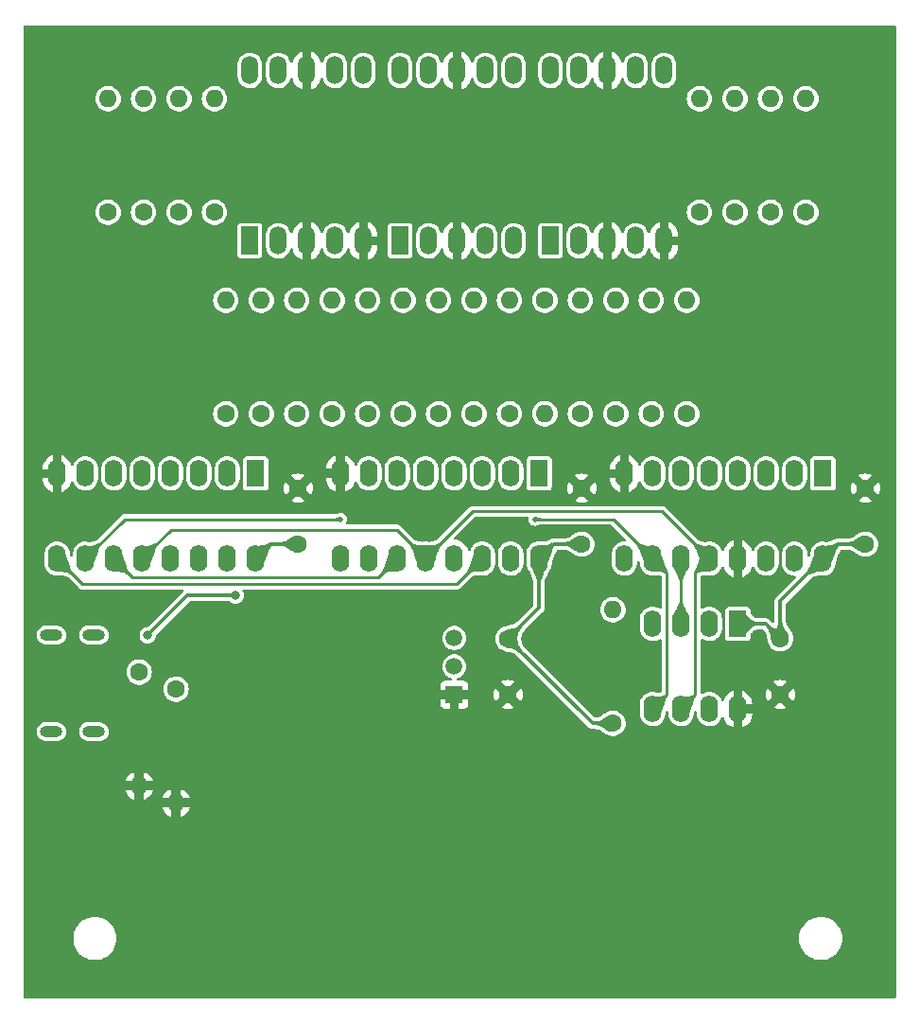
<source format=gtl>
%TF.GenerationSoftware,KiCad,Pcbnew,7.0.10*%
%TF.CreationDate,2024-02-08T16:52:54+11:00*%
%TF.ProjectId,Desktop Thermometer USB-C,4465736b-746f-4702-9054-6865726d6f6d,rev?*%
%TF.SameCoordinates,Original*%
%TF.FileFunction,Copper,L1,Top*%
%TF.FilePolarity,Positive*%
%FSLAX46Y46*%
G04 Gerber Fmt 4.6, Leading zero omitted, Abs format (unit mm)*
G04 Created by KiCad (PCBNEW 7.0.10) date 2024-02-08 16:52:54*
%MOMM*%
%LPD*%
G01*
G04 APERTURE LIST*
%TA.AperFunction,ComponentPad*%
%ADD10C,1.600000*%
%TD*%
%TA.AperFunction,ComponentPad*%
%ADD11O,1.600000X1.600000*%
%TD*%
%TA.AperFunction,ComponentPad*%
%ADD12R,1.600000X2.400000*%
%TD*%
%TA.AperFunction,ComponentPad*%
%ADD13O,1.600000X2.400000*%
%TD*%
%TA.AperFunction,ComponentPad*%
%ADD14R,1.524000X2.524000*%
%TD*%
%TA.AperFunction,ComponentPad*%
%ADD15O,1.524000X2.524000*%
%TD*%
%TA.AperFunction,ComponentPad*%
%ADD16C,1.500000*%
%TD*%
%TA.AperFunction,ComponentPad*%
%ADD17R,1.500000X1.500000*%
%TD*%
%TA.AperFunction,ComponentPad*%
%ADD18O,2.000000X1.000000*%
%TD*%
%TA.AperFunction,ViaPad*%
%ADD19C,0.800000*%
%TD*%
%TA.AperFunction,ViaPad*%
%ADD20C,0.500000*%
%TD*%
%TA.AperFunction,Conductor*%
%ADD21C,0.350000*%
%TD*%
%TA.AperFunction,Conductor*%
%ADD22C,0.270000*%
%TD*%
G04 APERTURE END LIST*
D10*
%TO.P,C4,1*%
%TO.N,+5V*%
X142001000Y-103179000D03*
%TO.P,C4,2*%
%TO.N,GND*%
X142001000Y-108179000D03*
%TD*%
%TO.P,C1,1*%
%TO.N,+5V*%
X123205000Y-94717000D03*
%TO.P,C1,2*%
%TO.N,GND*%
X123205000Y-89717000D03*
%TD*%
%TO.P,R8,1*%
%TO.N,/1s.G*%
X126253000Y-83073000D03*
D11*
%TO.P,R8,2*%
%TO.N,Net-(D2-g)*%
X126253000Y-72913000D03*
%TD*%
D12*
%TO.P,U2,1,QB*%
%TO.N,/1s.DP*%
X144780000Y-88392000D03*
D13*
%TO.P,U2,2,QC*%
%TO.N,/1s.A*%
X142240000Y-88392000D03*
%TO.P,U2,3,QD*%
%TO.N,/1s.C*%
X139700000Y-88392000D03*
%TO.P,U2,4,QE*%
%TO.N,/1s.D*%
X137160000Y-88392000D03*
%TO.P,U2,5,QF*%
%TO.N,/1s.F*%
X134620000Y-88392000D03*
%TO.P,U2,6,QG*%
%TO.N,/1s.E*%
X132080000Y-88392000D03*
%TO.P,U2,7,QH*%
%TO.N,/1s.G*%
X129540000Y-88392000D03*
%TO.P,U2,8,GND*%
%TO.N,GND*%
X127000000Y-88392000D03*
%TO.P,U2,9,QH'*%
%TO.N,/DATA.B*%
X127000000Y-96012000D03*
%TO.P,U2,10,~{SRCLR}*%
%TO.N,/~{SRCLK}*%
X129540000Y-96012000D03*
%TO.P,U2,11,SRCLK*%
%TO.N,/SRCLK*%
X132080000Y-96012000D03*
%TO.P,U2,12,RCLK*%
%TO.N,/RCLK*%
X134620000Y-96012000D03*
%TO.P,U2,13,~{OE}*%
%TO.N,GND*%
X137160000Y-96012000D03*
%TO.P,U2,14,SER*%
%TO.N,/DATA.A*%
X139700000Y-96012000D03*
%TO.P,U2,15,QA*%
%TO.N,/1s.B*%
X142240000Y-96012000D03*
%TO.P,U2,16,VCC*%
%TO.N,+5V*%
X144780000Y-96012000D03*
%TD*%
D10*
%TO.P,R21,1*%
%TO.N,/10ths.F*%
X165496000Y-65039000D03*
D11*
%TO.P,R21,2*%
%TO.N,Net-(D3-f)*%
X165496000Y-54879000D03*
%TD*%
D14*
%TO.P,D1,1,e*%
%TO.N,Net-(D1-e)*%
X118879000Y-67579000D03*
D15*
%TO.P,D1,2,d*%
%TO.N,Net-(D1-d)*%
X121419000Y-67579000D03*
%TO.P,D1,3,C.K.*%
%TO.N,GND*%
X123959000Y-67579000D03*
%TO.P,D1,4,c*%
%TO.N,Net-(D1-c)*%
X126499000Y-67579000D03*
%TO.P,D1,5,DP*%
%TO.N,GND*%
X129039000Y-67579000D03*
%TO.P,D1,6,b*%
%TO.N,Net-(D1-b)*%
X129039000Y-52339000D03*
%TO.P,D1,7,a*%
%TO.N,Net-(D1-a)*%
X126499000Y-52339000D03*
%TO.P,D1,8,C.K.*%
%TO.N,GND*%
X123959000Y-52339000D03*
%TO.P,D1,9,f*%
%TO.N,Net-(D1-f)*%
X121419000Y-52339000D03*
%TO.P,D1,10,g*%
%TO.N,Net-(D1-g)*%
X118879000Y-52339000D03*
%TD*%
D10*
%TO.P,R4,1*%
%TO.N,/10s.G*%
X115712000Y-65039000D03*
D11*
%TO.P,R4,2*%
%TO.N,Net-(D1-g)*%
X115712000Y-54879000D03*
%TD*%
D12*
%TO.P,U1,1,QB*%
%TO.N,/10s.D*%
X119395000Y-88407000D03*
D13*
%TO.P,U1,2,QC*%
%TO.N,/10s.E*%
X116855000Y-88407000D03*
%TO.P,U1,3,QD*%
%TO.N,/10s.G*%
X114315000Y-88407000D03*
%TO.P,U1,4,QE*%
%TO.N,/10s.F*%
X111775000Y-88407000D03*
%TO.P,U1,5,QF*%
%TO.N,/10s.A*%
X109235000Y-88407000D03*
%TO.P,U1,6,QG*%
%TO.N,/10s.B*%
X106695000Y-88407000D03*
%TO.P,U1,7,QH*%
%TO.N,unconnected-(U1-QH-Pad7)*%
X104155000Y-88407000D03*
%TO.P,U1,8,GND*%
%TO.N,GND*%
X101615000Y-88407000D03*
%TO.P,U1,9,QH'*%
%TO.N,/DATA.A*%
X101615000Y-96027000D03*
%TO.P,U1,10,~{SRCLR}*%
%TO.N,/~{SRCLK}*%
X104155000Y-96027000D03*
%TO.P,U1,11,SRCLK*%
%TO.N,/SRCLK*%
X106695000Y-96027000D03*
%TO.P,U1,12,RCLK*%
%TO.N,/RCLK*%
X109235000Y-96027000D03*
%TO.P,U1,13,~{OE}*%
%TO.N,GND*%
X111775000Y-96027000D03*
%TO.P,U1,14,SER*%
%TO.N,/DATA*%
X114315000Y-96027000D03*
%TO.P,U1,15,QA*%
%TO.N,/10s.C*%
X116855000Y-96027000D03*
%TO.P,U1,16,VCC*%
%TO.N,+5V*%
X119395000Y-96027000D03*
%TD*%
D10*
%TO.P,R13,1*%
%TO.N,/1s.A*%
X142128000Y-83073000D03*
D11*
%TO.P,R13,2*%
%TO.N,Net-(D2-a)*%
X142128000Y-72913000D03*
%TD*%
D10*
%TO.P,R24,1*%
%TO.N,Net-(J1-CC2)*%
X108966000Y-106172000D03*
D11*
%TO.P,R24,2*%
%TO.N,GND*%
X108966000Y-116332000D03*
%TD*%
D10*
%TO.P,R22,1*%
%TO.N,/10ths.G*%
X168671000Y-65039000D03*
D11*
%TO.P,R22,2*%
%TO.N,Net-(D3-g)*%
X168671000Y-54879000D03*
%TD*%
D10*
%TO.P,R23,1*%
%TO.N,+5V*%
X151399000Y-110759000D03*
D11*
%TO.P,R23,2*%
%TO.N,/RESET*%
X151399000Y-100599000D03*
%TD*%
D10*
%TO.P,R16,1*%
%TO.N,/10ths.E*%
X151653000Y-83073000D03*
D11*
%TO.P,R16,2*%
%TO.N,Net-(D3-e)*%
X151653000Y-72913000D03*
%TD*%
D10*
%TO.P,R12,1*%
%TO.N,/1s.C*%
X138953000Y-83073000D03*
D11*
%TO.P,R12,2*%
%TO.N,Net-(D2-c)*%
X138953000Y-72913000D03*
%TD*%
D12*
%TO.P,U5,1,V_{DD}*%
%TO.N,+5V*%
X162565000Y-101854000D03*
D13*
%TO.P,U5,2,RA5*%
%TO.N,/DATA*%
X160025000Y-101854000D03*
%TO.P,U5,3,RA4*%
%TO.N,/SRCLK*%
X157485000Y-101854000D03*
%TO.P,U5,4,~{MCLR}/RA3*%
%TO.N,/RESET*%
X154945000Y-101854000D03*
%TO.P,U5,5,RA2*%
%TO.N,/~{SRCLK}*%
X154945000Y-109474000D03*
%TO.P,U5,6,ICSPCLK/RA1*%
%TO.N,/RCLK*%
X157485000Y-109474000D03*
%TO.P,U5,7,ICSPDAT/RA0*%
%TO.N,/TEMP*%
X160025000Y-109474000D03*
%TO.P,U5,8,V_{SS}*%
%TO.N,GND*%
X162565000Y-109474000D03*
%TD*%
D10*
%TO.P,R3,1*%
%TO.N,/10s.F*%
X112537000Y-65039000D03*
D11*
%TO.P,R3,2*%
%TO.N,Net-(D1-f)*%
X112537000Y-54879000D03*
%TD*%
D10*
%TO.P,R5,1*%
%TO.N,/10s.E*%
X116728000Y-83073000D03*
D11*
%TO.P,R5,2*%
%TO.N,Net-(D1-e)*%
X116728000Y-72913000D03*
%TD*%
D10*
%TO.P,R9,1*%
%TO.N,/1s.E*%
X129428000Y-83073000D03*
D11*
%TO.P,R9,2*%
%TO.N,Net-(D2-e)*%
X129428000Y-72913000D03*
%TD*%
D10*
%TO.P,R11,1*%
%TO.N,/1s.D*%
X135778000Y-83073000D03*
D11*
%TO.P,R11,2*%
%TO.N,Net-(D2-d)*%
X135778000Y-72913000D03*
%TD*%
D12*
%TO.P,U3,1,QB*%
%TO.N,/10ths.G*%
X170195000Y-88407000D03*
D13*
%TO.P,U3,2,QC*%
%TO.N,/10ths.F*%
X167655000Y-88407000D03*
%TO.P,U3,3,QD*%
%TO.N,/10ths.B*%
X165115000Y-88407000D03*
%TO.P,U3,4,QE*%
%TO.N,/10ths.C*%
X162575000Y-88407000D03*
%TO.P,U3,5,QF*%
%TO.N,/10ths.D*%
X160035000Y-88407000D03*
%TO.P,U3,6,QG*%
%TO.N,/10ths.E*%
X157495000Y-88407000D03*
%TO.P,U3,7,QH*%
%TO.N,unconnected-(U3-QH-Pad7)*%
X154955000Y-88407000D03*
%TO.P,U3,8,GND*%
%TO.N,GND*%
X152415000Y-88407000D03*
%TO.P,U3,9,QH'*%
%TO.N,unconnected-(U3-QH'-Pad9)*%
X152415000Y-96027000D03*
%TO.P,U3,10,~{SRCLR}*%
%TO.N,/~{SRCLK}*%
X154955000Y-96027000D03*
%TO.P,U3,11,SRCLK*%
%TO.N,/SRCLK*%
X157495000Y-96027000D03*
%TO.P,U3,12,RCLK*%
%TO.N,/RCLK*%
X160035000Y-96027000D03*
%TO.P,U3,13,~{OE}*%
%TO.N,GND*%
X162575000Y-96027000D03*
%TO.P,U3,14,SER*%
%TO.N,/DATA.B*%
X165115000Y-96027000D03*
%TO.P,U3,15,QA*%
%TO.N,/10ths.A*%
X167655000Y-96027000D03*
%TO.P,U3,16,VCC*%
%TO.N,+5V*%
X170195000Y-96027000D03*
%TD*%
D16*
%TO.P,U4,1,+V_{s}*%
%TO.N,+5V*%
X137181000Y-103124000D03*
%TO.P,U4,2,V_{out}*%
%TO.N,/TEMP*%
X137181000Y-105664000D03*
D17*
%TO.P,U4,3,GND*%
%TO.N,GND*%
X137181000Y-108204000D03*
%TD*%
D10*
%TO.P,R19,1*%
%TO.N,/10ths.B*%
X159146000Y-65039000D03*
D11*
%TO.P,R19,2*%
%TO.N,Net-(D3-b)*%
X159146000Y-54879000D03*
%TD*%
D14*
%TO.P,D3,1,e*%
%TO.N,Net-(D3-e)*%
X145811000Y-67579000D03*
D15*
%TO.P,D3,2,d*%
%TO.N,Net-(D3-d)*%
X148351000Y-67579000D03*
%TO.P,D3,3,C.K.*%
%TO.N,GND*%
X150891000Y-67579000D03*
%TO.P,D3,4,c*%
%TO.N,Net-(D3-c)*%
X153431000Y-67579000D03*
%TO.P,D3,5,DP*%
%TO.N,GND*%
X155971000Y-67579000D03*
%TO.P,D3,6,b*%
%TO.N,Net-(D3-b)*%
X155971000Y-52339000D03*
%TO.P,D3,7,a*%
%TO.N,Net-(D3-a)*%
X153431000Y-52339000D03*
%TO.P,D3,8,C.K.*%
%TO.N,GND*%
X150891000Y-52339000D03*
%TO.P,D3,9,f*%
%TO.N,Net-(D3-f)*%
X148351000Y-52339000D03*
%TO.P,D3,10,g*%
%TO.N,Net-(D3-g)*%
X145811000Y-52339000D03*
%TD*%
D10*
%TO.P,C2,1*%
%TO.N,+5V*%
X148605000Y-94717000D03*
%TO.P,C2,2*%
%TO.N,GND*%
X148605000Y-89717000D03*
%TD*%
%TO.P,R14,1*%
%TO.N,Net-(D2-DP)*%
X145303000Y-72898000D03*
D11*
%TO.P,R14,2*%
%TO.N,/1s.DP*%
X145303000Y-83058000D03*
%TD*%
D10*
%TO.P,R6,1*%
%TO.N,/10s.D*%
X119903000Y-83073000D03*
D11*
%TO.P,R6,2*%
%TO.N,Net-(D1-d)*%
X119903000Y-72913000D03*
%TD*%
D14*
%TO.P,D2,1,e*%
%TO.N,Net-(D2-e)*%
X132341000Y-67579000D03*
D15*
%TO.P,D2,2,d*%
%TO.N,Net-(D2-d)*%
X134881000Y-67579000D03*
%TO.P,D2,3,C.K.*%
%TO.N,GND*%
X137421000Y-67579000D03*
%TO.P,D2,4,c*%
%TO.N,Net-(D2-c)*%
X139961000Y-67579000D03*
%TO.P,D2,5,DP*%
%TO.N,Net-(D2-DP)*%
X142501000Y-67579000D03*
%TO.P,D2,6,b*%
%TO.N,Net-(D2-b)*%
X142501000Y-52339000D03*
%TO.P,D2,7,a*%
%TO.N,Net-(D2-a)*%
X139961000Y-52339000D03*
%TO.P,D2,8,C.K.*%
%TO.N,GND*%
X137421000Y-52339000D03*
%TO.P,D2,9,f*%
%TO.N,Net-(D2-f)*%
X134881000Y-52339000D03*
%TO.P,D2,10,g*%
%TO.N,Net-(D2-g)*%
X132341000Y-52339000D03*
%TD*%
D10*
%TO.P,R20,1*%
%TO.N,/10ths.A*%
X162321000Y-65039000D03*
D11*
%TO.P,R20,2*%
%TO.N,Net-(D3-a)*%
X162321000Y-54879000D03*
%TD*%
D10*
%TO.P,R10,1*%
%TO.N,/1s.F*%
X132603000Y-83073000D03*
D11*
%TO.P,R10,2*%
%TO.N,Net-(D2-f)*%
X132603000Y-72913000D03*
%TD*%
D10*
%TO.P,R2,1*%
%TO.N,/10s.A*%
X109362000Y-65039000D03*
D11*
%TO.P,R2,2*%
%TO.N,Net-(D1-a)*%
X109362000Y-54879000D03*
%TD*%
D10*
%TO.P,R18,1*%
%TO.N,/10ths.C*%
X158003000Y-83073000D03*
D11*
%TO.P,R18,2*%
%TO.N,Net-(D3-c)*%
X158003000Y-72913000D03*
%TD*%
D10*
%TO.P,C3,1*%
%TO.N,+5V*%
X174005000Y-94717000D03*
%TO.P,C3,2*%
%TO.N,GND*%
X174005000Y-89717000D03*
%TD*%
%TO.P,R15,1*%
%TO.N,/1s.B*%
X148478000Y-83073000D03*
D11*
%TO.P,R15,2*%
%TO.N,Net-(D2-b)*%
X148478000Y-72913000D03*
%TD*%
D10*
%TO.P,R17,1*%
%TO.N,/10ths.D*%
X154828000Y-83073000D03*
D11*
%TO.P,R17,2*%
%TO.N,Net-(D3-d)*%
X154828000Y-72913000D03*
%TD*%
D10*
%TO.P,R7,1*%
%TO.N,/10s.C*%
X123078000Y-83073000D03*
D11*
%TO.P,R7,2*%
%TO.N,Net-(D1-c)*%
X123078000Y-72913000D03*
%TD*%
D10*
%TO.P,R25,1*%
%TO.N,Net-(J1-CC1)*%
X112268000Y-107696000D03*
D11*
%TO.P,R25,2*%
%TO.N,GND*%
X112268000Y-117856000D03*
%TD*%
D10*
%TO.P,C5,1*%
%TO.N,+5V*%
X166385000Y-103179000D03*
%TO.P,C5,2*%
%TO.N,GND*%
X166385000Y-108179000D03*
%TD*%
%TO.P,R1,1*%
%TO.N,/10s.B*%
X106187000Y-65039000D03*
D11*
%TO.P,R1,2*%
%TO.N,Net-(D1-b)*%
X106187000Y-54879000D03*
%TD*%
D18*
%TO.P,J1,S1,SHIELD*%
%TO.N,unconnected-(J1-SHIELD-PadS1)*%
X104910000Y-111490000D03*
%TO.P,J1,S2,SHIELD*%
%TO.N,unconnected-(J1-SHIELD-PadS2)*%
X104910000Y-102850000D03*
%TO.P,J1,S3,SHIELD*%
%TO.N,unconnected-(J1-SHIELD-PadS3)*%
X101110000Y-111490000D03*
%TO.P,J1,S4,SHIELD*%
%TO.N,unconnected-(J1-SHIELD-PadS4)*%
X101110000Y-102850000D03*
%TD*%
D19*
%TO.N,+5V*%
X109728000Y-102870000D03*
X117602000Y-99314000D03*
%TO.N,GND*%
X138938000Y-93980000D03*
X142494000Y-93980000D03*
D20*
%TO.N,/~{SRCLK}*%
X127020000Y-92490000D03*
X144420000Y-92510000D03*
%TD*%
D21*
%TO.N,+5V*%
X171505000Y-94717000D02*
X170195000Y-96027000D01*
X162565000Y-101854000D02*
X165060000Y-101854000D01*
X120705000Y-94717000D02*
X119395000Y-96027000D01*
X113284000Y-99314000D02*
X117602000Y-99314000D01*
X113284000Y-99314000D02*
X109728000Y-102870000D01*
X166385000Y-99837000D02*
X170195000Y-96027000D01*
X151399000Y-110759000D02*
X149581000Y-110759000D01*
X166385000Y-103179000D02*
X166385000Y-99837000D01*
X149581000Y-110759000D02*
X142001000Y-103179000D01*
X144780000Y-100400000D02*
X142001000Y-103179000D01*
X165060000Y-101854000D02*
X166385000Y-103179000D01*
X146075000Y-94717000D02*
X144780000Y-96012000D01*
X144780000Y-96012000D02*
X144780000Y-100400000D01*
X174005000Y-94717000D02*
X171505000Y-94717000D01*
X123205000Y-94717000D02*
X120705000Y-94717000D01*
X148605000Y-94717000D02*
X146075000Y-94717000D01*
D22*
%TO.N,/DATA.A*%
X103880000Y-98292000D02*
X137420000Y-98292000D01*
X137420000Y-98292000D02*
X139700000Y-96012000D01*
X101615000Y-96027000D02*
X103880000Y-98292000D01*
%TO.N,/~{SRCLK}*%
X156220000Y-108199000D02*
X156220000Y-97292000D01*
X144420000Y-92510000D02*
X151438000Y-92510000D01*
X154945000Y-109474000D02*
X156220000Y-108199000D01*
X107692000Y-92490000D02*
X127020000Y-92490000D01*
X156220000Y-97292000D02*
X154955000Y-96027000D01*
X104155000Y-96027000D02*
X107692000Y-92490000D01*
X151438000Y-92510000D02*
X154955000Y-96027000D01*
%TO.N,/SRCLK*%
X132080000Y-96012000D02*
X130400000Y-97692000D01*
X130400000Y-97692000D02*
X108360000Y-97692000D01*
X157485000Y-101854000D02*
X157485000Y-96037000D01*
X108360000Y-97692000D02*
X106695000Y-96027000D01*
%TO.N,/RCLK*%
X157485000Y-109474000D02*
X158760000Y-108199000D01*
X158760000Y-97302000D02*
X160035000Y-96027000D01*
X132060000Y-93452000D02*
X134620000Y-96012000D01*
X111810000Y-93452000D02*
X132060000Y-93452000D01*
X134620000Y-96012000D02*
X138837000Y-91795000D01*
X138837000Y-91795000D02*
X155803000Y-91795000D01*
X158760000Y-108199000D02*
X158760000Y-97302000D01*
X109235000Y-96027000D02*
X111810000Y-93452000D01*
X155803000Y-91795000D02*
X160035000Y-96027000D01*
%TD*%
%TA.AperFunction,Conductor*%
%TO.N,/SRCLK*%
G36*
X107492051Y-95700553D02*
G01*
X107498376Y-95706892D01*
X107498754Y-95707948D01*
X107612405Y-96080918D01*
X107729822Y-96426343D01*
X107847222Y-96731814D01*
X107847236Y-96731847D01*
X107964634Y-96997422D01*
X108078089Y-97215521D01*
X108078866Y-97224441D01*
X108075982Y-97229193D01*
X107896984Y-97408191D01*
X107888711Y-97411618D01*
X107883660Y-97410471D01*
X107802408Y-97371571D01*
X107663350Y-97304996D01*
X107663347Y-97304995D01*
X107435581Y-97230631D01*
X107435567Y-97230627D01*
X107207800Y-97190943D01*
X107207803Y-97190943D01*
X106980026Y-97185936D01*
X106980019Y-97185937D01*
X106764822Y-97213973D01*
X106756176Y-97211644D01*
X106751709Y-97203882D01*
X106751626Y-97202952D01*
X106694694Y-96034527D01*
X106697714Y-96026098D01*
X106701911Y-96023146D01*
X107483098Y-95700544D01*
X107492051Y-95700553D01*
G37*
%TD.AperFunction*%
%TD*%
%TA.AperFunction,Conductor*%
%TO.N,+5V*%
G36*
X151097324Y-110030752D02*
G01*
X151097713Y-110031593D01*
X151398134Y-110754510D01*
X151398144Y-110763463D01*
X151398135Y-110763485D01*
X151398134Y-110763490D01*
X151097713Y-111486406D01*
X151091374Y-111492731D01*
X151082419Y-111492720D01*
X151081577Y-111492331D01*
X150883605Y-111390984D01*
X150776397Y-111336101D01*
X150774991Y-111335250D01*
X150558997Y-111182866D01*
X150558966Y-111182844D01*
X150371541Y-111054787D01*
X150371531Y-111054781D01*
X150230012Y-111000505D01*
X150141970Y-110966739D01*
X150141966Y-110966738D01*
X150141964Y-110966738D01*
X149809588Y-110935010D01*
X149801678Y-110930813D01*
X149799000Y-110923363D01*
X149799000Y-110594636D01*
X149802427Y-110586363D01*
X149809587Y-110582989D01*
X150141970Y-110551260D01*
X150344793Y-110473471D01*
X150371531Y-110463217D01*
X150371541Y-110463211D01*
X150558966Y-110335153D01*
X150558997Y-110335132D01*
X150775001Y-110182741D01*
X150776392Y-110181899D01*
X151081578Y-110025668D01*
X151090503Y-110024949D01*
X151097324Y-110030752D01*
G37*
%TD.AperFunction*%
%TD*%
%TA.AperFunction,Conductor*%
%TO.N,/RCLK*%
G36*
X159246905Y-95703938D02*
G01*
X160027405Y-96022896D01*
X160033766Y-96029197D01*
X160034668Y-96034199D01*
X159987344Y-97203690D01*
X159983586Y-97211818D01*
X159975181Y-97214907D01*
X159973332Y-97214684D01*
X159768432Y-97173192D01*
X159768422Y-97173191D01*
X159550083Y-97161889D01*
X159550069Y-97161889D01*
X159331717Y-97183498D01*
X159331706Y-97183500D01*
X159113363Y-97238019D01*
X159113360Y-97238020D01*
X158897093Y-97324622D01*
X158892744Y-97325460D01*
X158643880Y-97325460D01*
X158635607Y-97322033D01*
X158632180Y-97313760D01*
X158633403Y-97308553D01*
X158746994Y-97079992D01*
X158746993Y-97079992D01*
X158746999Y-97079982D01*
X158868999Y-96794605D01*
X158991000Y-96469327D01*
X159032210Y-96345974D01*
X159112998Y-96104158D01*
X159157107Y-95957698D01*
X159231288Y-95711397D01*
X159236954Y-95704466D01*
X159245864Y-95703570D01*
X159246905Y-95703938D01*
G37*
%TD.AperFunction*%
%TD*%
%TA.AperFunction,Conductor*%
%TO.N,/SRCLK*%
G36*
X131291893Y-95685540D02*
G01*
X132073085Y-96008145D01*
X132079424Y-96014470D01*
X132080305Y-96019528D01*
X132023373Y-97187940D01*
X132019548Y-97196037D01*
X132011118Y-97199057D01*
X132010176Y-97198973D01*
X131794979Y-97170937D01*
X131794972Y-97170936D01*
X131567197Y-97175943D01*
X131339430Y-97215627D01*
X131339416Y-97215631D01*
X131111650Y-97289995D01*
X131111647Y-97289996D01*
X130891340Y-97395471D01*
X130882398Y-97395953D01*
X130878015Y-97393191D01*
X130699017Y-97214193D01*
X130695590Y-97205920D01*
X130696909Y-97200523D01*
X130810362Y-96982428D01*
X130927771Y-96716828D01*
X131045181Y-96411329D01*
X131162590Y-96065929D01*
X131276246Y-95692945D01*
X131281935Y-95686033D01*
X131290847Y-95685166D01*
X131291893Y-95685540D01*
G37*
%TD.AperFunction*%
%TD*%
%TA.AperFunction,Conductor*%
%TO.N,+5V*%
G36*
X148303324Y-93988752D02*
G01*
X148303713Y-93989593D01*
X148604134Y-94712510D01*
X148604144Y-94721463D01*
X148604135Y-94721485D01*
X148604134Y-94721490D01*
X148303713Y-95444406D01*
X148297374Y-95450731D01*
X148288419Y-95450720D01*
X148287577Y-95450331D01*
X148089605Y-95348984D01*
X147982397Y-95294101D01*
X147980991Y-95293250D01*
X147764997Y-95140866D01*
X147764966Y-95140844D01*
X147577541Y-95012787D01*
X147577531Y-95012781D01*
X147436012Y-94958505D01*
X147347970Y-94924739D01*
X147347966Y-94924738D01*
X147347964Y-94924738D01*
X147015588Y-94893010D01*
X147007678Y-94888813D01*
X147005000Y-94881363D01*
X147005000Y-94552636D01*
X147008427Y-94544363D01*
X147015587Y-94540989D01*
X147347970Y-94509260D01*
X147550793Y-94431471D01*
X147577531Y-94421217D01*
X147577541Y-94421211D01*
X147764966Y-94293153D01*
X147764997Y-94293132D01*
X147981001Y-94140741D01*
X147982392Y-94139899D01*
X148287578Y-93983668D01*
X148296503Y-93982949D01*
X148303324Y-93988752D01*
G37*
%TD.AperFunction*%
%TD*%
%TA.AperFunction,Conductor*%
%TO.N,/~{SRCLK}*%
G36*
X156344393Y-108178967D02*
G01*
X156347820Y-108187240D01*
X156346597Y-108192447D01*
X156233004Y-108421006D01*
X156233003Y-108421010D01*
X156233000Y-108421017D01*
X156111000Y-108706394D01*
X156037810Y-108901530D01*
X155988994Y-109031683D01*
X155867000Y-109396840D01*
X155748712Y-109789599D01*
X155743045Y-109796532D01*
X155734135Y-109797428D01*
X155733083Y-109797056D01*
X155651948Y-109763900D01*
X154952594Y-109478103D01*
X154946233Y-109471802D01*
X154945331Y-109466803D01*
X154992654Y-108297304D01*
X154996412Y-108289179D01*
X155004817Y-108286090D01*
X155006656Y-108286311D01*
X155211568Y-108327806D01*
X155429926Y-108339110D01*
X155648284Y-108317500D01*
X155729153Y-108297307D01*
X155866635Y-108262978D01*
X155866638Y-108262977D01*
X155866638Y-108262976D01*
X155866642Y-108262976D01*
X156082907Y-108176377D01*
X156087256Y-108175540D01*
X156336120Y-108175540D01*
X156344393Y-108178967D01*
G37*
%TD.AperFunction*%
%TD*%
%TA.AperFunction,Conductor*%
%TO.N,+5V*%
G36*
X163372629Y-101062915D02*
G01*
X163373219Y-101063551D01*
X163524997Y-101239908D01*
X163525005Y-101239917D01*
X163684996Y-101395363D01*
X163685004Y-101395371D01*
X163776428Y-101466795D01*
X163844999Y-101520367D01*
X164004999Y-101614911D01*
X164157651Y-101676056D01*
X164164056Y-101682312D01*
X164165000Y-101686916D01*
X164165000Y-102021083D01*
X164161573Y-102029356D01*
X164157650Y-102031944D01*
X164005002Y-102093086D01*
X163845004Y-102187629D01*
X163844996Y-102187634D01*
X163685004Y-102312627D01*
X163684996Y-102312635D01*
X163525005Y-102468081D01*
X163524997Y-102468090D01*
X163373219Y-102644448D01*
X163365225Y-102648483D01*
X163356719Y-102645684D01*
X163356083Y-102645094D01*
X162572288Y-101862278D01*
X162568856Y-101854007D01*
X162572278Y-101845732D01*
X162572288Y-101845722D01*
X163356084Y-101062904D01*
X163364358Y-101059483D01*
X163372629Y-101062915D01*
G37*
%TD.AperFunction*%
%TD*%
%TA.AperFunction,Conductor*%
%TO.N,/RCLK*%
G36*
X135821984Y-94630808D02*
G01*
X136000982Y-94809806D01*
X136004409Y-94818079D01*
X136003089Y-94823478D01*
X135889634Y-95041575D01*
X135772236Y-95307150D01*
X135772222Y-95307183D01*
X135654822Y-95612655D01*
X135537405Y-95958080D01*
X135423754Y-96331050D01*
X135418064Y-96337965D01*
X135409152Y-96338832D01*
X135408096Y-96338454D01*
X134626914Y-96015854D01*
X134620575Y-96009529D01*
X134619694Y-96004471D01*
X134676625Y-94836055D01*
X134680450Y-94827960D01*
X134688880Y-94824940D01*
X134689800Y-94825021D01*
X134905020Y-94853061D01*
X134905025Y-94853060D01*
X134905026Y-94853061D01*
X134933791Y-94852428D01*
X135132797Y-94848056D01*
X135360574Y-94808369D01*
X135588351Y-94734001D01*
X135808661Y-94628527D01*
X135817601Y-94628046D01*
X135821984Y-94630808D01*
G37*
%TD.AperFunction*%
%TD*%
%TA.AperFunction,Conductor*%
%TO.N,/~{SRCLK}*%
G36*
X153766336Y-94643527D02*
G01*
X153986647Y-94749001D01*
X154214424Y-94823369D01*
X154442196Y-94863055D01*
X154442202Y-94863056D01*
X154634937Y-94867291D01*
X154669972Y-94868061D01*
X154669972Y-94868060D01*
X154669979Y-94868061D01*
X154885177Y-94840024D01*
X154893822Y-94842353D01*
X154898289Y-94850114D01*
X154898373Y-94851057D01*
X154955305Y-96019471D01*
X154952285Y-96027901D01*
X154948085Y-96030854D01*
X154166903Y-96353454D01*
X154157948Y-96353445D01*
X154151623Y-96347106D01*
X154151250Y-96346065D01*
X154037590Y-95973070D01*
X153920181Y-95627670D01*
X153920176Y-95627655D01*
X153802776Y-95322183D01*
X153802775Y-95322182D01*
X153802771Y-95322170D01*
X153685362Y-95056570D01*
X153571909Y-94838477D01*
X153571133Y-94829558D01*
X153574015Y-94824808D01*
X153753016Y-94645807D01*
X153761288Y-94642381D01*
X153766336Y-94643527D01*
G37*
%TD.AperFunction*%
%TD*%
%TA.AperFunction,Conductor*%
%TO.N,/RCLK*%
G36*
X110436984Y-94645808D02*
G01*
X110615982Y-94824806D01*
X110619409Y-94833079D01*
X110618089Y-94838478D01*
X110504634Y-95056575D01*
X110387236Y-95322150D01*
X110387222Y-95322183D01*
X110269822Y-95627655D01*
X110152405Y-95973080D01*
X110038754Y-96346050D01*
X110033064Y-96352965D01*
X110024152Y-96353832D01*
X110023096Y-96353454D01*
X109241914Y-96030854D01*
X109235575Y-96024529D01*
X109234694Y-96019471D01*
X109291625Y-94851055D01*
X109295450Y-94842960D01*
X109303880Y-94839940D01*
X109304800Y-94840021D01*
X109520020Y-94868061D01*
X109520025Y-94868060D01*
X109520026Y-94868061D01*
X109548791Y-94867428D01*
X109747797Y-94863056D01*
X109975574Y-94823369D01*
X110203351Y-94749001D01*
X110423661Y-94643527D01*
X110432601Y-94643046D01*
X110436984Y-94645808D01*
G37*
%TD.AperFunction*%
%TD*%
%TA.AperFunction,Conductor*%
%TO.N,+5V*%
G36*
X145953858Y-94602682D02*
G01*
X146189132Y-94837956D01*
X146192559Y-94846229D01*
X146191122Y-94851847D01*
X146072269Y-95068989D01*
X146072260Y-95069006D01*
X145949205Y-95331326D01*
X145949193Y-95331353D01*
X145826128Y-95631191D01*
X145703068Y-95968519D01*
X145583931Y-96331394D01*
X145578095Y-96338185D01*
X145569165Y-96338860D01*
X145568349Y-96338558D01*
X144786914Y-96015854D01*
X144780575Y-96009529D01*
X144779694Y-96004471D01*
X144836642Y-94835707D01*
X144840467Y-94827612D01*
X144848897Y-94824592D01*
X144849502Y-94824636D01*
X145059363Y-94846052D01*
X145281483Y-94834714D01*
X145503603Y-94789370D01*
X145725723Y-94710021D01*
X145940268Y-94600533D01*
X145949193Y-94599825D01*
X145953858Y-94602682D01*
G37*
%TD.AperFunction*%
%TD*%
%TA.AperFunction,Conductor*%
%TO.N,/DATA.A*%
G36*
X102412051Y-95700553D02*
G01*
X102418376Y-95706892D01*
X102418754Y-95707948D01*
X102532405Y-96080918D01*
X102649822Y-96426343D01*
X102767222Y-96731814D01*
X102767236Y-96731847D01*
X102884634Y-96997422D01*
X102998089Y-97215521D01*
X102998866Y-97224441D01*
X102995982Y-97229193D01*
X102816984Y-97408191D01*
X102808711Y-97411618D01*
X102803660Y-97410471D01*
X102722408Y-97371571D01*
X102583350Y-97304996D01*
X102583347Y-97304995D01*
X102355581Y-97230631D01*
X102355567Y-97230627D01*
X102127800Y-97190943D01*
X102127803Y-97190943D01*
X101900026Y-97185936D01*
X101900019Y-97185937D01*
X101684822Y-97213973D01*
X101676176Y-97211644D01*
X101671709Y-97203882D01*
X101671626Y-97202952D01*
X101614694Y-96034527D01*
X101617714Y-96026098D01*
X101621911Y-96023146D01*
X102403098Y-95700544D01*
X102412051Y-95700553D01*
G37*
%TD.AperFunction*%
%TD*%
%TA.AperFunction,Conductor*%
%TO.N,/~{SRCLK}*%
G36*
X155752000Y-95706563D02*
G01*
X155758285Y-95712942D01*
X155758661Y-95714017D01*
X155850950Y-96025793D01*
X155875003Y-96107048D01*
X155995000Y-96472531D01*
X156114998Y-96798117D01*
X156234995Y-97083800D01*
X156235003Y-97083818D01*
X156346782Y-97312769D01*
X156347332Y-97321707D01*
X156341401Y-97328416D01*
X156336268Y-97329602D01*
X156087272Y-97329602D01*
X156082892Y-97328751D01*
X155867502Y-97241803D01*
X155867500Y-97241802D01*
X155867498Y-97241801D01*
X155867497Y-97241801D01*
X155825216Y-97231108D01*
X155649995Y-97186795D01*
X155432499Y-97164585D01*
X155432482Y-97164584D01*
X155214989Y-97175168D01*
X155010980Y-97215857D01*
X155002197Y-97214115D01*
X154997218Y-97206671D01*
X154996999Y-97204800D01*
X154996358Y-97186796D01*
X154955291Y-96034181D01*
X154958422Y-96025793D01*
X154962586Y-96022924D01*
X155743047Y-95706495D01*
X155752000Y-95706563D01*
G37*
%TD.AperFunction*%
%TD*%
%TA.AperFunction,Conductor*%
%TO.N,/~{SRCLK}*%
G36*
X105356984Y-94645808D02*
G01*
X105535982Y-94824806D01*
X105539409Y-94833079D01*
X105538089Y-94838478D01*
X105424634Y-95056575D01*
X105307236Y-95322150D01*
X105307222Y-95322183D01*
X105189822Y-95627655D01*
X105072405Y-95973080D01*
X104958754Y-96346050D01*
X104953064Y-96352965D01*
X104944152Y-96353832D01*
X104943096Y-96353454D01*
X104161914Y-96030854D01*
X104155575Y-96024529D01*
X104154694Y-96019471D01*
X104211625Y-94851055D01*
X104215450Y-94842960D01*
X104223880Y-94839940D01*
X104224800Y-94840021D01*
X104440020Y-94868061D01*
X104440025Y-94868060D01*
X104440026Y-94868061D01*
X104468791Y-94867428D01*
X104667797Y-94863056D01*
X104895574Y-94823369D01*
X105123351Y-94749001D01*
X105343661Y-94643527D01*
X105352601Y-94643046D01*
X105356984Y-94645808D01*
G37*
%TD.AperFunction*%
%TD*%
%TA.AperFunction,Conductor*%
%TO.N,/SRCLK*%
G36*
X157503088Y-96033738D02*
G01*
X158226910Y-96726264D01*
X158230519Y-96734460D01*
X158228462Y-96741348D01*
X158111291Y-96911706D01*
X158111289Y-96911709D01*
X158111285Y-96911715D01*
X158111283Y-96911719D01*
X158054361Y-97012970D01*
X157988461Y-97130193D01*
X157988458Y-97130199D01*
X157865643Y-97388557D01*
X157865639Y-97388567D01*
X157742815Y-97686849D01*
X157622799Y-98017305D01*
X157616754Y-98023911D01*
X157611802Y-98025011D01*
X157358290Y-98025011D01*
X157350017Y-98021584D01*
X157347252Y-98017189D01*
X157231182Y-97686845D01*
X157112365Y-97388582D01*
X157112363Y-97388578D01*
X157112358Y-97388565D01*
X157037498Y-97225784D01*
X156993538Y-97130193D01*
X156993534Y-97130187D01*
X156874722Y-96911729D01*
X156874712Y-96911712D01*
X156761325Y-96741306D01*
X156759595Y-96732520D01*
X156762978Y-96726371D01*
X157486912Y-96033738D01*
X157495258Y-96030495D01*
X157503088Y-96033738D01*
G37*
%TD.AperFunction*%
%TD*%
%TA.AperFunction,Conductor*%
%TO.N,+5V*%
G36*
X171368858Y-94617682D02*
G01*
X171604132Y-94852956D01*
X171607559Y-94861229D01*
X171606122Y-94866847D01*
X171487269Y-95083989D01*
X171487260Y-95084006D01*
X171364205Y-95346326D01*
X171364193Y-95346353D01*
X171241128Y-95646191D01*
X171118068Y-95983519D01*
X170998931Y-96346394D01*
X170993095Y-96353185D01*
X170984165Y-96353860D01*
X170983349Y-96353558D01*
X170201914Y-96030854D01*
X170195575Y-96024529D01*
X170194694Y-96019471D01*
X170251642Y-94850707D01*
X170255467Y-94842612D01*
X170263897Y-94839592D01*
X170264502Y-94839636D01*
X170474363Y-94861052D01*
X170696483Y-94849714D01*
X170918603Y-94804370D01*
X171140723Y-94725021D01*
X171355268Y-94615533D01*
X171364193Y-94614825D01*
X171368858Y-94617682D01*
G37*
%TD.AperFunction*%
%TD*%
%TA.AperFunction,Conductor*%
%TO.N,+5V*%
G36*
X151097324Y-110030752D02*
G01*
X151097713Y-110031593D01*
X151398134Y-110754510D01*
X151398144Y-110763463D01*
X151398135Y-110763485D01*
X151398134Y-110763490D01*
X151097713Y-111486406D01*
X151091374Y-111492731D01*
X151082419Y-111492720D01*
X151081577Y-111492331D01*
X150883605Y-111390984D01*
X150776397Y-111336101D01*
X150774991Y-111335250D01*
X150558997Y-111182866D01*
X150558966Y-111182844D01*
X150371541Y-111054787D01*
X150371531Y-111054781D01*
X150230012Y-111000505D01*
X150141970Y-110966739D01*
X150141966Y-110966738D01*
X150141964Y-110966738D01*
X149809588Y-110935010D01*
X149801678Y-110930813D01*
X149799000Y-110923363D01*
X149799000Y-110594636D01*
X149802427Y-110586363D01*
X149809587Y-110582989D01*
X150141970Y-110551260D01*
X150344793Y-110473471D01*
X150371531Y-110463217D01*
X150371541Y-110463211D01*
X150558966Y-110335153D01*
X150558997Y-110335132D01*
X150775001Y-110182741D01*
X150776392Y-110181899D01*
X151081578Y-110025668D01*
X151090503Y-110024949D01*
X151097324Y-110030752D01*
G37*
%TD.AperFunction*%
%TD*%
%TA.AperFunction,Conductor*%
%TO.N,+5V*%
G36*
X122903324Y-93988752D02*
G01*
X122903713Y-93989593D01*
X123204134Y-94712510D01*
X123204144Y-94721463D01*
X123204135Y-94721485D01*
X123204134Y-94721490D01*
X122903713Y-95444406D01*
X122897374Y-95450731D01*
X122888419Y-95450720D01*
X122887577Y-95450331D01*
X122689605Y-95348984D01*
X122582397Y-95294101D01*
X122580991Y-95293250D01*
X122364997Y-95140866D01*
X122364966Y-95140844D01*
X122177541Y-95012787D01*
X122177531Y-95012781D01*
X122036012Y-94958505D01*
X121947970Y-94924739D01*
X121947966Y-94924738D01*
X121947964Y-94924738D01*
X121615588Y-94893010D01*
X121607678Y-94888813D01*
X121605000Y-94881363D01*
X121605000Y-94552636D01*
X121608427Y-94544363D01*
X121615587Y-94540989D01*
X121947970Y-94509260D01*
X122150793Y-94431471D01*
X122177531Y-94421217D01*
X122177541Y-94421211D01*
X122364966Y-94293153D01*
X122364997Y-94293132D01*
X122581001Y-94140741D01*
X122582392Y-94139899D01*
X122887578Y-93983668D01*
X122896503Y-93982949D01*
X122903324Y-93988752D01*
G37*
%TD.AperFunction*%
%TD*%
%TA.AperFunction,Conductor*%
%TO.N,+5V*%
G36*
X120568858Y-94617682D02*
G01*
X120804132Y-94852956D01*
X120807559Y-94861229D01*
X120806122Y-94866847D01*
X120687269Y-95083989D01*
X120687260Y-95084006D01*
X120564205Y-95346326D01*
X120564193Y-95346353D01*
X120441128Y-95646191D01*
X120318068Y-95983519D01*
X120198931Y-96346394D01*
X120193095Y-96353185D01*
X120184165Y-96353860D01*
X120183349Y-96353558D01*
X119401914Y-96030854D01*
X119395575Y-96024529D01*
X119394694Y-96019471D01*
X119451642Y-94850707D01*
X119455467Y-94842612D01*
X119463897Y-94839592D01*
X119464502Y-94839636D01*
X119674363Y-94861052D01*
X119896483Y-94849714D01*
X120118603Y-94804370D01*
X120340723Y-94725021D01*
X120555268Y-94615533D01*
X120564193Y-94614825D01*
X120568858Y-94617682D01*
G37*
%TD.AperFunction*%
%TD*%
%TA.AperFunction,Conductor*%
%TO.N,/~{SRCLK}*%
G36*
X126928845Y-92269822D02*
G01*
X126928862Y-92269862D01*
X127019109Y-92485483D01*
X127019142Y-92494437D01*
X127019109Y-92494517D01*
X126928862Y-92710137D01*
X126922506Y-92716446D01*
X126913552Y-92716413D01*
X126913512Y-92716396D01*
X126828520Y-92680458D01*
X126758923Y-92652840D01*
X126758910Y-92652836D01*
X126696798Y-92635880D01*
X126623402Y-92627346D01*
X126531434Y-92625259D01*
X126523241Y-92621645D01*
X126520000Y-92613562D01*
X126520000Y-92366437D01*
X126523427Y-92358164D01*
X126531433Y-92354740D01*
X126623409Y-92352652D01*
X126696799Y-92344118D01*
X126758917Y-92327161D01*
X126828511Y-92299544D01*
X126913513Y-92263602D01*
X126922467Y-92263537D01*
X126928845Y-92269822D01*
G37*
%TD.AperFunction*%
%TD*%
%TA.AperFunction,Conductor*%
%TO.N,+5V*%
G36*
X142737351Y-102877697D02*
G01*
X142743676Y-102884036D01*
X142743995Y-102884907D01*
X142849315Y-103211164D01*
X142849710Y-103212767D01*
X142894686Y-103473235D01*
X142936676Y-103696374D01*
X142936676Y-103696375D01*
X143034624Y-103916193D01*
X143036747Y-103920958D01*
X143162032Y-104072686D01*
X143249341Y-104178424D01*
X143251966Y-104186986D01*
X143248592Y-104194147D01*
X143016147Y-104426592D01*
X143007874Y-104430019D01*
X143000424Y-104427341D01*
X142933638Y-104372195D01*
X142742958Y-104214747D01*
X142696726Y-104194147D01*
X142518374Y-104114676D01*
X142295235Y-104072686D01*
X142034767Y-104027710D01*
X142033164Y-104027315D01*
X141706907Y-103921995D01*
X141700086Y-103916193D01*
X141699367Y-103907267D01*
X141699679Y-103906412D01*
X141998438Y-103182785D01*
X142004762Y-103176448D01*
X142004764Y-103176446D01*
X142728397Y-102877686D01*
X142737351Y-102877697D01*
G37*
%TD.AperFunction*%
%TD*%
%TA.AperFunction,Conductor*%
%TO.N,+5V*%
G36*
X165385575Y-101930658D02*
G01*
X165643040Y-102143252D01*
X165867622Y-102243321D01*
X166090748Y-102285309D01*
X166351231Y-102330288D01*
X166352832Y-102330682D01*
X166679092Y-102436004D01*
X166685913Y-102441806D01*
X166686632Y-102450732D01*
X166686313Y-102451603D01*
X166387562Y-103175212D01*
X166381237Y-103181551D01*
X166381212Y-103181562D01*
X165657603Y-103480313D01*
X165648648Y-103480302D01*
X165642323Y-103473963D01*
X165642004Y-103473092D01*
X165547890Y-103181551D01*
X165536682Y-103146832D01*
X165536288Y-103145230D01*
X165491311Y-102884762D01*
X165491309Y-102884748D01*
X165449321Y-102661622D01*
X165349252Y-102437040D01*
X165136658Y-102179575D01*
X165134033Y-102171013D01*
X165137406Y-102163853D01*
X165369853Y-101931406D01*
X165378125Y-101927980D01*
X165385575Y-101930658D01*
G37*
%TD.AperFunction*%
%TD*%
%TA.AperFunction,Conductor*%
%TO.N,/RCLK*%
G36*
X133431336Y-94628527D02*
G01*
X133651647Y-94734001D01*
X133879424Y-94808369D01*
X134107196Y-94848055D01*
X134107202Y-94848056D01*
X134299937Y-94852291D01*
X134334972Y-94853061D01*
X134334972Y-94853060D01*
X134334979Y-94853061D01*
X134550177Y-94825024D01*
X134558822Y-94827353D01*
X134563289Y-94835114D01*
X134563373Y-94836057D01*
X134620305Y-96004471D01*
X134617285Y-96012901D01*
X134613085Y-96015854D01*
X133831903Y-96338454D01*
X133822948Y-96338445D01*
X133816623Y-96332106D01*
X133816250Y-96331065D01*
X133702590Y-95958070D01*
X133585181Y-95612670D01*
X133585176Y-95612655D01*
X133467776Y-95307183D01*
X133467775Y-95307182D01*
X133467771Y-95307170D01*
X133350362Y-95041570D01*
X133236909Y-94823477D01*
X133236133Y-94814558D01*
X133239015Y-94809808D01*
X133418016Y-94630807D01*
X133426288Y-94627381D01*
X133431336Y-94628527D01*
G37*
%TD.AperFunction*%
%TD*%
%TA.AperFunction,Conductor*%
%TO.N,+5V*%
G36*
X173703324Y-93988752D02*
G01*
X173703713Y-93989593D01*
X174004134Y-94712510D01*
X174004144Y-94721463D01*
X174004135Y-94721485D01*
X174004134Y-94721490D01*
X173703713Y-95444406D01*
X173697374Y-95450731D01*
X173688419Y-95450720D01*
X173687577Y-95450331D01*
X173489605Y-95348984D01*
X173382397Y-95294101D01*
X173380991Y-95293250D01*
X173164997Y-95140866D01*
X173164966Y-95140844D01*
X172977541Y-95012787D01*
X172977531Y-95012781D01*
X172836012Y-94958505D01*
X172747970Y-94924739D01*
X172747966Y-94924738D01*
X172747964Y-94924738D01*
X172415588Y-94893010D01*
X172407678Y-94888813D01*
X172405000Y-94881363D01*
X172405000Y-94552636D01*
X172408427Y-94544363D01*
X172415587Y-94540989D01*
X172747970Y-94509260D01*
X172950793Y-94431471D01*
X172977531Y-94421217D01*
X172977541Y-94421211D01*
X173164966Y-94293153D01*
X173164997Y-94293132D01*
X173381001Y-94140741D01*
X173382392Y-94139899D01*
X173687578Y-93983668D01*
X173696503Y-93982949D01*
X173703324Y-93988752D01*
G37*
%TD.AperFunction*%
%TD*%
%TA.AperFunction,Conductor*%
%TO.N,/~{SRCLK}*%
G36*
X144526446Y-92283585D02*
G01*
X144574414Y-92303868D01*
X144611478Y-92319540D01*
X144611486Y-92319543D01*
X144611488Y-92319544D01*
X144681082Y-92347161D01*
X144743200Y-92364118D01*
X144816590Y-92372652D01*
X144908566Y-92374740D01*
X144916759Y-92378354D01*
X144920000Y-92386437D01*
X144920000Y-92633562D01*
X144916573Y-92641835D01*
X144908566Y-92645259D01*
X144816596Y-92647346D01*
X144743200Y-92655880D01*
X144681088Y-92672836D01*
X144681075Y-92672840D01*
X144611478Y-92700458D01*
X144526487Y-92736396D01*
X144517532Y-92736462D01*
X144511154Y-92730177D01*
X144511137Y-92730137D01*
X144487154Y-92672836D01*
X144420889Y-92514515D01*
X144420857Y-92505563D01*
X144511137Y-92289861D01*
X144517493Y-92283553D01*
X144526446Y-92283585D01*
G37*
%TD.AperFunction*%
%TD*%
%TA.AperFunction,Conductor*%
%TO.N,+5V*%
G36*
X144788088Y-96018738D02*
G01*
X145512280Y-96711618D01*
X145515889Y-96719814D01*
X145514163Y-96726193D01*
X145406286Y-96901910D01*
X145406279Y-96901923D01*
X145293471Y-97123169D01*
X145293463Y-97123185D01*
X145180640Y-97381961D01*
X145180635Y-97381972D01*
X145067821Y-97678224D01*
X144957688Y-98004047D01*
X144951792Y-98010787D01*
X144946604Y-98012000D01*
X144613396Y-98012000D01*
X144605123Y-98008573D01*
X144602312Y-98004047D01*
X144492177Y-97678224D01*
X144379363Y-97381972D01*
X144379358Y-97381958D01*
X144266537Y-97123188D01*
X144153716Y-96901917D01*
X144045836Y-96726193D01*
X144044428Y-96717350D01*
X144047717Y-96711620D01*
X144771912Y-96018737D01*
X144780258Y-96015495D01*
X144788088Y-96018738D01*
G37*
%TD.AperFunction*%
%TD*%
%TA.AperFunction,Conductor*%
%TO.N,+5V*%
G36*
X143016147Y-101931407D02*
G01*
X143248592Y-102163852D01*
X143252019Y-102172125D01*
X143249341Y-102179575D01*
X143096131Y-102365122D01*
X143037340Y-102436323D01*
X143036745Y-102437043D01*
X142936676Y-102661622D01*
X142936676Y-102661623D01*
X142894686Y-102884762D01*
X142849710Y-103145230D01*
X142849315Y-103146833D01*
X142743995Y-103473092D01*
X142738193Y-103479913D01*
X142729267Y-103480632D01*
X142728396Y-103480313D01*
X142004787Y-103181562D01*
X141998448Y-103175237D01*
X141998437Y-103175212D01*
X141699686Y-102451602D01*
X141699697Y-102442648D01*
X141706036Y-102436323D01*
X141706889Y-102436010D01*
X142033168Y-102330681D01*
X142034763Y-102330288D01*
X142295250Y-102285309D01*
X142518376Y-102243321D01*
X142742958Y-102143252D01*
X143000424Y-101930657D01*
X143008986Y-101928033D01*
X143016147Y-101931407D01*
G37*
%TD.AperFunction*%
%TD*%
%TA.AperFunction,Conductor*%
%TO.N,+5V*%
G36*
X166557637Y-101582427D02*
G01*
X166561010Y-101589587D01*
X166592739Y-101921970D01*
X166626505Y-102010012D01*
X166680781Y-102151531D01*
X166680787Y-102151541D01*
X166808844Y-102338966D01*
X166961248Y-102554987D01*
X166962101Y-102556397D01*
X167016984Y-102663605D01*
X167118331Y-102861577D01*
X167119050Y-102870503D01*
X167113248Y-102877324D01*
X167112406Y-102877713D01*
X166389490Y-103178134D01*
X166380536Y-103178144D01*
X166380510Y-103178134D01*
X165657593Y-102877713D01*
X165651268Y-102871374D01*
X165651279Y-102862419D01*
X165651668Y-102861578D01*
X165660078Y-102845148D01*
X165807899Y-102556392D01*
X165808741Y-102555001D01*
X165961132Y-102338997D01*
X166089216Y-102151533D01*
X166177260Y-101921970D01*
X166208989Y-101589587D01*
X166213186Y-101581678D01*
X166220636Y-101579000D01*
X166549364Y-101579000D01*
X166557637Y-101582427D01*
G37*
%TD.AperFunction*%
%TD*%
%TA.AperFunction,Conductor*%
%TO.N,/SRCLK*%
G36*
X157620026Y-99857427D02*
G01*
X157622772Y-99861768D01*
X157740815Y-100192559D01*
X157861636Y-100491230D01*
X157861641Y-100491241D01*
X157982460Y-100750009D01*
X157982461Y-100750010D01*
X158103285Y-100968886D01*
X158103286Y-100968889D01*
X158218582Y-101139674D01*
X158220371Y-101148448D01*
X158216973Y-101154674D01*
X157493088Y-101847261D01*
X157484742Y-101850504D01*
X157476912Y-101847261D01*
X156753026Y-101154674D01*
X156749417Y-101146478D01*
X156751417Y-101139674D01*
X156866712Y-100968889D01*
X156866713Y-100968886D01*
X156866716Y-100968882D01*
X156987537Y-100750011D01*
X157108358Y-100491241D01*
X157229179Y-100192570D01*
X157347228Y-99861768D01*
X157353236Y-99855128D01*
X157358247Y-99854000D01*
X157611753Y-99854000D01*
X157620026Y-99857427D01*
G37*
%TD.AperFunction*%
%TD*%
%TA.AperFunction,Conductor*%
%TO.N,+5V*%
G36*
X169406649Y-95700439D02*
G01*
X170188085Y-96023145D01*
X170194424Y-96029470D01*
X170195305Y-96034528D01*
X170138356Y-97203289D01*
X170134531Y-97211386D01*
X170126101Y-97214406D01*
X170125482Y-97214360D01*
X170014590Y-97203044D01*
X169915636Y-97192946D01*
X169915633Y-97192946D01*
X169915632Y-97192946D01*
X169693512Y-97204285D01*
X169471394Y-97249629D01*
X169249275Y-97328977D01*
X169249261Y-97328983D01*
X169034732Y-97438465D01*
X169025806Y-97439174D01*
X169021141Y-97436317D01*
X168785867Y-97201043D01*
X168782440Y-97192770D01*
X168783875Y-97187155D01*
X168902734Y-96970001D01*
X169025800Y-96707658D01*
X169148867Y-96407814D01*
X169271933Y-96070471D01*
X169391068Y-95707603D01*
X169396904Y-95700813D01*
X169405834Y-95700138D01*
X169406649Y-95700439D01*
G37*
%TD.AperFunction*%
%TD*%
%TA.AperFunction,Conductor*%
%TO.N,/RCLK*%
G36*
X158884393Y-108178967D02*
G01*
X158887820Y-108187240D01*
X158886597Y-108192447D01*
X158773004Y-108421006D01*
X158773003Y-108421010D01*
X158773000Y-108421017D01*
X158651000Y-108706394D01*
X158577810Y-108901530D01*
X158528994Y-109031683D01*
X158407000Y-109396840D01*
X158288712Y-109789599D01*
X158283045Y-109796532D01*
X158274135Y-109797428D01*
X158273083Y-109797056D01*
X158191948Y-109763900D01*
X157492594Y-109478103D01*
X157486233Y-109471802D01*
X157485331Y-109466803D01*
X157532654Y-108297304D01*
X157536412Y-108289179D01*
X157544817Y-108286090D01*
X157546656Y-108286311D01*
X157751568Y-108327806D01*
X157969926Y-108339110D01*
X158188284Y-108317500D01*
X158269153Y-108297307D01*
X158406635Y-108262978D01*
X158406638Y-108262977D01*
X158406638Y-108262976D01*
X158406642Y-108262976D01*
X158622907Y-108176377D01*
X158627256Y-108175540D01*
X158876120Y-108175540D01*
X158884393Y-108178967D01*
G37*
%TD.AperFunction*%
%TD*%
%TA.AperFunction,Conductor*%
%TO.N,/RCLK*%
G36*
X158846336Y-94643527D02*
G01*
X159066647Y-94749001D01*
X159294424Y-94823369D01*
X159522196Y-94863055D01*
X159522202Y-94863056D01*
X159714937Y-94867291D01*
X159749972Y-94868061D01*
X159749972Y-94868060D01*
X159749979Y-94868061D01*
X159965177Y-94840024D01*
X159973822Y-94842353D01*
X159978289Y-94850114D01*
X159978373Y-94851057D01*
X160035305Y-96019471D01*
X160032285Y-96027901D01*
X160028085Y-96030854D01*
X159246903Y-96353454D01*
X159237948Y-96353445D01*
X159231623Y-96347106D01*
X159231250Y-96346065D01*
X159117590Y-95973070D01*
X159000181Y-95627670D01*
X159000176Y-95627655D01*
X158882776Y-95322183D01*
X158882775Y-95322182D01*
X158882771Y-95322170D01*
X158765362Y-95056570D01*
X158651909Y-94838477D01*
X158651133Y-94829558D01*
X158654015Y-94824808D01*
X158833016Y-94645807D01*
X158841288Y-94642381D01*
X158846336Y-94643527D01*
G37*
%TD.AperFunction*%
%TD*%
%TA.AperFunction,Conductor*%
%TO.N,/DATA.A*%
G36*
X138911893Y-95685540D02*
G01*
X139693085Y-96008145D01*
X139699424Y-96014470D01*
X139700305Y-96019528D01*
X139643373Y-97187940D01*
X139639548Y-97196037D01*
X139631118Y-97199057D01*
X139630176Y-97198973D01*
X139414979Y-97170937D01*
X139414972Y-97170936D01*
X139187197Y-97175943D01*
X138959430Y-97215627D01*
X138959416Y-97215631D01*
X138731650Y-97289995D01*
X138731647Y-97289996D01*
X138511340Y-97395471D01*
X138502398Y-97395953D01*
X138498015Y-97393191D01*
X138319017Y-97214193D01*
X138315590Y-97205920D01*
X138316909Y-97200523D01*
X138430362Y-96982428D01*
X138547771Y-96716828D01*
X138665181Y-96411329D01*
X138782590Y-96065929D01*
X138896246Y-95692945D01*
X138901935Y-95686033D01*
X138910847Y-95685166D01*
X138911893Y-95685540D01*
G37*
%TD.AperFunction*%
%TD*%
%TA.AperFunction,Conductor*%
%TO.N,GND*%
G36*
X176680539Y-48326185D02*
G01*
X176726294Y-48378989D01*
X176737500Y-48430500D01*
X176737500Y-135211500D01*
X176717815Y-135278539D01*
X176665011Y-135324294D01*
X176613500Y-135335500D01*
X98722500Y-135335500D01*
X98655461Y-135315815D01*
X98609706Y-135263011D01*
X98598500Y-135211500D01*
X98598500Y-130000001D01*
X103064569Y-130000001D01*
X103084269Y-130275442D01*
X103084270Y-130275449D01*
X103142966Y-130545267D01*
X103142968Y-130545274D01*
X103202884Y-130705917D01*
X103239470Y-130804008D01*
X103239472Y-130804012D01*
X103371808Y-131046367D01*
X103371813Y-131046375D01*
X103537292Y-131267430D01*
X103537308Y-131267448D01*
X103732551Y-131462691D01*
X103732569Y-131462707D01*
X103953624Y-131628186D01*
X103953632Y-131628191D01*
X104195987Y-131760527D01*
X104195991Y-131760529D01*
X104195993Y-131760530D01*
X104454726Y-131857032D01*
X104724559Y-131915731D01*
X104931056Y-131930500D01*
X105068944Y-131930500D01*
X105275441Y-131915731D01*
X105545274Y-131857032D01*
X105804007Y-131760530D01*
X106046373Y-131628188D01*
X106267438Y-131462701D01*
X106462701Y-131267438D01*
X106628188Y-131046373D01*
X106760530Y-130804007D01*
X106857032Y-130545274D01*
X106915731Y-130275441D01*
X106935431Y-130000001D01*
X168064569Y-130000001D01*
X168084269Y-130275442D01*
X168084270Y-130275449D01*
X168142966Y-130545267D01*
X168142968Y-130545274D01*
X168202884Y-130705917D01*
X168239470Y-130804008D01*
X168239472Y-130804012D01*
X168371808Y-131046367D01*
X168371813Y-131046375D01*
X168537292Y-131267430D01*
X168537308Y-131267448D01*
X168732551Y-131462691D01*
X168732569Y-131462707D01*
X168953624Y-131628186D01*
X168953632Y-131628191D01*
X169195987Y-131760527D01*
X169195991Y-131760529D01*
X169195993Y-131760530D01*
X169454726Y-131857032D01*
X169724559Y-131915731D01*
X169931056Y-131930500D01*
X170068944Y-131930500D01*
X170275441Y-131915731D01*
X170545274Y-131857032D01*
X170804007Y-131760530D01*
X171046373Y-131628188D01*
X171267438Y-131462701D01*
X171462701Y-131267438D01*
X171628188Y-131046373D01*
X171760530Y-130804007D01*
X171857032Y-130545274D01*
X171915731Y-130275441D01*
X171935431Y-130000000D01*
X171915731Y-129724559D01*
X171857032Y-129454726D01*
X171760530Y-129195993D01*
X171628188Y-128953627D01*
X171628186Y-128953624D01*
X171462707Y-128732569D01*
X171462691Y-128732551D01*
X171267448Y-128537308D01*
X171267430Y-128537292D01*
X171046375Y-128371813D01*
X171046367Y-128371808D01*
X170804012Y-128239472D01*
X170804008Y-128239470D01*
X170705917Y-128202884D01*
X170545274Y-128142968D01*
X170545270Y-128142967D01*
X170545267Y-128142966D01*
X170275449Y-128084270D01*
X170275442Y-128084269D01*
X170068946Y-128069500D01*
X170068944Y-128069500D01*
X169931056Y-128069500D01*
X169931053Y-128069500D01*
X169724557Y-128084269D01*
X169724550Y-128084270D01*
X169454732Y-128142966D01*
X169454727Y-128142967D01*
X169454726Y-128142968D01*
X169392172Y-128166299D01*
X169195991Y-128239470D01*
X169195987Y-128239472D01*
X168953632Y-128371808D01*
X168953624Y-128371813D01*
X168732569Y-128537292D01*
X168732551Y-128537308D01*
X168537308Y-128732551D01*
X168537292Y-128732569D01*
X168371813Y-128953624D01*
X168371808Y-128953632D01*
X168239472Y-129195987D01*
X168239470Y-129195991D01*
X168142966Y-129454732D01*
X168084270Y-129724550D01*
X168084269Y-129724557D01*
X168064569Y-129999998D01*
X168064569Y-130000001D01*
X106935431Y-130000001D01*
X106935431Y-130000000D01*
X106915731Y-129724559D01*
X106857032Y-129454726D01*
X106760530Y-129195993D01*
X106628188Y-128953627D01*
X106628186Y-128953624D01*
X106462707Y-128732569D01*
X106462691Y-128732551D01*
X106267448Y-128537308D01*
X106267430Y-128537292D01*
X106046375Y-128371813D01*
X106046367Y-128371808D01*
X105804012Y-128239472D01*
X105804008Y-128239470D01*
X105705917Y-128202884D01*
X105545274Y-128142968D01*
X105545270Y-128142967D01*
X105545267Y-128142966D01*
X105275449Y-128084270D01*
X105275442Y-128084269D01*
X105068946Y-128069500D01*
X105068944Y-128069500D01*
X104931056Y-128069500D01*
X104931053Y-128069500D01*
X104724557Y-128084269D01*
X104724550Y-128084270D01*
X104454732Y-128142966D01*
X104454727Y-128142967D01*
X104454726Y-128142968D01*
X104392172Y-128166299D01*
X104195991Y-128239470D01*
X104195987Y-128239472D01*
X103953632Y-128371808D01*
X103953624Y-128371813D01*
X103732569Y-128537292D01*
X103732551Y-128537308D01*
X103537308Y-128732551D01*
X103537292Y-128732569D01*
X103371813Y-128953624D01*
X103371808Y-128953632D01*
X103239472Y-129195987D01*
X103239470Y-129195991D01*
X103142966Y-129454732D01*
X103084270Y-129724550D01*
X103084269Y-129724557D01*
X103064569Y-129999998D01*
X103064569Y-130000001D01*
X98598500Y-130000001D01*
X98598500Y-118256000D01*
X111029320Y-118256000D01*
X111041732Y-118302324D01*
X111137865Y-118508482D01*
X111268342Y-118694820D01*
X111429179Y-118855657D01*
X111615517Y-118986134D01*
X111821675Y-119082267D01*
X111821678Y-119082268D01*
X111867999Y-119094679D01*
X111868000Y-119094679D01*
X111868000Y-118256000D01*
X111029320Y-118256000D01*
X98598500Y-118256000D01*
X98598500Y-117856000D01*
X111863014Y-117856000D01*
X111882835Y-117981148D01*
X111940359Y-118094045D01*
X112029955Y-118183641D01*
X112142852Y-118241165D01*
X112236519Y-118256000D01*
X112299481Y-118256000D01*
X112668000Y-118256000D01*
X112668000Y-119094679D01*
X112714321Y-119082268D01*
X112714324Y-119082267D01*
X112920482Y-118986134D01*
X113106820Y-118855657D01*
X113267657Y-118694820D01*
X113398134Y-118508482D01*
X113494267Y-118302324D01*
X113506680Y-118256000D01*
X112668000Y-118256000D01*
X112299481Y-118256000D01*
X112393148Y-118241165D01*
X112506045Y-118183641D01*
X112595641Y-118094045D01*
X112653165Y-117981148D01*
X112672986Y-117856000D01*
X112653165Y-117730852D01*
X112595641Y-117617955D01*
X112506045Y-117528359D01*
X112393148Y-117470835D01*
X112299481Y-117456000D01*
X112236519Y-117456000D01*
X112142852Y-117470835D01*
X112029955Y-117528359D01*
X111940359Y-117617955D01*
X111882835Y-117730852D01*
X111863014Y-117856000D01*
X98598500Y-117856000D01*
X98598500Y-116732000D01*
X107727320Y-116732000D01*
X107739732Y-116778324D01*
X107835865Y-116984482D01*
X107966342Y-117170820D01*
X108127179Y-117331657D01*
X108313517Y-117462134D01*
X108519675Y-117558267D01*
X108519678Y-117558268D01*
X108565999Y-117570679D01*
X108566000Y-117570679D01*
X108566000Y-116732000D01*
X107727320Y-116732000D01*
X98598500Y-116732000D01*
X98598500Y-116332000D01*
X108561014Y-116332000D01*
X108580835Y-116457148D01*
X108638359Y-116570045D01*
X108727955Y-116659641D01*
X108840852Y-116717165D01*
X108934519Y-116732000D01*
X108997481Y-116732000D01*
X109366000Y-116732000D01*
X109366000Y-117570679D01*
X109412321Y-117558268D01*
X109412324Y-117558267D01*
X109618482Y-117462134D01*
X109627244Y-117455999D01*
X111029319Y-117455999D01*
X111029320Y-117456000D01*
X111868000Y-117456000D01*
X111868000Y-116617320D01*
X111867999Y-116617319D01*
X112668000Y-116617319D01*
X112668000Y-117456000D01*
X113506680Y-117456000D01*
X113506680Y-117455999D01*
X113494267Y-117409675D01*
X113398134Y-117203517D01*
X113267657Y-117017179D01*
X113106820Y-116856342D01*
X112920482Y-116725865D01*
X112714324Y-116629732D01*
X112668000Y-116617319D01*
X111867999Y-116617319D01*
X111821675Y-116629732D01*
X111615517Y-116725865D01*
X111429179Y-116856342D01*
X111268342Y-117017179D01*
X111137865Y-117203517D01*
X111041732Y-117409675D01*
X111029319Y-117455999D01*
X109627244Y-117455999D01*
X109804820Y-117331657D01*
X109965657Y-117170820D01*
X110096134Y-116984482D01*
X110192267Y-116778324D01*
X110204680Y-116732000D01*
X109366000Y-116732000D01*
X108997481Y-116732000D01*
X109091148Y-116717165D01*
X109204045Y-116659641D01*
X109293641Y-116570045D01*
X109351165Y-116457148D01*
X109370986Y-116332000D01*
X109351165Y-116206852D01*
X109293641Y-116093955D01*
X109204045Y-116004359D01*
X109091148Y-115946835D01*
X108997481Y-115932000D01*
X108934519Y-115932000D01*
X108840852Y-115946835D01*
X108727955Y-116004359D01*
X108638359Y-116093955D01*
X108580835Y-116206852D01*
X108561014Y-116332000D01*
X98598500Y-116332000D01*
X98598500Y-115931999D01*
X107727319Y-115931999D01*
X107727320Y-115932000D01*
X108566000Y-115932000D01*
X108566000Y-115093320D01*
X108565999Y-115093319D01*
X109366000Y-115093319D01*
X109366000Y-115932000D01*
X110204680Y-115932000D01*
X110204680Y-115931999D01*
X110192267Y-115885675D01*
X110096134Y-115679517D01*
X109965657Y-115493179D01*
X109804820Y-115332342D01*
X109618482Y-115201865D01*
X109412324Y-115105732D01*
X109366000Y-115093319D01*
X108565999Y-115093319D01*
X108519675Y-115105732D01*
X108313517Y-115201865D01*
X108127179Y-115332342D01*
X107966342Y-115493179D01*
X107835865Y-115679517D01*
X107739732Y-115885675D01*
X107727319Y-115931999D01*
X98598500Y-115931999D01*
X98598500Y-111444776D01*
X99775828Y-111444776D01*
X99785607Y-111625152D01*
X99785608Y-111625154D01*
X99833934Y-111799209D01*
X99833937Y-111799215D01*
X99861393Y-111851002D01*
X99918551Y-111958814D01*
X100035498Y-112096494D01*
X100179308Y-112205816D01*
X100343256Y-112281667D01*
X100343257Y-112281667D01*
X100343259Y-112281668D01*
X100396782Y-112293448D01*
X100519678Y-112320500D01*
X100519681Y-112320500D01*
X101655022Y-112320500D01*
X101655028Y-112320500D01*
X101789586Y-112305866D01*
X101960774Y-112248186D01*
X102115561Y-112155054D01*
X102246708Y-112030825D01*
X102348083Y-111881307D01*
X102414947Y-111713492D01*
X102444172Y-111535227D01*
X102439268Y-111444776D01*
X103575828Y-111444776D01*
X103585607Y-111625152D01*
X103585608Y-111625154D01*
X103633934Y-111799209D01*
X103633937Y-111799215D01*
X103661393Y-111851002D01*
X103718551Y-111958814D01*
X103835498Y-112096494D01*
X103979308Y-112205816D01*
X104143256Y-112281667D01*
X104143257Y-112281667D01*
X104143259Y-112281668D01*
X104196782Y-112293448D01*
X104319678Y-112320500D01*
X104319681Y-112320500D01*
X105455022Y-112320500D01*
X105455028Y-112320500D01*
X105589586Y-112305866D01*
X105760774Y-112248186D01*
X105915561Y-112155054D01*
X106046708Y-112030825D01*
X106148083Y-111881307D01*
X106214947Y-111713492D01*
X106244172Y-111535227D01*
X106234392Y-111354848D01*
X106210554Y-111268991D01*
X106186065Y-111180790D01*
X106186062Y-111180784D01*
X106160376Y-111132335D01*
X106101449Y-111021186D01*
X105984502Y-110883506D01*
X105971546Y-110873657D01*
X105840698Y-110774188D01*
X105840690Y-110774183D01*
X105676744Y-110698333D01*
X105676740Y-110698331D01*
X105500322Y-110659500D01*
X104364972Y-110659500D01*
X104364970Y-110659500D01*
X104230413Y-110674134D01*
X104059225Y-110731814D01*
X103904437Y-110824947D01*
X103904436Y-110824948D01*
X103773290Y-110949175D01*
X103671915Y-111098695D01*
X103671914Y-111098698D01*
X103605054Y-111266502D01*
X103605053Y-111266505D01*
X103575828Y-111444776D01*
X102439268Y-111444776D01*
X102434392Y-111354848D01*
X102410554Y-111268991D01*
X102386065Y-111180790D01*
X102386062Y-111180784D01*
X102360376Y-111132335D01*
X102301449Y-111021186D01*
X102184502Y-110883506D01*
X102171546Y-110873657D01*
X102040698Y-110774188D01*
X102040690Y-110774183D01*
X101876744Y-110698333D01*
X101876740Y-110698331D01*
X101700322Y-110659500D01*
X100564972Y-110659500D01*
X100564970Y-110659500D01*
X100430413Y-110674134D01*
X100259225Y-110731814D01*
X100104437Y-110824947D01*
X100104436Y-110824948D01*
X99973290Y-110949175D01*
X99871915Y-111098695D01*
X99871914Y-111098698D01*
X99805054Y-111266502D01*
X99805053Y-111266505D01*
X99775828Y-111444776D01*
X98598500Y-111444776D01*
X98598500Y-107696000D01*
X111132657Y-107696000D01*
X111151987Y-107904618D01*
X111209323Y-108106130D01*
X111209328Y-108106143D01*
X111258056Y-108204000D01*
X111302712Y-108293681D01*
X111428329Y-108460026D01*
X111428973Y-108460878D01*
X111428976Y-108460881D01*
X111583800Y-108602021D01*
X111583805Y-108602025D01*
X111761930Y-108712315D01*
X111761931Y-108712315D01*
X111761934Y-108712317D01*
X111957299Y-108788002D01*
X112163244Y-108826500D01*
X112163246Y-108826500D01*
X112372754Y-108826500D01*
X112372756Y-108826500D01*
X112578701Y-108788002D01*
X112774066Y-108712317D01*
X112871602Y-108651925D01*
X112949004Y-108604000D01*
X135931000Y-108604000D01*
X135931000Y-109001844D01*
X135937401Y-109061372D01*
X135937403Y-109061379D01*
X135987645Y-109196086D01*
X135987649Y-109196093D01*
X136073809Y-109311187D01*
X136073812Y-109311190D01*
X136188906Y-109397350D01*
X136188913Y-109397354D01*
X136323620Y-109447596D01*
X136323627Y-109447598D01*
X136383155Y-109453999D01*
X136383172Y-109454000D01*
X136781000Y-109454000D01*
X136781000Y-108604000D01*
X135931000Y-108604000D01*
X112949004Y-108604000D01*
X112952194Y-108602025D01*
X112952194Y-108602024D01*
X112952197Y-108602023D01*
X113107029Y-108460876D01*
X113233288Y-108293681D01*
X113326676Y-108106133D01*
X113384012Y-107904619D01*
X113393336Y-107804000D01*
X135931000Y-107804000D01*
X137149519Y-107804000D01*
X137055852Y-107818835D01*
X136942955Y-107876359D01*
X136853359Y-107965955D01*
X136795835Y-108078852D01*
X136776014Y-108204000D01*
X136795835Y-108329148D01*
X136853359Y-108442045D01*
X136942955Y-108531641D01*
X137055852Y-108589165D01*
X137149519Y-108604000D01*
X137212481Y-108604000D01*
X137581000Y-108604000D01*
X137581000Y-109454000D01*
X137978828Y-109454000D01*
X137978844Y-109453999D01*
X138038372Y-109447598D01*
X138038379Y-109447596D01*
X138173086Y-109397354D01*
X138173093Y-109397350D01*
X138253536Y-109337130D01*
X141408553Y-109337130D01*
X141554668Y-109405264D01*
X141554682Y-109405269D01*
X141774389Y-109464139D01*
X141774400Y-109464141D01*
X142000998Y-109483966D01*
X142001002Y-109483966D01*
X142227599Y-109464141D01*
X142227610Y-109464139D01*
X142447317Y-109405269D01*
X142447326Y-109405265D01*
X142593445Y-109337129D01*
X142001001Y-108744685D01*
X142001000Y-108744685D01*
X141408553Y-109337130D01*
X138253536Y-109337130D01*
X138288187Y-109311190D01*
X138288190Y-109311187D01*
X138374350Y-109196093D01*
X138374354Y-109196086D01*
X138424596Y-109061379D01*
X138424598Y-109061372D01*
X138430999Y-109001844D01*
X138431000Y-109001827D01*
X138431000Y-108604000D01*
X137581000Y-108604000D01*
X137212481Y-108604000D01*
X137306148Y-108589165D01*
X137419045Y-108531641D01*
X137508641Y-108442045D01*
X137566165Y-108329148D01*
X137585986Y-108204000D01*
X137582027Y-108179002D01*
X140696034Y-108179002D01*
X140715858Y-108405599D01*
X140715860Y-108405610D01*
X140774730Y-108625317D01*
X140774732Y-108625322D01*
X140842869Y-108771444D01*
X141435315Y-108179000D01*
X141596014Y-108179000D01*
X141615835Y-108304148D01*
X141673359Y-108417045D01*
X141762955Y-108506641D01*
X141875852Y-108564165D01*
X141969519Y-108579000D01*
X142032481Y-108579000D01*
X142126148Y-108564165D01*
X142239045Y-108506641D01*
X142328641Y-108417045D01*
X142386165Y-108304148D01*
X142405986Y-108179000D01*
X142566685Y-108179000D01*
X143159129Y-108771444D01*
X143227265Y-108625326D01*
X143227269Y-108625317D01*
X143286139Y-108405610D01*
X143286141Y-108405599D01*
X143305966Y-108179002D01*
X143305966Y-108178997D01*
X143286141Y-107952400D01*
X143286139Y-107952389D01*
X143227269Y-107732682D01*
X143227264Y-107732668D01*
X143159130Y-107586553D01*
X142566685Y-108178999D01*
X142566685Y-108179000D01*
X142405986Y-108179000D01*
X142386165Y-108053852D01*
X142328641Y-107940955D01*
X142239045Y-107851359D01*
X142126148Y-107793835D01*
X142032481Y-107779000D01*
X141969519Y-107779000D01*
X141875852Y-107793835D01*
X141762955Y-107851359D01*
X141673359Y-107940955D01*
X141615835Y-108053852D01*
X141596014Y-108179000D01*
X141435315Y-108179000D01*
X141435315Y-108178999D01*
X140842868Y-107586553D01*
X140774731Y-107732680D01*
X140715860Y-107952389D01*
X140715858Y-107952400D01*
X140696034Y-108178997D01*
X140696034Y-108179002D01*
X137582027Y-108179002D01*
X137566165Y-108078852D01*
X137508641Y-107965955D01*
X137419045Y-107876359D01*
X137306148Y-107818835D01*
X137212481Y-107804000D01*
X138431000Y-107804000D01*
X138431000Y-107406172D01*
X138430999Y-107406155D01*
X138424598Y-107346627D01*
X138424596Y-107346620D01*
X138374354Y-107211913D01*
X138374350Y-107211906D01*
X138288190Y-107096812D01*
X138288187Y-107096809D01*
X138186744Y-107020868D01*
X141408553Y-107020868D01*
X142001000Y-107613315D01*
X142001001Y-107613315D01*
X142593444Y-107020869D01*
X142447322Y-106952732D01*
X142447317Y-106952730D01*
X142227610Y-106893860D01*
X142227599Y-106893858D01*
X142001002Y-106874034D01*
X142000998Y-106874034D01*
X141774400Y-106893858D01*
X141774389Y-106893860D01*
X141554680Y-106952731D01*
X141408553Y-107020868D01*
X138186744Y-107020868D01*
X138173093Y-107010649D01*
X138173086Y-107010645D01*
X138038379Y-106960403D01*
X138038372Y-106960401D01*
X137978844Y-106954000D01*
X137498570Y-106954000D01*
X137431531Y-106934315D01*
X137385776Y-106881511D01*
X137375832Y-106812353D01*
X137404857Y-106748797D01*
X137463635Y-106711023D01*
X137475769Y-106708114D01*
X137477960Y-106707705D01*
X137664684Y-106635368D01*
X137834936Y-106529952D01*
X137982920Y-106395047D01*
X138103595Y-106235247D01*
X138192853Y-106055994D01*
X138247653Y-105863392D01*
X138266129Y-105664000D01*
X138247653Y-105464608D01*
X138192853Y-105272006D01*
X138192848Y-105271995D01*
X138103598Y-105092758D01*
X138103593Y-105092750D01*
X137982918Y-104932950D01*
X137834937Y-104798049D01*
X137834936Y-104798048D01*
X137770101Y-104757903D01*
X137664685Y-104692632D01*
X137664683Y-104692631D01*
X137528152Y-104639739D01*
X137477960Y-104620295D01*
X137281123Y-104583500D01*
X137080877Y-104583500D01*
X136884040Y-104620295D01*
X136884037Y-104620295D01*
X136884037Y-104620296D01*
X136697316Y-104692631D01*
X136697314Y-104692632D01*
X136527062Y-104798049D01*
X136379081Y-104932950D01*
X136258406Y-105092750D01*
X136258401Y-105092758D01*
X136169151Y-105271995D01*
X136169145Y-105272010D01*
X136114347Y-105464606D01*
X136114346Y-105464608D01*
X136095871Y-105663999D01*
X136095871Y-105664000D01*
X136114346Y-105863391D01*
X136114347Y-105863393D01*
X136169145Y-106055989D01*
X136169151Y-106056004D01*
X136258401Y-106235241D01*
X136258406Y-106235249D01*
X136379081Y-106395049D01*
X136506386Y-106511102D01*
X136527064Y-106529952D01*
X136697316Y-106635368D01*
X136884040Y-106707705D01*
X136886218Y-106708112D01*
X136887168Y-106708595D01*
X136889547Y-106709272D01*
X136889414Y-106709737D01*
X136948497Y-106739780D01*
X136983769Y-106800092D01*
X136980835Y-106869900D01*
X136940626Y-106927040D01*
X136875907Y-106953371D01*
X136863430Y-106954000D01*
X136383155Y-106954000D01*
X136323627Y-106960401D01*
X136323620Y-106960403D01*
X136188913Y-107010645D01*
X136188906Y-107010649D01*
X136073812Y-107096809D01*
X136073809Y-107096812D01*
X135987649Y-107211906D01*
X135987645Y-107211913D01*
X135937403Y-107346620D01*
X135937401Y-107346627D01*
X135931000Y-107406155D01*
X135931000Y-107804000D01*
X113393336Y-107804000D01*
X113403343Y-107696000D01*
X113384012Y-107487381D01*
X113326676Y-107285867D01*
X113233288Y-107098319D01*
X113107029Y-106931124D01*
X113107026Y-106931121D01*
X113107023Y-106931118D01*
X112952199Y-106789978D01*
X112952194Y-106789974D01*
X112774069Y-106679684D01*
X112774063Y-106679682D01*
X112578701Y-106603998D01*
X112372756Y-106565500D01*
X112163244Y-106565500D01*
X111957299Y-106603998D01*
X111876324Y-106635368D01*
X111761936Y-106679682D01*
X111761930Y-106679684D01*
X111583805Y-106789974D01*
X111583800Y-106789978D01*
X111428976Y-106931118D01*
X111428973Y-106931121D01*
X111302712Y-107098318D01*
X111209328Y-107285856D01*
X111209323Y-107285869D01*
X111151987Y-107487381D01*
X111132657Y-107695999D01*
X111132657Y-107696000D01*
X98598500Y-107696000D01*
X98598500Y-106172000D01*
X107830657Y-106172000D01*
X107849987Y-106380618D01*
X107907323Y-106582130D01*
X107907328Y-106582143D01*
X107985823Y-106739780D01*
X108000712Y-106769681D01*
X108125037Y-106934315D01*
X108126973Y-106936878D01*
X108126976Y-106936881D01*
X108281800Y-107078021D01*
X108281805Y-107078025D01*
X108459930Y-107188315D01*
X108459931Y-107188315D01*
X108459934Y-107188317D01*
X108655299Y-107264002D01*
X108861244Y-107302500D01*
X108861246Y-107302500D01*
X109070754Y-107302500D01*
X109070756Y-107302500D01*
X109276701Y-107264002D01*
X109472066Y-107188317D01*
X109617418Y-107098319D01*
X109650194Y-107078025D01*
X109650194Y-107078024D01*
X109650197Y-107078023D01*
X109805029Y-106936876D01*
X109931288Y-106769681D01*
X110024676Y-106582133D01*
X110082012Y-106380619D01*
X110101343Y-106172000D01*
X110082012Y-105963381D01*
X110024676Y-105761867D01*
X109931288Y-105574319D01*
X109805029Y-105407124D01*
X109805026Y-105407121D01*
X109805023Y-105407118D01*
X109650199Y-105265978D01*
X109650194Y-105265974D01*
X109472069Y-105155684D01*
X109472063Y-105155682D01*
X109276701Y-105079998D01*
X109070756Y-105041500D01*
X108861244Y-105041500D01*
X108655299Y-105079998D01*
X108622375Y-105092753D01*
X108459936Y-105155682D01*
X108459930Y-105155684D01*
X108281805Y-105265974D01*
X108281800Y-105265978D01*
X108126976Y-105407118D01*
X108126973Y-105407121D01*
X108000712Y-105574318D01*
X107907328Y-105761856D01*
X107907323Y-105761869D01*
X107849987Y-105963381D01*
X107830657Y-106171999D01*
X107830657Y-106172000D01*
X98598500Y-106172000D01*
X98598500Y-102804776D01*
X99775828Y-102804776D01*
X99785607Y-102985152D01*
X99785608Y-102985154D01*
X99833934Y-103159209D01*
X99833937Y-103159215D01*
X99868991Y-103225334D01*
X99918551Y-103318814D01*
X99976994Y-103387618D01*
X100035498Y-103456494D01*
X100135247Y-103532322D01*
X100179308Y-103565816D01*
X100343256Y-103641667D01*
X100343257Y-103641667D01*
X100343259Y-103641668D01*
X100396782Y-103653448D01*
X100519678Y-103680500D01*
X100519681Y-103680500D01*
X101655022Y-103680500D01*
X101655028Y-103680500D01*
X101789586Y-103665866D01*
X101960774Y-103608186D01*
X102115561Y-103515054D01*
X102246708Y-103390825D01*
X102248883Y-103387618D01*
X102288690Y-103328906D01*
X102348083Y-103241307D01*
X102414947Y-103073492D01*
X102444172Y-102895227D01*
X102439268Y-102804776D01*
X103575828Y-102804776D01*
X103585607Y-102985152D01*
X103585608Y-102985154D01*
X103633934Y-103159209D01*
X103633937Y-103159215D01*
X103668991Y-103225334D01*
X103718551Y-103318814D01*
X103776994Y-103387618D01*
X103835498Y-103456494D01*
X103935247Y-103532322D01*
X103979308Y-103565816D01*
X104143256Y-103641667D01*
X104143257Y-103641667D01*
X104143259Y-103641668D01*
X104196782Y-103653448D01*
X104319678Y-103680500D01*
X104319681Y-103680500D01*
X105455022Y-103680500D01*
X105455028Y-103680500D01*
X105589586Y-103665866D01*
X105760774Y-103608186D01*
X105915561Y-103515054D01*
X106046708Y-103390825D01*
X106048883Y-103387618D01*
X106088690Y-103328906D01*
X106148083Y-103241307D01*
X106214947Y-103073492D01*
X106244172Y-102895227D01*
X106234392Y-102714848D01*
X106221194Y-102667316D01*
X106186065Y-102540790D01*
X106186062Y-102540784D01*
X106177417Y-102524479D01*
X106101449Y-102381186D01*
X105984502Y-102243506D01*
X105984501Y-102243505D01*
X105840698Y-102134188D01*
X105840690Y-102134183D01*
X105676744Y-102058333D01*
X105676740Y-102058331D01*
X105500322Y-102019500D01*
X104364972Y-102019500D01*
X104364970Y-102019500D01*
X104230413Y-102034134D01*
X104059225Y-102091814D01*
X103904437Y-102184947D01*
X103904436Y-102184948D01*
X103773290Y-102309175D01*
X103671915Y-102458695D01*
X103671914Y-102458698D01*
X103605054Y-102626502D01*
X103605053Y-102626505D01*
X103596927Y-102676075D01*
X103580455Y-102776553D01*
X103575828Y-102804776D01*
X102439268Y-102804776D01*
X102434392Y-102714848D01*
X102421194Y-102667316D01*
X102386065Y-102540790D01*
X102386062Y-102540784D01*
X102377417Y-102524479D01*
X102301449Y-102381186D01*
X102184502Y-102243506D01*
X102184501Y-102243505D01*
X102040698Y-102134188D01*
X102040690Y-102134183D01*
X101876744Y-102058333D01*
X101876740Y-102058331D01*
X101700322Y-102019500D01*
X100564972Y-102019500D01*
X100564970Y-102019500D01*
X100430413Y-102034134D01*
X100259225Y-102091814D01*
X100104437Y-102184947D01*
X100104436Y-102184948D01*
X99973290Y-102309175D01*
X99871915Y-102458695D01*
X99871914Y-102458698D01*
X99805054Y-102626502D01*
X99805053Y-102626505D01*
X99796927Y-102676075D01*
X99780455Y-102776553D01*
X99775828Y-102804776D01*
X98598500Y-102804776D01*
X98598500Y-96480852D01*
X100484500Y-96480852D01*
X100499879Y-96641911D01*
X100499882Y-96641928D01*
X100560704Y-96849071D01*
X100659637Y-97040974D01*
X100728866Y-97129007D01*
X100793097Y-97210683D01*
X100956263Y-97352067D01*
X100956266Y-97352069D01*
X100956269Y-97352071D01*
X101057457Y-97410491D01*
X101143237Y-97460016D01*
X101347262Y-97530630D01*
X101560964Y-97561356D01*
X101776619Y-97551083D01*
X101865662Y-97529480D01*
X101878845Y-97527029D01*
X101908790Y-97523129D01*
X101927508Y-97522121D01*
X102085792Y-97525600D01*
X102104338Y-97527409D01*
X102265549Y-97555497D01*
X102282744Y-97559779D01*
X102325029Y-97573585D01*
X102450581Y-97614577D01*
X102465640Y-97620610D01*
X102608910Y-97689201D01*
X102643046Y-97713363D01*
X103527431Y-98597748D01*
X103536697Y-98608116D01*
X103559803Y-98637090D01*
X103608677Y-98670411D01*
X103612377Y-98673035D01*
X103660029Y-98708205D01*
X103660032Y-98708206D01*
X103667796Y-98712309D01*
X103675743Y-98716137D01*
X103675745Y-98716137D01*
X103675746Y-98716138D01*
X103732281Y-98733576D01*
X103736627Y-98735006D01*
X103792480Y-98754551D01*
X103792482Y-98754551D01*
X103801118Y-98756186D01*
X103809836Y-98757499D01*
X103809837Y-98757500D01*
X103868981Y-98757500D01*
X103873618Y-98757587D01*
X103932707Y-98759798D01*
X103932707Y-98759797D01*
X103932708Y-98759798D01*
X103932708Y-98759797D01*
X103941941Y-98758758D01*
X103942030Y-98759551D01*
X103957610Y-98757500D01*
X112821859Y-98757500D01*
X112888898Y-98777185D01*
X112934653Y-98829989D01*
X112944597Y-98899147D01*
X112915572Y-98962703D01*
X112903067Y-98975207D01*
X112900097Y-98977780D01*
X112898036Y-98979567D01*
X112898035Y-98979568D01*
X112895328Y-98983781D01*
X112878700Y-99004413D01*
X109781486Y-102101627D01*
X109720163Y-102135112D01*
X109707688Y-102137166D01*
X109564425Y-102153307D01*
X109409046Y-102207676D01*
X109409044Y-102207677D01*
X109269658Y-102295258D01*
X109153258Y-102411658D01*
X109065677Y-102551044D01*
X109065676Y-102551046D01*
X109011307Y-102706425D01*
X108992878Y-102869996D01*
X108992878Y-102870003D01*
X109011307Y-103033574D01*
X109011308Y-103033579D01*
X109011309Y-103033580D01*
X109019037Y-103055665D01*
X109065676Y-103188953D01*
X109065677Y-103188955D01*
X109065678Y-103188957D01*
X109153258Y-103328341D01*
X109269659Y-103444742D01*
X109409043Y-103532322D01*
X109564420Y-103586691D01*
X109564423Y-103586691D01*
X109564425Y-103586692D01*
X109727996Y-103605122D01*
X109728000Y-103605122D01*
X109728004Y-103605122D01*
X109891574Y-103586692D01*
X109891575Y-103586691D01*
X109891580Y-103586691D01*
X110046957Y-103532322D01*
X110186341Y-103444742D01*
X110302742Y-103328341D01*
X110390322Y-103188957D01*
X110413052Y-103124000D01*
X136095871Y-103124000D01*
X136114346Y-103323391D01*
X136114347Y-103323393D01*
X136169145Y-103515989D01*
X136169151Y-103516004D01*
X136258401Y-103695241D01*
X136258406Y-103695249D01*
X136379081Y-103855049D01*
X136476521Y-103943876D01*
X136527064Y-103989952D01*
X136656734Y-104070240D01*
X136680611Y-104085025D01*
X136697316Y-104095368D01*
X136884040Y-104167705D01*
X137080877Y-104204500D01*
X137080879Y-104204500D01*
X137281121Y-104204500D01*
X137281123Y-104204500D01*
X137477960Y-104167705D01*
X137664684Y-104095368D01*
X137834936Y-103989952D01*
X137982920Y-103855047D01*
X138103595Y-103695247D01*
X138192853Y-103515994D01*
X138247653Y-103323392D01*
X138261033Y-103179000D01*
X140865657Y-103179000D01*
X140884987Y-103387618D01*
X140942323Y-103589130D01*
X140942328Y-103589143D01*
X141025242Y-103755654D01*
X141035712Y-103776681D01*
X141094892Y-103855049D01*
X141161973Y-103943878D01*
X141161976Y-103943881D01*
X141316800Y-104085021D01*
X141316805Y-104085025D01*
X141446430Y-104165285D01*
X141494934Y-104195317D01*
X141570522Y-104224599D01*
X141583728Y-104230626D01*
X141603840Y-104241272D01*
X141658768Y-104259003D01*
X141665434Y-104261369D01*
X141678468Y-104266418D01*
X141690293Y-104271000D01*
X141690294Y-104271000D01*
X141690299Y-104271002D01*
X141695923Y-104272053D01*
X141711210Y-104275931D01*
X141930097Y-104346592D01*
X141952894Y-104353071D01*
X141952901Y-104353072D01*
X141952902Y-104353073D01*
X141954492Y-104353465D01*
X141954497Y-104353466D01*
X141977680Y-104358317D01*
X142234831Y-104402719D01*
X142236467Y-104403014D01*
X142403447Y-104434437D01*
X142430976Y-104443031D01*
X142465169Y-104458267D01*
X142549173Y-104495699D01*
X142577656Y-104513346D01*
X142786807Y-104686046D01*
X142787048Y-104686183D01*
X142787446Y-104686487D01*
X142791219Y-104689090D01*
X142791095Y-104689269D01*
X142813374Y-104706259D01*
X149175699Y-111068584D01*
X149192330Y-111089220D01*
X149195038Y-111093433D01*
X149195041Y-111093437D01*
X149232970Y-111126302D01*
X149239449Y-111132335D01*
X149249111Y-111141997D01*
X149249117Y-111142002D01*
X149249122Y-111142007D01*
X149260079Y-111150209D01*
X149266950Y-111155746D01*
X149304896Y-111188626D01*
X149304897Y-111188626D01*
X149304898Y-111188627D01*
X149309447Y-111190705D01*
X149332235Y-111204224D01*
X149336249Y-111207229D01*
X149383308Y-111224780D01*
X149391435Y-111228146D01*
X149437120Y-111249011D01*
X149440049Y-111249432D01*
X149442070Y-111249723D01*
X149467751Y-111256276D01*
X149472444Y-111258027D01*
X149522529Y-111261609D01*
X149531305Y-111262552D01*
X149544847Y-111264500D01*
X149558519Y-111264500D01*
X149567364Y-111264815D01*
X149617433Y-111268397D01*
X149622319Y-111267333D01*
X149648677Y-111264500D01*
X149744633Y-111264500D01*
X149772329Y-111268257D01*
X149772375Y-111268009D01*
X149777603Y-111268973D01*
X149777673Y-111268982D01*
X149777707Y-111268992D01*
X150047708Y-111294765D01*
X150080327Y-111302427D01*
X150201148Y-111348764D01*
X150226698Y-111362157D01*
X150366813Y-111457889D01*
X150368342Y-111458950D01*
X150581583Y-111609392D01*
X150601268Y-111622270D01*
X150602674Y-111623121D01*
X150623514Y-111634743D01*
X150863751Y-111757727D01*
X150872489Y-111762658D01*
X150892934Y-111775317D01*
X150908234Y-111781243D01*
X150919929Y-111786485D01*
X150928694Y-111790973D01*
X150940868Y-111796898D01*
X150941710Y-111797287D01*
X150967284Y-111807846D01*
X150973169Y-111808891D01*
X150996284Y-111815355D01*
X151088299Y-111851002D01*
X151294244Y-111889500D01*
X151294246Y-111889500D01*
X151503754Y-111889500D01*
X151503756Y-111889500D01*
X151709701Y-111851002D01*
X151905066Y-111775317D01*
X152083197Y-111665023D01*
X152238029Y-111523876D01*
X152364288Y-111356681D01*
X152457676Y-111169133D01*
X152515012Y-110967619D01*
X152534343Y-110759000D01*
X152528721Y-110698333D01*
X152515012Y-110550381D01*
X152508212Y-110526482D01*
X152457676Y-110348867D01*
X152443464Y-110320326D01*
X152398246Y-110229516D01*
X152364288Y-110161319D01*
X152238029Y-109994124D01*
X152238026Y-109994121D01*
X152238023Y-109994118D01*
X152083199Y-109852978D01*
X152083194Y-109852974D01*
X151905069Y-109742684D01*
X151905063Y-109742682D01*
X151709701Y-109666998D01*
X151503756Y-109628500D01*
X151294244Y-109628500D01*
X151123440Y-109660429D01*
X151088294Y-109666999D01*
X150955449Y-109718463D01*
X150947140Y-109721347D01*
X150928702Y-109727022D01*
X150928693Y-109727026D01*
X150919921Y-109731516D01*
X150908239Y-109736752D01*
X150892939Y-109742681D01*
X150892934Y-109742683D01*
X150892929Y-109742685D01*
X150892925Y-109742688D01*
X150872508Y-109755328D01*
X150863743Y-109760274D01*
X150623513Y-109883254D01*
X150602660Y-109894884D01*
X150601255Y-109895734D01*
X150581603Y-109908592D01*
X150368390Y-110059013D01*
X150366861Y-110060074D01*
X150226696Y-110155841D01*
X150201147Y-110169234D01*
X150080334Y-110215569D01*
X150047713Y-110223231D01*
X149843332Y-110242741D01*
X149774726Y-110229516D01*
X149743868Y-110206983D01*
X143528259Y-103991374D01*
X143511327Y-103969126D01*
X143511119Y-103969270D01*
X143508107Y-103964895D01*
X143508064Y-103964839D01*
X143508046Y-103964807D01*
X143335345Y-103755654D01*
X143317697Y-103727171D01*
X143265032Y-103608977D01*
X143256436Y-103581440D01*
X143243943Y-103515051D01*
X143225014Y-103414467D01*
X143224719Y-103412831D01*
X143187986Y-103200095D01*
X143187986Y-103157899D01*
X143190928Y-103140860D01*
X143224723Y-102945142D01*
X143225010Y-102943552D01*
X143256436Y-102776554D01*
X143265032Y-102749018D01*
X143317697Y-102630824D01*
X143335345Y-102602343D01*
X143358785Y-102573956D01*
X143508046Y-102393192D01*
X143508179Y-102392957D01*
X143508483Y-102392559D01*
X143511084Y-102388789D01*
X143511263Y-102388912D01*
X143528255Y-102366628D01*
X145089588Y-100805295D01*
X145110224Y-100788666D01*
X145114436Y-100785960D01*
X145147311Y-100748017D01*
X145153317Y-100741566D01*
X145163006Y-100731879D01*
X145171208Y-100720921D01*
X145176751Y-100714042D01*
X145209626Y-100676104D01*
X145211700Y-100671561D01*
X145225235Y-100648749D01*
X145228228Y-100644752D01*
X145245292Y-100599000D01*
X150263657Y-100599000D01*
X150282987Y-100807618D01*
X150340323Y-101009130D01*
X150340328Y-101009143D01*
X150408601Y-101146251D01*
X150433712Y-101196681D01*
X150558085Y-101361379D01*
X150559973Y-101363878D01*
X150559976Y-101363881D01*
X150714800Y-101505021D01*
X150714805Y-101505025D01*
X150892930Y-101615315D01*
X150892931Y-101615315D01*
X150892934Y-101615317D01*
X151088299Y-101691002D01*
X151294244Y-101729500D01*
X151294246Y-101729500D01*
X151503754Y-101729500D01*
X151503756Y-101729500D01*
X151709701Y-101691002D01*
X151905066Y-101615317D01*
X152059709Y-101519566D01*
X152083194Y-101505025D01*
X152083194Y-101505024D01*
X152083197Y-101505023D01*
X152238029Y-101363876D01*
X152364288Y-101196681D01*
X152457676Y-101009133D01*
X152515012Y-100807619D01*
X152534343Y-100599000D01*
X152529235Y-100543880D01*
X152515012Y-100390381D01*
X152497808Y-100329917D01*
X152457676Y-100188867D01*
X152425870Y-100124993D01*
X152401422Y-100075894D01*
X152364288Y-100001319D01*
X152238029Y-99834124D01*
X152238026Y-99834121D01*
X152238023Y-99834118D01*
X152083199Y-99692978D01*
X152083194Y-99692974D01*
X151905069Y-99582684D01*
X151905063Y-99582682D01*
X151709701Y-99506998D01*
X151503756Y-99468500D01*
X151294244Y-99468500D01*
X151088299Y-99506998D01*
X150964752Y-99554860D01*
X150892936Y-99582682D01*
X150892930Y-99582684D01*
X150714805Y-99692974D01*
X150714800Y-99692978D01*
X150559976Y-99834118D01*
X150559973Y-99834121D01*
X150433712Y-100001318D01*
X150340328Y-100188856D01*
X150340323Y-100188869D01*
X150282987Y-100390381D01*
X150263657Y-100598999D01*
X150263657Y-100599000D01*
X145245292Y-100599000D01*
X145245773Y-100597710D01*
X145249157Y-100589542D01*
X145259389Y-100567139D01*
X145270011Y-100543880D01*
X145270722Y-100538927D01*
X145277279Y-100513239D01*
X145279026Y-100508557D01*
X145282606Y-100458491D01*
X145283553Y-100449688D01*
X145285500Y-100436155D01*
X145285500Y-100422477D01*
X145285816Y-100413629D01*
X145289397Y-100363568D01*
X145288333Y-100358678D01*
X145285500Y-100332322D01*
X145285500Y-98102351D01*
X145292029Y-98062644D01*
X145292030Y-98062640D01*
X145382878Y-97793869D01*
X145384449Y-97789496D01*
X145490315Y-97511491D01*
X145492519Y-97506093D01*
X145595472Y-97269955D01*
X145598640Y-97263249D01*
X145679848Y-97103978D01*
X145685979Y-97093303D01*
X145789399Y-96932381D01*
X145800548Y-96904532D01*
X145821451Y-96852317D01*
X145822721Y-96849262D01*
X145822803Y-96849073D01*
X145838018Y-96813820D01*
X145838533Y-96811913D01*
X145843111Y-96798212D01*
X145869641Y-96731947D01*
X145910500Y-96519950D01*
X145910500Y-96432096D01*
X145916687Y-96393416D01*
X145929417Y-96354641D01*
X146019502Y-96080255D01*
X146020799Y-96076511D01*
X146138196Y-95754704D01*
X146139956Y-95750161D01*
X146255287Y-95469166D01*
X146257708Y-95463658D01*
X146337371Y-95293837D01*
X146383664Y-95241504D01*
X146449633Y-95222500D01*
X146950633Y-95222500D01*
X146978329Y-95226257D01*
X146978375Y-95226009D01*
X146983603Y-95226973D01*
X146983673Y-95226982D01*
X146983707Y-95226992D01*
X147253708Y-95252765D01*
X147286327Y-95260427D01*
X147407148Y-95306764D01*
X147432698Y-95320157D01*
X147572813Y-95415889D01*
X147574342Y-95416950D01*
X147787583Y-95567392D01*
X147807268Y-95580270D01*
X147808674Y-95581121D01*
X147829514Y-95592743D01*
X148069751Y-95715727D01*
X148078489Y-95720658D01*
X148098934Y-95733317D01*
X148114234Y-95739243D01*
X148125929Y-95744485D01*
X148134694Y-95748973D01*
X148146868Y-95754898D01*
X148147710Y-95755287D01*
X148173284Y-95765846D01*
X148179169Y-95766891D01*
X148202284Y-95773355D01*
X148294299Y-95809002D01*
X148500244Y-95847500D01*
X148500246Y-95847500D01*
X148709754Y-95847500D01*
X148709756Y-95847500D01*
X148915701Y-95809002D01*
X149111066Y-95733317D01*
X149258815Y-95641835D01*
X149289194Y-95623025D01*
X149289194Y-95623024D01*
X149289197Y-95623023D01*
X149444029Y-95481876D01*
X149570288Y-95314681D01*
X149663676Y-95127133D01*
X149721012Y-94925619D01*
X149740343Y-94717000D01*
X149737556Y-94686928D01*
X149721012Y-94508381D01*
X149713499Y-94481976D01*
X149663676Y-94306867D01*
X149659521Y-94298523D01*
X149614778Y-94208666D01*
X149570288Y-94119319D01*
X149444029Y-93952124D01*
X149444026Y-93952121D01*
X149444023Y-93952118D01*
X149289199Y-93810978D01*
X149289194Y-93810974D01*
X149111069Y-93700684D01*
X149111063Y-93700682D01*
X148915701Y-93624998D01*
X148709756Y-93586500D01*
X148500244Y-93586500D01*
X148294299Y-93624998D01*
X148294294Y-93624999D01*
X148161449Y-93676463D01*
X148153140Y-93679347D01*
X148134702Y-93685022D01*
X148134693Y-93685026D01*
X148125921Y-93689516D01*
X148114239Y-93694752D01*
X148098939Y-93700681D01*
X148098934Y-93700683D01*
X148098929Y-93700685D01*
X148098925Y-93700688D01*
X148078508Y-93713328D01*
X148069743Y-93718274D01*
X147829513Y-93841254D01*
X147808660Y-93852884D01*
X147807255Y-93853734D01*
X147787603Y-93866592D01*
X147574390Y-94017013D01*
X147572861Y-94018074D01*
X147432696Y-94113841D01*
X147407147Y-94127234D01*
X147286334Y-94173569D01*
X147253714Y-94181231D01*
X146983703Y-94207007D01*
X146983702Y-94207007D01*
X146983435Y-94207081D01*
X146982937Y-94207148D01*
X146978442Y-94207973D01*
X146978402Y-94207758D01*
X146950628Y-94211500D01*
X146142677Y-94211500D01*
X146116319Y-94208666D01*
X146111434Y-94207603D01*
X146111429Y-94207603D01*
X146070040Y-94210563D01*
X146061364Y-94211184D01*
X146052519Y-94211500D01*
X146038845Y-94211500D01*
X146028533Y-94212982D01*
X146025305Y-94213446D01*
X146016517Y-94214390D01*
X145990181Y-94216274D01*
X145966443Y-94217973D01*
X145966442Y-94217973D01*
X145961748Y-94219724D01*
X145936083Y-94226274D01*
X145931123Y-94226987D01*
X145931122Y-94226987D01*
X145885457Y-94247841D01*
X145877285Y-94251226D01*
X145830249Y-94268770D01*
X145830247Y-94268771D01*
X145826229Y-94271779D01*
X145803457Y-94285290D01*
X145798897Y-94287372D01*
X145798893Y-94287375D01*
X145786027Y-94298523D01*
X145761194Y-94315255D01*
X145599606Y-94397717D01*
X145584957Y-94404040D01*
X145421447Y-94462452D01*
X145404534Y-94467174D01*
X145302926Y-94487917D01*
X145248297Y-94499069D01*
X145229816Y-94501414D01*
X145077361Y-94509195D01*
X145058451Y-94508715D01*
X145032368Y-94506053D01*
X145027312Y-94505432D01*
X144883776Y-94484795D01*
X144834036Y-94477644D01*
X144834034Y-94477644D01*
X144812460Y-94478671D01*
X144618381Y-94487917D01*
X144408568Y-94538817D01*
X144375723Y-94553817D01*
X144212178Y-94628504D01*
X144212172Y-94628508D01*
X144036317Y-94753734D01*
X144036311Y-94753740D01*
X143887324Y-94909993D01*
X143770600Y-95091620D01*
X143690362Y-95292043D01*
X143690358Y-95292056D01*
X143649500Y-95504049D01*
X143649500Y-96465852D01*
X143664879Y-96626911D01*
X143664882Y-96626928D01*
X143725704Y-96834070D01*
X143725708Y-96834080D01*
X143754909Y-96890723D01*
X143759749Y-96901385D01*
X143759919Y-96901725D01*
X143761642Y-96904532D01*
X143766175Y-96912575D01*
X143824636Y-97025973D01*
X143861902Y-97073360D01*
X143874901Y-97093687D01*
X143961339Y-97263215D01*
X143964537Y-97269983D01*
X144067478Y-97506093D01*
X144069693Y-97511522D01*
X144175546Y-97789496D01*
X144177134Y-97793916D01*
X144267970Y-98062640D01*
X144274500Y-98102348D01*
X144274500Y-100139252D01*
X144254815Y-100206291D01*
X144238181Y-100226933D01*
X142813373Y-101651740D01*
X142791116Y-101668683D01*
X142791258Y-101668889D01*
X142786961Y-101671846D01*
X142786868Y-101671918D01*
X142786811Y-101671949D01*
X142786803Y-101671955D01*
X142577658Y-101844650D01*
X142549174Y-101862298D01*
X142430979Y-101914963D01*
X142403443Y-101923559D01*
X142236634Y-101954950D01*
X142234802Y-101955281D01*
X141977670Y-101999681D01*
X141954483Y-102004534D01*
X141952902Y-102004923D01*
X141930105Y-102011403D01*
X141711212Y-102082065D01*
X141695911Y-102085948D01*
X141690304Y-102086996D01*
X141690297Y-102086998D01*
X141665441Y-102096626D01*
X141658751Y-102099000D01*
X141603809Y-102116737D01*
X141591339Y-102121037D01*
X141591316Y-102121045D01*
X141590463Y-102121358D01*
X141590447Y-102121364D01*
X141564583Y-102132099D01*
X141558700Y-102135326D01*
X141558613Y-102135168D01*
X141539067Y-102145584D01*
X141494935Y-102162681D01*
X141494934Y-102162682D01*
X141316801Y-102272978D01*
X141316800Y-102272978D01*
X141161976Y-102414118D01*
X141161973Y-102414121D01*
X141035712Y-102581318D01*
X140942328Y-102768856D01*
X140942323Y-102768869D01*
X140884987Y-102970381D01*
X140865657Y-103178999D01*
X140865657Y-103179000D01*
X138261033Y-103179000D01*
X138266129Y-103124000D01*
X138259929Y-103057095D01*
X138247653Y-102924608D01*
X138247652Y-102924606D01*
X138237893Y-102890308D01*
X138192853Y-102732006D01*
X138184948Y-102716130D01*
X138103598Y-102552758D01*
X138103593Y-102552750D01*
X137982918Y-102392950D01*
X137834937Y-102258049D01*
X137834936Y-102258048D01*
X137753586Y-102207678D01*
X137664685Y-102152632D01*
X137664683Y-102152631D01*
X137507694Y-102091814D01*
X137477960Y-102080295D01*
X137281123Y-102043500D01*
X137080877Y-102043500D01*
X136884040Y-102080295D01*
X136884037Y-102080295D01*
X136884037Y-102080296D01*
X136697316Y-102152631D01*
X136697314Y-102152632D01*
X136527062Y-102258049D01*
X136379081Y-102392950D01*
X136258406Y-102552750D01*
X136258401Y-102552758D01*
X136169151Y-102731995D01*
X136169145Y-102732010D01*
X136114347Y-102924606D01*
X136114346Y-102924608D01*
X136095871Y-103123999D01*
X136095871Y-103124000D01*
X110413052Y-103124000D01*
X110444691Y-103033580D01*
X110450148Y-102985154D01*
X110460834Y-102890308D01*
X110487900Y-102825894D01*
X110496363Y-102816520D01*
X113457066Y-99855819D01*
X113518389Y-99822334D01*
X113544747Y-99819500D01*
X117023055Y-99819500D01*
X117090094Y-99839185D01*
X117110736Y-99855819D01*
X117143659Y-99888742D01*
X117283043Y-99976322D01*
X117438420Y-100030691D01*
X117438423Y-100030691D01*
X117438425Y-100030692D01*
X117601996Y-100049122D01*
X117602000Y-100049122D01*
X117602004Y-100049122D01*
X117765574Y-100030692D01*
X117765575Y-100030691D01*
X117765580Y-100030691D01*
X117920957Y-99976322D01*
X118060341Y-99888742D01*
X118176742Y-99772341D01*
X118264322Y-99632957D01*
X118318691Y-99477580D01*
X118319714Y-99468500D01*
X118337122Y-99314003D01*
X118337122Y-99313996D01*
X118318692Y-99150425D01*
X118318691Y-99150423D01*
X118318691Y-99150420D01*
X118264322Y-98995043D01*
X118234430Y-98947470D01*
X118215431Y-98880235D01*
X118235799Y-98813400D01*
X118289067Y-98768186D01*
X118339425Y-98757500D01*
X137386895Y-98757500D01*
X137400780Y-98758280D01*
X137437600Y-98762429D01*
X137437600Y-98762428D01*
X137437602Y-98762429D01*
X137495752Y-98751425D01*
X137500205Y-98750668D01*
X137558758Y-98741844D01*
X137558767Y-98741839D01*
X137567158Y-98739251D01*
X137575477Y-98736340D01*
X137575481Y-98736340D01*
X137578000Y-98735009D01*
X137627745Y-98708717D01*
X137631864Y-98706636D01*
X137685187Y-98680959D01*
X137685190Y-98680955D01*
X137692447Y-98676008D01*
X137699541Y-98670772D01*
X137699545Y-98670771D01*
X137741386Y-98628928D01*
X137744672Y-98625763D01*
X137788053Y-98585513D01*
X137788054Y-98585511D01*
X137793847Y-98578247D01*
X137794474Y-98578747D01*
X137804035Y-98566279D01*
X138671955Y-97698359D01*
X138706083Y-97674202D01*
X138849352Y-97605610D01*
X138864409Y-97599579D01*
X138986307Y-97559780D01*
X139032252Y-97544779D01*
X139049435Y-97540500D01*
X139210655Y-97512409D01*
X139229203Y-97510600D01*
X139384220Y-97507192D01*
X139427506Y-97513984D01*
X139432258Y-97515629D01*
X139432259Y-97515629D01*
X139432262Y-97515630D01*
X139645964Y-97546356D01*
X139861619Y-97536083D01*
X140071432Y-97485183D01*
X140267821Y-97395495D01*
X140313055Y-97363284D01*
X140443682Y-97270265D01*
X140443683Y-97270263D01*
X140443687Y-97270261D01*
X140592675Y-97114007D01*
X140709399Y-96932381D01*
X140789641Y-96731947D01*
X140830500Y-96519950D01*
X140830500Y-96465852D01*
X141109500Y-96465852D01*
X141124879Y-96626911D01*
X141124882Y-96626928D01*
X141185704Y-96834071D01*
X141185705Y-96834074D01*
X141185706Y-96834075D01*
X141282682Y-97022181D01*
X141284637Y-97025974D01*
X141353866Y-97114007D01*
X141418097Y-97195683D01*
X141581263Y-97337067D01*
X141581266Y-97337069D01*
X141581269Y-97337071D01*
X141611818Y-97354708D01*
X141768237Y-97445016D01*
X141972262Y-97515630D01*
X142185964Y-97546356D01*
X142401619Y-97536083D01*
X142611432Y-97485183D01*
X142807821Y-97395495D01*
X142853055Y-97363284D01*
X142983682Y-97270265D01*
X142983683Y-97270263D01*
X142983687Y-97270261D01*
X143132675Y-97114007D01*
X143249399Y-96932381D01*
X143329641Y-96731947D01*
X143370500Y-96519950D01*
X143370500Y-95558152D01*
X143366766Y-95519050D01*
X143355120Y-95397088D01*
X143355119Y-95397087D01*
X143355119Y-95397078D01*
X143329141Y-95308604D01*
X143294295Y-95189928D01*
X143294294Y-95189927D01*
X143294294Y-95189925D01*
X143195363Y-94998026D01*
X143061903Y-94828317D01*
X142898737Y-94686933D01*
X142898733Y-94686931D01*
X142898730Y-94686928D01*
X142711765Y-94578985D01*
X142711764Y-94578984D01*
X142711763Y-94578984D01*
X142572736Y-94530866D01*
X142507739Y-94508370D01*
X142431844Y-94497458D01*
X142294036Y-94477644D01*
X142294033Y-94477644D01*
X142263214Y-94479112D01*
X142078381Y-94487917D01*
X141868568Y-94538817D01*
X141835723Y-94553817D01*
X141672178Y-94628504D01*
X141672172Y-94628508D01*
X141496317Y-94753734D01*
X141496311Y-94753740D01*
X141347324Y-94909993D01*
X141230600Y-95091620D01*
X141150362Y-95292043D01*
X141150358Y-95292056D01*
X141109500Y-95504049D01*
X141109500Y-96465852D01*
X140830500Y-96465852D01*
X140830500Y-95558152D01*
X140826766Y-95519050D01*
X140815120Y-95397088D01*
X140815119Y-95397087D01*
X140815119Y-95397078D01*
X140789141Y-95308604D01*
X140754295Y-95189928D01*
X140754294Y-95189927D01*
X140754294Y-95189925D01*
X140655363Y-94998026D01*
X140521903Y-94828317D01*
X140358737Y-94686933D01*
X140358733Y-94686931D01*
X140358730Y-94686928D01*
X140171765Y-94578985D01*
X140171764Y-94578984D01*
X140171763Y-94578984D01*
X140032736Y-94530866D01*
X139967739Y-94508370D01*
X139891844Y-94497458D01*
X139754036Y-94477644D01*
X139754033Y-94477644D01*
X139723214Y-94479112D01*
X139538381Y-94487917D01*
X139328568Y-94538817D01*
X139295723Y-94553817D01*
X139132178Y-94628504D01*
X139132172Y-94628508D01*
X138956317Y-94753734D01*
X138956311Y-94753740D01*
X138807324Y-94909993D01*
X138690600Y-95091620D01*
X138634868Y-95230831D01*
X138591678Y-95285752D01*
X138525651Y-95308604D01*
X138457750Y-95292131D01*
X138409535Y-95241564D01*
X138399976Y-95216837D01*
X138386269Y-95165682D01*
X138386265Y-95165673D01*
X138290134Y-94959517D01*
X138159657Y-94773179D01*
X137998820Y-94612342D01*
X137812482Y-94481865D01*
X137606326Y-94385734D01*
X137606317Y-94385730D01*
X137386610Y-94326860D01*
X137386600Y-94326858D01*
X137262403Y-94315992D01*
X137197334Y-94290539D01*
X137156356Y-94233948D01*
X137152478Y-94164186D01*
X137185527Y-94104788D01*
X138993497Y-92296819D01*
X139054820Y-92263334D01*
X139081178Y-92260500D01*
X143725944Y-92260500D01*
X143792983Y-92280185D01*
X143838738Y-92332989D01*
X143848882Y-92400684D01*
X143839470Y-92472181D01*
X143834491Y-92510000D01*
X143854442Y-92661540D01*
X143854443Y-92661544D01*
X143912933Y-92802753D01*
X143912934Y-92802756D01*
X144005982Y-92924017D01*
X144127243Y-93017065D01*
X144127244Y-93017065D01*
X144127245Y-93017066D01*
X144268459Y-93075558D01*
X144420000Y-93095509D01*
X144571541Y-93075558D01*
X144618831Y-93055969D01*
X144638544Y-93049673D01*
X144657150Y-93045406D01*
X144737443Y-93011453D01*
X144739920Y-93010438D01*
X144781051Y-92994116D01*
X144794120Y-92989756D01*
X144798088Y-92988673D01*
X144816410Y-92985128D01*
X144820600Y-92984640D01*
X144834094Y-92983071D01*
X144845580Y-92982274D01*
X144916177Y-92980673D01*
X144927018Y-92980251D01*
X144933430Y-92978752D01*
X144961644Y-92975500D01*
X151193822Y-92975500D01*
X151260861Y-92995185D01*
X151281503Y-93011819D01*
X152550788Y-94281104D01*
X152584273Y-94342427D01*
X152579289Y-94412119D01*
X152537417Y-94468052D01*
X152471953Y-94492469D01*
X152469008Y-94492645D01*
X152408566Y-94495524D01*
X152253381Y-94502917D01*
X152043568Y-94553817D01*
X152015229Y-94566759D01*
X151847178Y-94643504D01*
X151847172Y-94643508D01*
X151671317Y-94768734D01*
X151671311Y-94768740D01*
X151522324Y-94924993D01*
X151405600Y-95106620D01*
X151325362Y-95307043D01*
X151325358Y-95307056D01*
X151284500Y-95519049D01*
X151284500Y-96480852D01*
X151299879Y-96641911D01*
X151299882Y-96641928D01*
X151360704Y-96849071D01*
X151459637Y-97040974D01*
X151528866Y-97129007D01*
X151593097Y-97210683D01*
X151756263Y-97352067D01*
X151756266Y-97352069D01*
X151756269Y-97352071D01*
X151857457Y-97410491D01*
X151943237Y-97460016D01*
X152147262Y-97530630D01*
X152360964Y-97561356D01*
X152576619Y-97551083D01*
X152786432Y-97500183D01*
X152982821Y-97410495D01*
X152982827Y-97410491D01*
X153158682Y-97285265D01*
X153158683Y-97285263D01*
X153158687Y-97285261D01*
X153307675Y-97129007D01*
X153424399Y-96947381D01*
X153504641Y-96746947D01*
X153545500Y-96534950D01*
X153545500Y-96341504D01*
X153565185Y-96274465D01*
X153617989Y-96228710D01*
X153687147Y-96218766D01*
X153750703Y-96247791D01*
X153788114Y-96305358D01*
X153805420Y-96362148D01*
X153819115Y-96407091D01*
X153824500Y-96443236D01*
X153824500Y-96480852D01*
X153839879Y-96641911D01*
X153839882Y-96641928D01*
X153900704Y-96849071D01*
X153999637Y-97040974D01*
X154068866Y-97129007D01*
X154133097Y-97210683D01*
X154296263Y-97352067D01*
X154296266Y-97352069D01*
X154296269Y-97352071D01*
X154397457Y-97410491D01*
X154483237Y-97460016D01*
X154687262Y-97530630D01*
X154900964Y-97561356D01*
X155116619Y-97551083D01*
X155286854Y-97509784D01*
X155310052Y-97506437D01*
X155414213Y-97501369D01*
X155432823Y-97501862D01*
X155582508Y-97517147D01*
X155600280Y-97520285D01*
X155660905Y-97535616D01*
X155721068Y-97571134D01*
X155752481Y-97633544D01*
X155754500Y-97655830D01*
X155754500Y-100401201D01*
X155734815Y-100468240D01*
X155682011Y-100513995D01*
X155612853Y-100523939D01*
X155568501Y-100508588D01*
X155416768Y-100420986D01*
X155416764Y-100420984D01*
X155416763Y-100420984D01*
X155300709Y-100380817D01*
X155212739Y-100350370D01*
X155159312Y-100342688D01*
X154999036Y-100319644D01*
X154999033Y-100319644D01*
X154968214Y-100321112D01*
X154783381Y-100329917D01*
X154573568Y-100380817D01*
X154552626Y-100390381D01*
X154377178Y-100470504D01*
X154377172Y-100470508D01*
X154201317Y-100595734D01*
X154201311Y-100595740D01*
X154052324Y-100751993D01*
X153935600Y-100933620D01*
X153855362Y-101134043D01*
X153855358Y-101134056D01*
X153814500Y-101346049D01*
X153814500Y-102307852D01*
X153829879Y-102468911D01*
X153829882Y-102468928D01*
X153890704Y-102676071D01*
X153890705Y-102676074D01*
X153890706Y-102676075D01*
X153919543Y-102732010D01*
X153989637Y-102867974D01*
X154119865Y-103033574D01*
X154123097Y-103037683D01*
X154286263Y-103179067D01*
X154286266Y-103179069D01*
X154286269Y-103179071D01*
X154331499Y-103205184D01*
X154473237Y-103287016D01*
X154677262Y-103357630D01*
X154890964Y-103388356D01*
X155106619Y-103378083D01*
X155316432Y-103327183D01*
X155512821Y-103237495D01*
X155512827Y-103237491D01*
X155558573Y-103204916D01*
X155624599Y-103182063D01*
X155692500Y-103198536D01*
X155740715Y-103249103D01*
X155754500Y-103305923D01*
X155754500Y-107848331D01*
X155734815Y-107915370D01*
X155682011Y-107961125D01*
X155660540Y-107968637D01*
X155599615Y-107983850D01*
X155581787Y-107986941D01*
X155431325Y-108001832D01*
X155412701Y-108002269D01*
X155303485Y-107996614D01*
X155269341Y-107989960D01*
X155212743Y-107970371D01*
X155212739Y-107970370D01*
X155212738Y-107970370D01*
X154999036Y-107939644D01*
X154999033Y-107939644D01*
X154971515Y-107940955D01*
X154783381Y-107949917D01*
X154573568Y-108000817D01*
X154542610Y-108014955D01*
X154377178Y-108090504D01*
X154377172Y-108090508D01*
X154201317Y-108215734D01*
X154201311Y-108215740D01*
X154052324Y-108371993D01*
X153935600Y-108553620D01*
X153855362Y-108754043D01*
X153855358Y-108754056D01*
X153814500Y-108966049D01*
X153814500Y-109927852D01*
X153829879Y-110088911D01*
X153829882Y-110088928D01*
X153890704Y-110296071D01*
X153989637Y-110487974D01*
X154058866Y-110576007D01*
X154123097Y-110657683D01*
X154286263Y-110799067D01*
X154286266Y-110799069D01*
X154286269Y-110799071D01*
X154331090Y-110824948D01*
X154473237Y-110907016D01*
X154677262Y-110977630D01*
X154890964Y-111008356D01*
X155106619Y-110998083D01*
X155316432Y-110947183D01*
X155512821Y-110857495D01*
X155558527Y-110824948D01*
X155688682Y-110732265D01*
X155688683Y-110732263D01*
X155688687Y-110732261D01*
X155837675Y-110576007D01*
X155954399Y-110394381D01*
X156034641Y-110193947D01*
X156075500Y-109981950D01*
X156075500Y-109886218D01*
X156080768Y-109850459D01*
X156095471Y-109801641D01*
X156111768Y-109747526D01*
X156149949Y-109689013D01*
X156213704Y-109660429D01*
X156282792Y-109670851D01*
X156335278Y-109716971D01*
X156354500Y-109783286D01*
X156354500Y-109927852D01*
X156369879Y-110088911D01*
X156369882Y-110088928D01*
X156430704Y-110296071D01*
X156529637Y-110487974D01*
X156598866Y-110576007D01*
X156663097Y-110657683D01*
X156826263Y-110799067D01*
X156826266Y-110799069D01*
X156826269Y-110799071D01*
X156871090Y-110824948D01*
X157013237Y-110907016D01*
X157217262Y-110977630D01*
X157430964Y-111008356D01*
X157646619Y-110998083D01*
X157856432Y-110947183D01*
X158052821Y-110857495D01*
X158098527Y-110824948D01*
X158228682Y-110732265D01*
X158228683Y-110732263D01*
X158228687Y-110732261D01*
X158377675Y-110576007D01*
X158494399Y-110394381D01*
X158574641Y-110193947D01*
X158615500Y-109981950D01*
X158615500Y-109886218D01*
X158620768Y-109850459D01*
X158635471Y-109801641D01*
X158651768Y-109747526D01*
X158689949Y-109689013D01*
X158753704Y-109660429D01*
X158822792Y-109670851D01*
X158875278Y-109716971D01*
X158894500Y-109783286D01*
X158894500Y-109927852D01*
X158909879Y-110088911D01*
X158909882Y-110088928D01*
X158970704Y-110296071D01*
X159069637Y-110487974D01*
X159138866Y-110576007D01*
X159203097Y-110657683D01*
X159366263Y-110799067D01*
X159366266Y-110799069D01*
X159366269Y-110799071D01*
X159411090Y-110824948D01*
X159553237Y-110907016D01*
X159757262Y-110977630D01*
X159970964Y-111008356D01*
X160186619Y-110998083D01*
X160396432Y-110947183D01*
X160592821Y-110857495D01*
X160638527Y-110824948D01*
X160768682Y-110732265D01*
X160768683Y-110732263D01*
X160768687Y-110732261D01*
X160917675Y-110576007D01*
X161034399Y-110394381D01*
X161090132Y-110255165D01*
X161133321Y-110200248D01*
X161199347Y-110177395D01*
X161267248Y-110193868D01*
X161315463Y-110244435D01*
X161325023Y-110269160D01*
X161338732Y-110320322D01*
X161338734Y-110320326D01*
X161434865Y-110526482D01*
X161565342Y-110712820D01*
X161726179Y-110873657D01*
X161912517Y-111004134D01*
X162118675Y-111100267D01*
X162118678Y-111100268D01*
X162164999Y-111112679D01*
X162165000Y-111112679D01*
X162165000Y-109505481D01*
X162179835Y-109599148D01*
X162237359Y-109712045D01*
X162326955Y-109801641D01*
X162439852Y-109859165D01*
X162533519Y-109874000D01*
X162596481Y-109874000D01*
X162965000Y-109874000D01*
X162965000Y-111112679D01*
X163011321Y-111100268D01*
X163011324Y-111100267D01*
X163217482Y-111004134D01*
X163403820Y-110873657D01*
X163564657Y-110712820D01*
X163695134Y-110526482D01*
X163791265Y-110320326D01*
X163791269Y-110320317D01*
X163850139Y-110100610D01*
X163850141Y-110100599D01*
X163864999Y-109930766D01*
X163865000Y-109930764D01*
X163865000Y-109874000D01*
X162965000Y-109874000D01*
X162596481Y-109874000D01*
X162690148Y-109859165D01*
X162803045Y-109801641D01*
X162892641Y-109712045D01*
X162950165Y-109599148D01*
X162969986Y-109474000D01*
X162950165Y-109348852D01*
X162944192Y-109337130D01*
X165792553Y-109337130D01*
X165938668Y-109405264D01*
X165938682Y-109405269D01*
X166158389Y-109464139D01*
X166158400Y-109464141D01*
X166384998Y-109483966D01*
X166385002Y-109483966D01*
X166611599Y-109464141D01*
X166611610Y-109464139D01*
X166831317Y-109405269D01*
X166831326Y-109405265D01*
X166977445Y-109337129D01*
X166385001Y-108744685D01*
X166385000Y-108744685D01*
X165792553Y-109337130D01*
X162944192Y-109337130D01*
X162892641Y-109235955D01*
X162803045Y-109146359D01*
X162690148Y-109088835D01*
X162596481Y-109074000D01*
X162533519Y-109074000D01*
X162439852Y-109088835D01*
X162326955Y-109146359D01*
X162237359Y-109235955D01*
X162179835Y-109348852D01*
X162165000Y-109442518D01*
X162165000Y-107835320D01*
X162164999Y-107835319D01*
X162965000Y-107835319D01*
X162965000Y-109074000D01*
X163865000Y-109074000D01*
X163865000Y-109017236D01*
X163864999Y-109017233D01*
X163850141Y-108847400D01*
X163850139Y-108847389D01*
X163791269Y-108627682D01*
X163791265Y-108627673D01*
X163695134Y-108421517D01*
X163564657Y-108235179D01*
X163508480Y-108179002D01*
X165080034Y-108179002D01*
X165099858Y-108405599D01*
X165099860Y-108405610D01*
X165158730Y-108625317D01*
X165158732Y-108625322D01*
X165226869Y-108771444D01*
X165819315Y-108179000D01*
X165980014Y-108179000D01*
X165999835Y-108304148D01*
X166057359Y-108417045D01*
X166146955Y-108506641D01*
X166259852Y-108564165D01*
X166353519Y-108579000D01*
X166416481Y-108579000D01*
X166510148Y-108564165D01*
X166623045Y-108506641D01*
X166712641Y-108417045D01*
X166770165Y-108304148D01*
X166789986Y-108179000D01*
X166950685Y-108179000D01*
X167543129Y-108771444D01*
X167611265Y-108625326D01*
X167611269Y-108625317D01*
X167670139Y-108405610D01*
X167670141Y-108405599D01*
X167689966Y-108179002D01*
X167689966Y-108178997D01*
X167670141Y-107952400D01*
X167670139Y-107952389D01*
X167611269Y-107732682D01*
X167611264Y-107732668D01*
X167543130Y-107586553D01*
X166950685Y-108178999D01*
X166950685Y-108179000D01*
X166789986Y-108179000D01*
X166770165Y-108053852D01*
X166712641Y-107940955D01*
X166623045Y-107851359D01*
X166510148Y-107793835D01*
X166416481Y-107779000D01*
X166353519Y-107779000D01*
X166259852Y-107793835D01*
X166146955Y-107851359D01*
X166057359Y-107940955D01*
X165999835Y-108053852D01*
X165980014Y-108179000D01*
X165819315Y-108179000D01*
X165819315Y-108178999D01*
X165226868Y-107586553D01*
X165158731Y-107732680D01*
X165099860Y-107952389D01*
X165099858Y-107952400D01*
X165080034Y-108178997D01*
X165080034Y-108179002D01*
X163508480Y-108179002D01*
X163403820Y-108074342D01*
X163217482Y-107943865D01*
X163011324Y-107847732D01*
X162965000Y-107835319D01*
X162164999Y-107835319D01*
X162118675Y-107847732D01*
X161912517Y-107943865D01*
X161726179Y-108074342D01*
X161565342Y-108235179D01*
X161434865Y-108421517D01*
X161338734Y-108627673D01*
X161338729Y-108627685D01*
X161325861Y-108675708D01*
X161289495Y-108735367D01*
X161226648Y-108765896D01*
X161157272Y-108757599D01*
X161103395Y-108713113D01*
X161087111Y-108678549D01*
X161079294Y-108651925D01*
X160980363Y-108460026D01*
X160846903Y-108290317D01*
X160683737Y-108148933D01*
X160683733Y-108148931D01*
X160683730Y-108148928D01*
X160496765Y-108040985D01*
X160496764Y-108040984D01*
X160496763Y-108040984D01*
X160368565Y-107996614D01*
X160292739Y-107970370D01*
X160228438Y-107961125D01*
X160079036Y-107939644D01*
X160079033Y-107939644D01*
X160051515Y-107940955D01*
X159863381Y-107949917D01*
X159653568Y-108000817D01*
X159622610Y-108014955D01*
X159457178Y-108090504D01*
X159457173Y-108090507D01*
X159421426Y-108115963D01*
X159355399Y-108138815D01*
X159287499Y-108122341D01*
X159239284Y-108071774D01*
X159225500Y-108014955D01*
X159225500Y-107020868D01*
X165792553Y-107020868D01*
X166385000Y-107613315D01*
X166385001Y-107613315D01*
X166977444Y-107020869D01*
X166831322Y-106952732D01*
X166831317Y-106952730D01*
X166611610Y-106893860D01*
X166611599Y-106893858D01*
X166385002Y-106874034D01*
X166384998Y-106874034D01*
X166158400Y-106893858D01*
X166158389Y-106893860D01*
X165938680Y-106952731D01*
X165792553Y-107020868D01*
X159225500Y-107020868D01*
X159225500Y-103312571D01*
X159245185Y-103245532D01*
X159297989Y-103199777D01*
X159367147Y-103189833D01*
X159411497Y-103205183D01*
X159553237Y-103287016D01*
X159757262Y-103357630D01*
X159970964Y-103388356D01*
X160186619Y-103378083D01*
X160396432Y-103327183D01*
X160592821Y-103237495D01*
X160607604Y-103226968D01*
X160768682Y-103112265D01*
X160768683Y-103112263D01*
X160768687Y-103112261D01*
X160787316Y-103092724D01*
X161434500Y-103092724D01*
X161440836Y-103140859D01*
X161440837Y-103140860D01*
X161480986Y-103226958D01*
X161490094Y-103246491D01*
X161572509Y-103328906D01*
X161678139Y-103378162D01*
X161678140Y-103378163D01*
X161726275Y-103384500D01*
X161726276Y-103384500D01*
X163403725Y-103384500D01*
X163451859Y-103378163D01*
X163557491Y-103328906D01*
X163639906Y-103246491D01*
X163689163Y-103140859D01*
X163695500Y-103092724D01*
X163695500Y-102830310D01*
X163715185Y-102763271D01*
X163725503Y-102749436D01*
X163765940Y-102702450D01*
X163773469Y-102694453D01*
X163901017Y-102570528D01*
X163911079Y-102561755D01*
X163922595Y-102552758D01*
X164028075Y-102470350D01*
X164041307Y-102461327D01*
X164145414Y-102399810D01*
X164162380Y-102391461D01*
X164219981Y-102368390D01*
X164266087Y-102359500D01*
X164791714Y-102359500D01*
X164858753Y-102379185D01*
X164887330Y-102404547D01*
X164895238Y-102414124D01*
X165033294Y-102581319D01*
X165050649Y-102602336D01*
X165068298Y-102630821D01*
X165120963Y-102749017D01*
X165129559Y-102776553D01*
X165160958Y-102943405D01*
X165161288Y-102945235D01*
X165205681Y-103202318D01*
X165210497Y-103225356D01*
X165210891Y-103226958D01*
X165217406Y-103249900D01*
X165270563Y-103414567D01*
X165321258Y-103571608D01*
X165322518Y-103575759D01*
X165326324Y-103589135D01*
X165329664Y-103595841D01*
X165333202Y-103603605D01*
X165338100Y-103615415D01*
X165338103Y-103615419D01*
X165339346Y-103617687D01*
X165346752Y-103630160D01*
X165419708Y-103776675D01*
X165419713Y-103776683D01*
X165545973Y-103943878D01*
X165545976Y-103943881D01*
X165700800Y-104085021D01*
X165700805Y-104085025D01*
X165878930Y-104195315D01*
X165878931Y-104195315D01*
X165878934Y-104195317D01*
X166074299Y-104271002D01*
X166280244Y-104309500D01*
X166280246Y-104309500D01*
X166489754Y-104309500D01*
X166489756Y-104309500D01*
X166695701Y-104271002D01*
X166891066Y-104195317D01*
X167069197Y-104085023D01*
X167224029Y-103943876D01*
X167350288Y-103776681D01*
X167443676Y-103589133D01*
X167501012Y-103387619D01*
X167520343Y-103179000D01*
X167501012Y-102970381D01*
X167443676Y-102768867D01*
X167426774Y-102734924D01*
X167419264Y-102716139D01*
X167416973Y-102708694D01*
X167416969Y-102708687D01*
X167416969Y-102708685D01*
X167260746Y-102403519D01*
X167249156Y-102382732D01*
X167248312Y-102381335D01*
X167238013Y-102365591D01*
X167235389Y-102361579D01*
X167084938Y-102148328D01*
X167083919Y-102146858D01*
X167073835Y-102132099D01*
X166988151Y-102006691D01*
X166974764Y-101981151D01*
X166928427Y-101860334D01*
X166920766Y-101827715D01*
X166894992Y-101557705D01*
X166894982Y-101557668D01*
X166894917Y-101557430D01*
X166894848Y-101556917D01*
X166894026Y-101552436D01*
X166894239Y-101552396D01*
X166890500Y-101524630D01*
X166890500Y-100097746D01*
X166910185Y-100030707D01*
X166926814Y-100010070D01*
X169198597Y-97738286D01*
X169229901Y-97715526D01*
X169375389Y-97641278D01*
X169390022Y-97634962D01*
X169553549Y-97576544D01*
X169570461Y-97571824D01*
X169573841Y-97571134D01*
X169726709Y-97539926D01*
X169745167Y-97537584D01*
X169897639Y-97529801D01*
X169916541Y-97530281D01*
X169942586Y-97532939D01*
X169947641Y-97533559D01*
X170140964Y-97561356D01*
X170356619Y-97551083D01*
X170566432Y-97500183D01*
X170762821Y-97410495D01*
X170762827Y-97410491D01*
X170938682Y-97285265D01*
X170938683Y-97285263D01*
X170938687Y-97285261D01*
X171087675Y-97129007D01*
X171204399Y-96947381D01*
X171284641Y-96746947D01*
X171325500Y-96534950D01*
X171325500Y-96447096D01*
X171331687Y-96408416D01*
X171337047Y-96392091D01*
X171434502Y-96095255D01*
X171435799Y-96091511D01*
X171553196Y-95769704D01*
X171554956Y-95765161D01*
X171670287Y-95484166D01*
X171672717Y-95478640D01*
X171747062Y-95320157D01*
X171759409Y-95293837D01*
X171805701Y-95241504D01*
X171871670Y-95222500D01*
X172350633Y-95222500D01*
X172378329Y-95226257D01*
X172378375Y-95226009D01*
X172383603Y-95226973D01*
X172383673Y-95226982D01*
X172383707Y-95226992D01*
X172653708Y-95252765D01*
X172686327Y-95260427D01*
X172807148Y-95306764D01*
X172832698Y-95320157D01*
X172972813Y-95415889D01*
X172974342Y-95416950D01*
X173187583Y-95567392D01*
X173207268Y-95580270D01*
X173208674Y-95581121D01*
X173229514Y-95592743D01*
X173469751Y-95715727D01*
X173478489Y-95720658D01*
X173498934Y-95733317D01*
X173514234Y-95739243D01*
X173525929Y-95744485D01*
X173534694Y-95748973D01*
X173546868Y-95754898D01*
X173547710Y-95755287D01*
X173573284Y-95765846D01*
X173579169Y-95766891D01*
X173602284Y-95773355D01*
X173694299Y-95809002D01*
X173900244Y-95847500D01*
X173900246Y-95847500D01*
X174109754Y-95847500D01*
X174109756Y-95847500D01*
X174315701Y-95809002D01*
X174511066Y-95733317D01*
X174658815Y-95641835D01*
X174689194Y-95623025D01*
X174689194Y-95623024D01*
X174689197Y-95623023D01*
X174844029Y-95481876D01*
X174970288Y-95314681D01*
X175063676Y-95127133D01*
X175121012Y-94925619D01*
X175140343Y-94717000D01*
X175137556Y-94686928D01*
X175121012Y-94508381D01*
X175113499Y-94481976D01*
X175063676Y-94306867D01*
X175059521Y-94298523D01*
X175014778Y-94208666D01*
X174970288Y-94119319D01*
X174844029Y-93952124D01*
X174844026Y-93952121D01*
X174844023Y-93952118D01*
X174689199Y-93810978D01*
X174689194Y-93810974D01*
X174511069Y-93700684D01*
X174511063Y-93700682D01*
X174315701Y-93624998D01*
X174109756Y-93586500D01*
X173900244Y-93586500D01*
X173694299Y-93624998D01*
X173694294Y-93624999D01*
X173561449Y-93676463D01*
X173553140Y-93679347D01*
X173534702Y-93685022D01*
X173534693Y-93685026D01*
X173525921Y-93689516D01*
X173514239Y-93694752D01*
X173498939Y-93700681D01*
X173498934Y-93700683D01*
X173498929Y-93700685D01*
X173498925Y-93700688D01*
X173478508Y-93713328D01*
X173469743Y-93718274D01*
X173229513Y-93841254D01*
X173208660Y-93852884D01*
X173207255Y-93853734D01*
X173187603Y-93866592D01*
X172974390Y-94017013D01*
X172972861Y-94018074D01*
X172832696Y-94113841D01*
X172807147Y-94127234D01*
X172686334Y-94173569D01*
X172653714Y-94181231D01*
X172383703Y-94207007D01*
X172383702Y-94207007D01*
X172383435Y-94207081D01*
X172382937Y-94207148D01*
X172378442Y-94207973D01*
X172378402Y-94207758D01*
X172350628Y-94211500D01*
X171572677Y-94211500D01*
X171546319Y-94208666D01*
X171541434Y-94207603D01*
X171541429Y-94207603D01*
X171500040Y-94210563D01*
X171491364Y-94211184D01*
X171482519Y-94211500D01*
X171468845Y-94211500D01*
X171458533Y-94212982D01*
X171455305Y-94213446D01*
X171446517Y-94214390D01*
X171420181Y-94216274D01*
X171396443Y-94217973D01*
X171396442Y-94217973D01*
X171391748Y-94219724D01*
X171366083Y-94226274D01*
X171361123Y-94226987D01*
X171361122Y-94226987D01*
X171315457Y-94247841D01*
X171307285Y-94251226D01*
X171260249Y-94268770D01*
X171260247Y-94268771D01*
X171256229Y-94271779D01*
X171233457Y-94285290D01*
X171228901Y-94287371D01*
X171228898Y-94287372D01*
X171195407Y-94316391D01*
X171170573Y-94333123D01*
X171014606Y-94412717D01*
X170999957Y-94419040D01*
X170836447Y-94477452D01*
X170819534Y-94482174D01*
X170717926Y-94502917D01*
X170663297Y-94514069D01*
X170644816Y-94516414D01*
X170492361Y-94524195D01*
X170473451Y-94523715D01*
X170447368Y-94521053D01*
X170442312Y-94520432D01*
X170293723Y-94499069D01*
X170249036Y-94492644D01*
X170249034Y-94492644D01*
X170227460Y-94493671D01*
X170033381Y-94502917D01*
X169823568Y-94553817D01*
X169795229Y-94566759D01*
X169627178Y-94643504D01*
X169627172Y-94643508D01*
X169451317Y-94768734D01*
X169451311Y-94768740D01*
X169302324Y-94924993D01*
X169185600Y-95106620D01*
X169105362Y-95307043D01*
X169105358Y-95307056D01*
X169064500Y-95519049D01*
X169064500Y-95606894D01*
X169058313Y-95645574D01*
X169027313Y-95739995D01*
X168987699Y-95797549D01*
X168923257Y-95824550D01*
X168854447Y-95812424D01*
X168803117Y-95765022D01*
X168785500Y-95701315D01*
X168785500Y-95573147D01*
X168770120Y-95412088D01*
X168770119Y-95412087D01*
X168770119Y-95412078D01*
X168725591Y-95260427D01*
X168709295Y-95204928D01*
X168709294Y-95204926D01*
X168709294Y-95204925D01*
X168610363Y-95013026D01*
X168476903Y-94843317D01*
X168313737Y-94701933D01*
X168313733Y-94701931D01*
X168313730Y-94701928D01*
X168126765Y-94593985D01*
X168126764Y-94593984D01*
X168126763Y-94593984D01*
X168010709Y-94553817D01*
X167922739Y-94523370D01*
X167837371Y-94511096D01*
X167709036Y-94492644D01*
X167709033Y-94492644D01*
X167678214Y-94494112D01*
X167493381Y-94502917D01*
X167283568Y-94553817D01*
X167255229Y-94566759D01*
X167087178Y-94643504D01*
X167087172Y-94643508D01*
X166911317Y-94768734D01*
X166911311Y-94768740D01*
X166762324Y-94924993D01*
X166645600Y-95106620D01*
X166565362Y-95307043D01*
X166565358Y-95307056D01*
X166524500Y-95519049D01*
X166524500Y-96480852D01*
X166539879Y-96641911D01*
X166539882Y-96641928D01*
X166600704Y-96849071D01*
X166699637Y-97040974D01*
X166768866Y-97129007D01*
X166833097Y-97210683D01*
X166996263Y-97352067D01*
X166996266Y-97352069D01*
X166996269Y-97352071D01*
X167097457Y-97410491D01*
X167183237Y-97460016D01*
X167387262Y-97530630D01*
X167600964Y-97561356D01*
X167600969Y-97561355D01*
X167600971Y-97561356D01*
X167642618Y-97559372D01*
X167710519Y-97575843D01*
X167758735Y-97626409D01*
X167771959Y-97695016D01*
X167745992Y-97759881D01*
X167736201Y-97770912D01*
X166075413Y-99431700D01*
X166054781Y-99448328D01*
X166050568Y-99451035D01*
X166050565Y-99451038D01*
X166017691Y-99488975D01*
X166011673Y-99495440D01*
X166001991Y-99505123D01*
X165993793Y-99516074D01*
X165988247Y-99522955D01*
X165955375Y-99560893D01*
X165955373Y-99560896D01*
X165953294Y-99565449D01*
X165939776Y-99588233D01*
X165936773Y-99592244D01*
X165936769Y-99592252D01*
X165919229Y-99639278D01*
X165915844Y-99647452D01*
X165894987Y-99693123D01*
X165894274Y-99698085D01*
X165887726Y-99723744D01*
X165885975Y-99728440D01*
X165885974Y-99728443D01*
X165882392Y-99778510D01*
X165881447Y-99787299D01*
X165879500Y-99800843D01*
X165879500Y-99814522D01*
X165879184Y-99823369D01*
X165875603Y-99873430D01*
X165875603Y-99873433D01*
X165876666Y-99878320D01*
X165879500Y-99904678D01*
X165879500Y-101524628D01*
X165875741Y-101552330D01*
X165875990Y-101552376D01*
X165875025Y-101557604D01*
X165875017Y-101557668D01*
X165875007Y-101557700D01*
X165866951Y-101642096D01*
X165840984Y-101706962D01*
X165784071Y-101747491D01*
X165714280Y-101750817D01*
X165664560Y-101725929D01*
X165599196Y-101671957D01*
X165599193Y-101671955D01*
X165599192Y-101671954D01*
X165598941Y-101671811D01*
X165598531Y-101671498D01*
X165594792Y-101668919D01*
X165594915Y-101668740D01*
X165572627Y-101651742D01*
X165465299Y-101544414D01*
X165448664Y-101523771D01*
X165445962Y-101519566D01*
X165445958Y-101519562D01*
X165408027Y-101486695D01*
X165401548Y-101480663D01*
X165391885Y-101471000D01*
X165391878Y-101470993D01*
X165380917Y-101462787D01*
X165374039Y-101457244D01*
X165336104Y-101424374D01*
X165331547Y-101422292D01*
X165308765Y-101408775D01*
X165304752Y-101405771D01*
X165289686Y-101400152D01*
X165257721Y-101388230D01*
X165249541Y-101384842D01*
X165203878Y-101363988D01*
X165198924Y-101363276D01*
X165173245Y-101356722D01*
X165168556Y-101354974D01*
X165118490Y-101351392D01*
X165109700Y-101350447D01*
X165096155Y-101348500D01*
X165096153Y-101348500D01*
X165082477Y-101348500D01*
X165073631Y-101348184D01*
X165058957Y-101347134D01*
X165023570Y-101344603D01*
X165023565Y-101344603D01*
X165018681Y-101345666D01*
X164992323Y-101348500D01*
X164266090Y-101348500D01*
X164219983Y-101339609D01*
X164162379Y-101316535D01*
X164145408Y-101308183D01*
X164116951Y-101291368D01*
X164041316Y-101246675D01*
X164028061Y-101237637D01*
X163911089Y-101146251D01*
X163901021Y-101137473D01*
X163773500Y-101013575D01*
X163765923Y-101005526D01*
X163725514Y-100958573D01*
X163696703Y-100894920D01*
X163695500Y-100877686D01*
X163695500Y-100615275D01*
X163689163Y-100567140D01*
X163689162Y-100567139D01*
X163671344Y-100528928D01*
X163639906Y-100461509D01*
X163557491Y-100379094D01*
X163451860Y-100329837D01*
X163451859Y-100329836D01*
X163403725Y-100323500D01*
X163403724Y-100323500D01*
X161726276Y-100323500D01*
X161726275Y-100323500D01*
X161678140Y-100329836D01*
X161678139Y-100329837D01*
X161572508Y-100379094D01*
X161490094Y-100461508D01*
X161440837Y-100567139D01*
X161440836Y-100567140D01*
X161434500Y-100615275D01*
X161434500Y-103092724D01*
X160787316Y-103092724D01*
X160917675Y-102956007D01*
X161034399Y-102774381D01*
X161114641Y-102573947D01*
X161155500Y-102361950D01*
X161155500Y-101400152D01*
X161152036Y-101363881D01*
X161140120Y-101239088D01*
X161140119Y-101239087D01*
X161140119Y-101239078D01*
X161079294Y-101031925D01*
X160980363Y-100840026D01*
X160846903Y-100670317D01*
X160834336Y-100659428D01*
X160769142Y-100602937D01*
X160683737Y-100528933D01*
X160683733Y-100528931D01*
X160683730Y-100528928D01*
X160496765Y-100420985D01*
X160496764Y-100420984D01*
X160496763Y-100420984D01*
X160375730Y-100379094D01*
X160292739Y-100350370D01*
X160239312Y-100342688D01*
X160079036Y-100319644D01*
X160079033Y-100319644D01*
X160048214Y-100321112D01*
X159863381Y-100329917D01*
X159653568Y-100380817D01*
X159632626Y-100390381D01*
X159457178Y-100470504D01*
X159457173Y-100470507D01*
X159421426Y-100495963D01*
X159355399Y-100518815D01*
X159287499Y-100502341D01*
X159239284Y-100451774D01*
X159225500Y-100394955D01*
X159225500Y-97652663D01*
X159245185Y-97585624D01*
X159297989Y-97539869D01*
X159319453Y-97532358D01*
X159380380Y-97517145D01*
X159398184Y-97514058D01*
X159548683Y-97499164D01*
X159567284Y-97498728D01*
X159676503Y-97504381D01*
X159710646Y-97511034D01*
X159767257Y-97530628D01*
X159767257Y-97530629D01*
X159767260Y-97530629D01*
X159767262Y-97530630D01*
X159980964Y-97561356D01*
X160196619Y-97551083D01*
X160406432Y-97500183D01*
X160602821Y-97410495D01*
X160602827Y-97410491D01*
X160778682Y-97285265D01*
X160778683Y-97285263D01*
X160778687Y-97285261D01*
X160927675Y-97129007D01*
X161044399Y-96947381D01*
X161100132Y-96808165D01*
X161143321Y-96753248D01*
X161209347Y-96730395D01*
X161277248Y-96746868D01*
X161325463Y-96797435D01*
X161335023Y-96822160D01*
X161348732Y-96873322D01*
X161348734Y-96873326D01*
X161444865Y-97079482D01*
X161575342Y-97265820D01*
X161736179Y-97426657D01*
X161922517Y-97557134D01*
X162128675Y-97653267D01*
X162128678Y-97653268D01*
X162174999Y-97665679D01*
X162175000Y-97665679D01*
X162175000Y-96058481D01*
X162189835Y-96152148D01*
X162247359Y-96265045D01*
X162336955Y-96354641D01*
X162449852Y-96412165D01*
X162543519Y-96427000D01*
X162606481Y-96427000D01*
X162700148Y-96412165D01*
X162813045Y-96354641D01*
X162902641Y-96265045D01*
X162960165Y-96152148D01*
X162975000Y-96058481D01*
X162975000Y-97665679D01*
X163021321Y-97653268D01*
X163021324Y-97653267D01*
X163227482Y-97557134D01*
X163413820Y-97426657D01*
X163574657Y-97265820D01*
X163705134Y-97079482D01*
X163801265Y-96873326D01*
X163801269Y-96873317D01*
X163814137Y-96825294D01*
X163850502Y-96765633D01*
X163913349Y-96735104D01*
X163982724Y-96743399D01*
X164036602Y-96787884D01*
X164052889Y-96822453D01*
X164060704Y-96849071D01*
X164159637Y-97040974D01*
X164228866Y-97129007D01*
X164293097Y-97210683D01*
X164456263Y-97352067D01*
X164456266Y-97352069D01*
X164456269Y-97352071D01*
X164557457Y-97410491D01*
X164643237Y-97460016D01*
X164847262Y-97530630D01*
X165060964Y-97561356D01*
X165276619Y-97551083D01*
X165486432Y-97500183D01*
X165682821Y-97410495D01*
X165682827Y-97410491D01*
X165858682Y-97285265D01*
X165858683Y-97285263D01*
X165858687Y-97285261D01*
X166007675Y-97129007D01*
X166124399Y-96947381D01*
X166204641Y-96746947D01*
X166245500Y-96534950D01*
X166245500Y-95573152D01*
X166244950Y-95567393D01*
X166230120Y-95412088D01*
X166230119Y-95412087D01*
X166230119Y-95412078D01*
X166185591Y-95260427D01*
X166169295Y-95204928D01*
X166169294Y-95204926D01*
X166169294Y-95204925D01*
X166070363Y-95013026D01*
X165936903Y-94843317D01*
X165773737Y-94701933D01*
X165773733Y-94701931D01*
X165773730Y-94701928D01*
X165586765Y-94593985D01*
X165586764Y-94593984D01*
X165586763Y-94593984D01*
X165470709Y-94553817D01*
X165382739Y-94523370D01*
X165297371Y-94511096D01*
X165169036Y-94492644D01*
X165169033Y-94492644D01*
X165138214Y-94494112D01*
X164953381Y-94502917D01*
X164743568Y-94553817D01*
X164715229Y-94566759D01*
X164547178Y-94643504D01*
X164547172Y-94643508D01*
X164371317Y-94768734D01*
X164371311Y-94768740D01*
X164222324Y-94924993D01*
X164105600Y-95106620D01*
X164049868Y-95245831D01*
X164006678Y-95300752D01*
X163940651Y-95323604D01*
X163872750Y-95307131D01*
X163824535Y-95256564D01*
X163814976Y-95231837D01*
X163801269Y-95180682D01*
X163801265Y-95180673D01*
X163705134Y-94974517D01*
X163574657Y-94788179D01*
X163413820Y-94627342D01*
X163227482Y-94496865D01*
X163021324Y-94400732D01*
X162975000Y-94388319D01*
X162975000Y-95995518D01*
X162960165Y-95901852D01*
X162902641Y-95788955D01*
X162813045Y-95699359D01*
X162700148Y-95641835D01*
X162606481Y-95627000D01*
X162543519Y-95627000D01*
X162449852Y-95641835D01*
X162336955Y-95699359D01*
X162247359Y-95788955D01*
X162189835Y-95901852D01*
X162175000Y-95995518D01*
X162175000Y-94388320D01*
X162174999Y-94388319D01*
X162128675Y-94400732D01*
X161922517Y-94496865D01*
X161736179Y-94627342D01*
X161575342Y-94788179D01*
X161444865Y-94974517D01*
X161348734Y-95180673D01*
X161348729Y-95180685D01*
X161335861Y-95228708D01*
X161299495Y-95288367D01*
X161236648Y-95318896D01*
X161167272Y-95310599D01*
X161113395Y-95266113D01*
X161097111Y-95231549D01*
X161089294Y-95204925D01*
X160990363Y-95013026D01*
X160856903Y-94843317D01*
X160693737Y-94701933D01*
X160693733Y-94701931D01*
X160693730Y-94701928D01*
X160506765Y-94593985D01*
X160506764Y-94593984D01*
X160506763Y-94593984D01*
X160390709Y-94553817D01*
X160302739Y-94523370D01*
X160217371Y-94511096D01*
X160089036Y-94492644D01*
X160089033Y-94492644D01*
X160056078Y-94494214D01*
X159873381Y-94502917D01*
X159873377Y-94502917D01*
X159873376Y-94502918D01*
X159784371Y-94524509D01*
X159771161Y-94526965D01*
X159741223Y-94530866D01*
X159722477Y-94531875D01*
X159564220Y-94528397D01*
X159545660Y-94526587D01*
X159384446Y-94498498D01*
X159367244Y-94494214D01*
X159199406Y-94439415D01*
X159184347Y-94433383D01*
X159178154Y-94430418D01*
X159041084Y-94364796D01*
X159006951Y-94340635D01*
X156155564Y-91489247D01*
X156146306Y-91478888D01*
X156123197Y-91449910D01*
X156074314Y-91416582D01*
X156070584Y-91413936D01*
X156039116Y-91390711D01*
X156022969Y-91378794D01*
X156015193Y-91374685D01*
X156007255Y-91370862D01*
X155950743Y-91353430D01*
X155946340Y-91351981D01*
X155890520Y-91332449D01*
X155881861Y-91330810D01*
X155873163Y-91329500D01*
X155873162Y-91329500D01*
X155814019Y-91329500D01*
X155809382Y-91329413D01*
X155750292Y-91327201D01*
X155741059Y-91328242D01*
X155740969Y-91327448D01*
X155725390Y-91329500D01*
X138870105Y-91329500D01*
X138856220Y-91328720D01*
X138819400Y-91324570D01*
X138786422Y-91330810D01*
X138761279Y-91335567D01*
X138756734Y-91336339D01*
X138698237Y-91345156D01*
X138689852Y-91347742D01*
X138681520Y-91350658D01*
X138629248Y-91378284D01*
X138625114Y-91380371D01*
X138571811Y-91406042D01*
X138564554Y-91410989D01*
X138557451Y-91416232D01*
X138515646Y-91458036D01*
X138512311Y-91461249D01*
X138468945Y-91501488D01*
X138463154Y-91508750D01*
X138462533Y-91508254D01*
X138452965Y-91520717D01*
X135648048Y-94325633D01*
X135613912Y-94349795D01*
X135470644Y-94418385D01*
X135455584Y-94424419D01*
X135287747Y-94479216D01*
X135270547Y-94483499D01*
X135109343Y-94511587D01*
X135090782Y-94513397D01*
X134935767Y-94516803D01*
X134892493Y-94510015D01*
X134887747Y-94508372D01*
X134887740Y-94508370D01*
X134887738Y-94508370D01*
X134674036Y-94477644D01*
X134674033Y-94477644D01*
X134641078Y-94479214D01*
X134458381Y-94487917D01*
X134458377Y-94487917D01*
X134458376Y-94487918D01*
X134369371Y-94509509D01*
X134356161Y-94511965D01*
X134326223Y-94515866D01*
X134307477Y-94516875D01*
X134149220Y-94513397D01*
X134130660Y-94511587D01*
X133969446Y-94483498D01*
X133952244Y-94479214D01*
X133784406Y-94424415D01*
X133769347Y-94418382D01*
X133626088Y-94349797D01*
X133591952Y-94325635D01*
X132412564Y-93146247D01*
X132403306Y-93135888D01*
X132380197Y-93106910D01*
X132331314Y-93073582D01*
X132327584Y-93070936D01*
X132280745Y-93036367D01*
X132279969Y-93035794D01*
X132272193Y-93031685D01*
X132264255Y-93027862D01*
X132207743Y-93010430D01*
X132203340Y-93008981D01*
X132147520Y-92989449D01*
X132138861Y-92987810D01*
X132130163Y-92986500D01*
X132130162Y-92986500D01*
X132071019Y-92986500D01*
X132066382Y-92986413D01*
X132007292Y-92984201D01*
X131998059Y-92985242D01*
X131997969Y-92984448D01*
X131982390Y-92986500D01*
X127622174Y-92986500D01*
X127555135Y-92966815D01*
X127509380Y-92914011D01*
X127499436Y-92844853D01*
X127523798Y-92787014D01*
X127524080Y-92786645D01*
X127527066Y-92782755D01*
X127585558Y-92641541D01*
X127605509Y-92490000D01*
X127585558Y-92338459D01*
X127561420Y-92280185D01*
X127527067Y-92197247D01*
X127527065Y-92197244D01*
X127434015Y-92075981D01*
X127312756Y-91982934D01*
X127312753Y-91982933D01*
X127171544Y-91924443D01*
X127171542Y-91924442D01*
X127171541Y-91924442D01*
X127020000Y-91904491D01*
X126868457Y-91924442D01*
X126821182Y-91944023D01*
X126801463Y-91950321D01*
X126782849Y-91954591D01*
X126782845Y-91954593D01*
X126702593Y-91988526D01*
X126700040Y-91989572D01*
X126658955Y-92005876D01*
X126645882Y-92010240D01*
X126641927Y-92011320D01*
X126623587Y-92014870D01*
X126605917Y-92016925D01*
X126594407Y-92017723D01*
X126523814Y-92019326D01*
X126512968Y-92019748D01*
X126508749Y-92020734D01*
X126506559Y-92021246D01*
X126478341Y-92024500D01*
X107725105Y-92024500D01*
X107711220Y-92023720D01*
X107674397Y-92019570D01*
X107674396Y-92019570D01*
X107616303Y-92030562D01*
X107611733Y-92031339D01*
X107553243Y-92040155D01*
X107544848Y-92042744D01*
X107536520Y-92045659D01*
X107536518Y-92045659D01*
X107536518Y-92045660D01*
X107484201Y-92073308D01*
X107480103Y-92075377D01*
X107426813Y-92101040D01*
X107419554Y-92105988D01*
X107412450Y-92111232D01*
X107370632Y-92153049D01*
X107367297Y-92156262D01*
X107323949Y-92196484D01*
X107318156Y-92203749D01*
X107317534Y-92203253D01*
X107307967Y-92215714D01*
X105183048Y-94340633D01*
X105148912Y-94364795D01*
X105005644Y-94433385D01*
X104990584Y-94439419D01*
X104822747Y-94494216D01*
X104805547Y-94498499D01*
X104644343Y-94526587D01*
X104625782Y-94528397D01*
X104470767Y-94531803D01*
X104427493Y-94525015D01*
X104422747Y-94523372D01*
X104422740Y-94523370D01*
X104422738Y-94523370D01*
X104209036Y-94492644D01*
X104209033Y-94492644D01*
X104178214Y-94494112D01*
X103993381Y-94502917D01*
X103783568Y-94553817D01*
X103755229Y-94566759D01*
X103587178Y-94643504D01*
X103587172Y-94643508D01*
X103411317Y-94768734D01*
X103411311Y-94768740D01*
X103262324Y-94924993D01*
X103145600Y-95106620D01*
X103065362Y-95307043D01*
X103065358Y-95307056D01*
X103024500Y-95519049D01*
X103024500Y-95712498D01*
X103004815Y-95779537D01*
X102952011Y-95825292D01*
X102882853Y-95835236D01*
X102819297Y-95806211D01*
X102781885Y-95748642D01*
X102750885Y-95646909D01*
X102745500Y-95610765D01*
X102745500Y-95573147D01*
X102730120Y-95412088D01*
X102730119Y-95412087D01*
X102730119Y-95412078D01*
X102685591Y-95260427D01*
X102669295Y-95204928D01*
X102669294Y-95204926D01*
X102669294Y-95204925D01*
X102570363Y-95013026D01*
X102436903Y-94843317D01*
X102273737Y-94701933D01*
X102273733Y-94701931D01*
X102273730Y-94701928D01*
X102086765Y-94593985D01*
X102086764Y-94593984D01*
X102086763Y-94593984D01*
X101970709Y-94553817D01*
X101882739Y-94523370D01*
X101797371Y-94511096D01*
X101669036Y-94492644D01*
X101669033Y-94492644D01*
X101638214Y-94494112D01*
X101453381Y-94502917D01*
X101243568Y-94553817D01*
X101215229Y-94566759D01*
X101047178Y-94643504D01*
X101047172Y-94643508D01*
X100871317Y-94768734D01*
X100871311Y-94768740D01*
X100722324Y-94924993D01*
X100605600Y-95106620D01*
X100525362Y-95307043D01*
X100525358Y-95307056D01*
X100484500Y-95519049D01*
X100484500Y-96480852D01*
X98598500Y-96480852D01*
X98598500Y-90875130D01*
X122612553Y-90875130D01*
X122758668Y-90943264D01*
X122758682Y-90943269D01*
X122978389Y-91002139D01*
X122978400Y-91002141D01*
X123204998Y-91021966D01*
X123205002Y-91021966D01*
X123431599Y-91002141D01*
X123431610Y-91002139D01*
X123651317Y-90943269D01*
X123651326Y-90943265D01*
X123797443Y-90875130D01*
X148012553Y-90875130D01*
X148158668Y-90943264D01*
X148158682Y-90943269D01*
X148378389Y-91002139D01*
X148378400Y-91002141D01*
X148604998Y-91021966D01*
X148605002Y-91021966D01*
X148831599Y-91002141D01*
X148831610Y-91002139D01*
X149051317Y-90943269D01*
X149051326Y-90943265D01*
X149197443Y-90875130D01*
X173412553Y-90875130D01*
X173558668Y-90943264D01*
X173558682Y-90943269D01*
X173778389Y-91002139D01*
X173778400Y-91002141D01*
X174004998Y-91021966D01*
X174005002Y-91021966D01*
X174231599Y-91002141D01*
X174231610Y-91002139D01*
X174451317Y-90943269D01*
X174451326Y-90943265D01*
X174597445Y-90875129D01*
X174005001Y-90282685D01*
X174005000Y-90282685D01*
X173412553Y-90875130D01*
X149197443Y-90875130D01*
X149197445Y-90875129D01*
X148605001Y-90282685D01*
X148605000Y-90282685D01*
X148012553Y-90875130D01*
X123797443Y-90875130D01*
X123797445Y-90875129D01*
X123205001Y-90282685D01*
X123205000Y-90282685D01*
X122612553Y-90875130D01*
X98598500Y-90875130D01*
X98598500Y-88807000D01*
X100315000Y-88807000D01*
X100315000Y-88863766D01*
X100329858Y-89033599D01*
X100329860Y-89033610D01*
X100388730Y-89253317D01*
X100388734Y-89253326D01*
X100484865Y-89459482D01*
X100615342Y-89645820D01*
X100776179Y-89806657D01*
X100962517Y-89937134D01*
X101168675Y-90033267D01*
X101168678Y-90033268D01*
X101214999Y-90045679D01*
X101215000Y-90045679D01*
X101215000Y-88807000D01*
X100315000Y-88807000D01*
X98598500Y-88807000D01*
X98598500Y-88407000D01*
X101210014Y-88407000D01*
X101229835Y-88532148D01*
X101287359Y-88645045D01*
X101376955Y-88734641D01*
X101489852Y-88792165D01*
X101583519Y-88807000D01*
X101646481Y-88807000D01*
X101740148Y-88792165D01*
X101853045Y-88734641D01*
X101942641Y-88645045D01*
X102000165Y-88532148D01*
X102015000Y-88438481D01*
X102015000Y-90045679D01*
X102061321Y-90033268D01*
X102061324Y-90033267D01*
X102267482Y-89937134D01*
X102453820Y-89806657D01*
X102614657Y-89645820D01*
X102745134Y-89459482D01*
X102841265Y-89253326D01*
X102841269Y-89253317D01*
X102854137Y-89205294D01*
X102890502Y-89145633D01*
X102953349Y-89115104D01*
X103022724Y-89123399D01*
X103076602Y-89167884D01*
X103092889Y-89202453D01*
X103100704Y-89229071D01*
X103199637Y-89420974D01*
X103268866Y-89509007D01*
X103333097Y-89590683D01*
X103496263Y-89732067D01*
X103496266Y-89732069D01*
X103496269Y-89732071D01*
X103587064Y-89784491D01*
X103683237Y-89840016D01*
X103887262Y-89910630D01*
X104100964Y-89941356D01*
X104316619Y-89931083D01*
X104526432Y-89880183D01*
X104722821Y-89790495D01*
X104722827Y-89790491D01*
X104898682Y-89665265D01*
X104898683Y-89665263D01*
X104898687Y-89665261D01*
X105047675Y-89509007D01*
X105164399Y-89327381D01*
X105244641Y-89126947D01*
X105285500Y-88914950D01*
X105285500Y-88860852D01*
X105564500Y-88860852D01*
X105579879Y-89021911D01*
X105579882Y-89021928D01*
X105640704Y-89229071D01*
X105739637Y-89420974D01*
X105808866Y-89509007D01*
X105873097Y-89590683D01*
X106036263Y-89732067D01*
X106036266Y-89732069D01*
X106036269Y-89732071D01*
X106127064Y-89784491D01*
X106223237Y-89840016D01*
X106427262Y-89910630D01*
X106640964Y-89941356D01*
X106856619Y-89931083D01*
X107066432Y-89880183D01*
X107262821Y-89790495D01*
X107262827Y-89790491D01*
X107438682Y-89665265D01*
X107438683Y-89665263D01*
X107438687Y-89665261D01*
X107587675Y-89509007D01*
X107704399Y-89327381D01*
X107784641Y-89126947D01*
X107825500Y-88914950D01*
X107825500Y-88860852D01*
X108104500Y-88860852D01*
X108119879Y-89021911D01*
X108119882Y-89021928D01*
X108180704Y-89229071D01*
X108279637Y-89420974D01*
X108348866Y-89509007D01*
X108413097Y-89590683D01*
X108576263Y-89732067D01*
X108576266Y-89732069D01*
X108576269Y-89732071D01*
X108667064Y-89784491D01*
X108763237Y-89840016D01*
X108967262Y-89910630D01*
X109180964Y-89941356D01*
X109396619Y-89931083D01*
X109606432Y-89880183D01*
X109802821Y-89790495D01*
X109802827Y-89790491D01*
X109978682Y-89665265D01*
X109978683Y-89665263D01*
X109978687Y-89665261D01*
X110127675Y-89509007D01*
X110244399Y-89327381D01*
X110324641Y-89126947D01*
X110365500Y-88914950D01*
X110365500Y-88860852D01*
X110644500Y-88860852D01*
X110659879Y-89021911D01*
X110659882Y-89021928D01*
X110720704Y-89229071D01*
X110819637Y-89420974D01*
X110888866Y-89509007D01*
X110953097Y-89590683D01*
X111116263Y-89732067D01*
X111116266Y-89732069D01*
X111116269Y-89732071D01*
X111207064Y-89784491D01*
X111303237Y-89840016D01*
X111507262Y-89910630D01*
X111720964Y-89941356D01*
X111936619Y-89931083D01*
X112146432Y-89880183D01*
X112342821Y-89790495D01*
X112342827Y-89790491D01*
X112518682Y-89665265D01*
X112518683Y-89665263D01*
X112518687Y-89665261D01*
X112667675Y-89509007D01*
X112784399Y-89327381D01*
X112864641Y-89126947D01*
X112905500Y-88914950D01*
X112905500Y-88860852D01*
X113184500Y-88860852D01*
X113199879Y-89021911D01*
X113199882Y-89021928D01*
X113260704Y-89229071D01*
X113359637Y-89420974D01*
X113428866Y-89509007D01*
X113493097Y-89590683D01*
X113656263Y-89732067D01*
X113656266Y-89732069D01*
X113656269Y-89732071D01*
X113747064Y-89784491D01*
X113843237Y-89840016D01*
X114047262Y-89910630D01*
X114260964Y-89941356D01*
X114476619Y-89931083D01*
X114686432Y-89880183D01*
X114882821Y-89790495D01*
X114882827Y-89790491D01*
X115058682Y-89665265D01*
X115058683Y-89665263D01*
X115058687Y-89665261D01*
X115207675Y-89509007D01*
X115324399Y-89327381D01*
X115404641Y-89126947D01*
X115445500Y-88914950D01*
X115445500Y-88860852D01*
X115724500Y-88860852D01*
X115739879Y-89021911D01*
X115739882Y-89021928D01*
X115800704Y-89229071D01*
X115899637Y-89420974D01*
X115968866Y-89509007D01*
X116033097Y-89590683D01*
X116196263Y-89732067D01*
X116196266Y-89732069D01*
X116196269Y-89732071D01*
X116287064Y-89784491D01*
X116383237Y-89840016D01*
X116587262Y-89910630D01*
X116800964Y-89941356D01*
X117016619Y-89931083D01*
X117226432Y-89880183D01*
X117422821Y-89790495D01*
X117422827Y-89790491D01*
X117598682Y-89665265D01*
X117598683Y-89665263D01*
X117598687Y-89665261D01*
X117617316Y-89645724D01*
X118264500Y-89645724D01*
X118270836Y-89693859D01*
X118270837Y-89693860D01*
X118308903Y-89775491D01*
X118320094Y-89799491D01*
X118402509Y-89881906D01*
X118508139Y-89931162D01*
X118508140Y-89931163D01*
X118556275Y-89937500D01*
X118556276Y-89937500D01*
X120233725Y-89937500D01*
X120281859Y-89931163D01*
X120387491Y-89881906D01*
X120469906Y-89799491D01*
X120508371Y-89717002D01*
X121900034Y-89717002D01*
X121919858Y-89943599D01*
X121919860Y-89943610D01*
X121978730Y-90163317D01*
X121978732Y-90163322D01*
X122046869Y-90309444D01*
X122639315Y-89717000D01*
X122800014Y-89717000D01*
X122819835Y-89842148D01*
X122877359Y-89955045D01*
X122966955Y-90044641D01*
X123079852Y-90102165D01*
X123173519Y-90117000D01*
X123236481Y-90117000D01*
X123330148Y-90102165D01*
X123443045Y-90044641D01*
X123532641Y-89955045D01*
X123590165Y-89842148D01*
X123609986Y-89717000D01*
X123770685Y-89717000D01*
X124363129Y-90309444D01*
X124431265Y-90163326D01*
X124431269Y-90163317D01*
X124490139Y-89943610D01*
X124490141Y-89943599D01*
X124509966Y-89717002D01*
X124509966Y-89716997D01*
X124490141Y-89490400D01*
X124490139Y-89490389D01*
X124431269Y-89270682D01*
X124431264Y-89270668D01*
X124363130Y-89124553D01*
X123770685Y-89716999D01*
X123770685Y-89717000D01*
X123609986Y-89717000D01*
X123590165Y-89591852D01*
X123532641Y-89478955D01*
X123443045Y-89389359D01*
X123330148Y-89331835D01*
X123236481Y-89317000D01*
X123173519Y-89317000D01*
X123079852Y-89331835D01*
X122966955Y-89389359D01*
X122877359Y-89478955D01*
X122819835Y-89591852D01*
X122800014Y-89717000D01*
X122639315Y-89717000D01*
X122046868Y-89124553D01*
X121978731Y-89270680D01*
X121919860Y-89490389D01*
X121919858Y-89490400D01*
X121900034Y-89716997D01*
X121900034Y-89717002D01*
X120508371Y-89717002D01*
X120519163Y-89693859D01*
X120525500Y-89645724D01*
X120525500Y-88558868D01*
X122612553Y-88558868D01*
X123205000Y-89151315D01*
X123205001Y-89151315D01*
X123564314Y-88792000D01*
X125700000Y-88792000D01*
X125700000Y-88848766D01*
X125714858Y-89018599D01*
X125714860Y-89018610D01*
X125773730Y-89238317D01*
X125773734Y-89238326D01*
X125869865Y-89444482D01*
X126000342Y-89630820D01*
X126161179Y-89791657D01*
X126347517Y-89922134D01*
X126553675Y-90018267D01*
X126553678Y-90018268D01*
X126599999Y-90030679D01*
X126600000Y-90030679D01*
X126600000Y-88792000D01*
X125700000Y-88792000D01*
X123564314Y-88792000D01*
X123797444Y-88558869D01*
X123651322Y-88490732D01*
X123651317Y-88490730D01*
X123431610Y-88431860D01*
X123431599Y-88431858D01*
X123205002Y-88412034D01*
X123204998Y-88412034D01*
X122978400Y-88431858D01*
X122978389Y-88431860D01*
X122758680Y-88490731D01*
X122612553Y-88558868D01*
X120525500Y-88558868D01*
X120525500Y-88392000D01*
X126595014Y-88392000D01*
X126614835Y-88517148D01*
X126672359Y-88630045D01*
X126761955Y-88719641D01*
X126874852Y-88777165D01*
X126968519Y-88792000D01*
X127031481Y-88792000D01*
X127125148Y-88777165D01*
X127238045Y-88719641D01*
X127327641Y-88630045D01*
X127385165Y-88517148D01*
X127400000Y-88423481D01*
X127400000Y-90030679D01*
X127446321Y-90018268D01*
X127446324Y-90018267D01*
X127652482Y-89922134D01*
X127838820Y-89791657D01*
X127999657Y-89630820D01*
X128130134Y-89444482D01*
X128226265Y-89238326D01*
X128226269Y-89238317D01*
X128239137Y-89190294D01*
X128275502Y-89130633D01*
X128338349Y-89100104D01*
X128407724Y-89108399D01*
X128461602Y-89152884D01*
X128477889Y-89187453D01*
X128485704Y-89214071D01*
X128584637Y-89405974D01*
X128653866Y-89494007D01*
X128718097Y-89575683D01*
X128881263Y-89717067D01*
X128881266Y-89717069D01*
X128881269Y-89717071D01*
X128982457Y-89775491D01*
X129068237Y-89825016D01*
X129272262Y-89895630D01*
X129485964Y-89926356D01*
X129701619Y-89916083D01*
X129911432Y-89865183D01*
X130107821Y-89775495D01*
X130107827Y-89775491D01*
X130283682Y-89650265D01*
X130283683Y-89650263D01*
X130283687Y-89650261D01*
X130432675Y-89494007D01*
X130549399Y-89312381D01*
X130629641Y-89111947D01*
X130670500Y-88899950D01*
X130670500Y-88845852D01*
X130949500Y-88845852D01*
X130964879Y-89006911D01*
X130964882Y-89006928D01*
X131025704Y-89214071D01*
X131124637Y-89405974D01*
X131193866Y-89494007D01*
X131258097Y-89575683D01*
X131421263Y-89717067D01*
X131421266Y-89717069D01*
X131421269Y-89717071D01*
X131522457Y-89775491D01*
X131608237Y-89825016D01*
X131812262Y-89895630D01*
X132025964Y-89926356D01*
X132241619Y-89916083D01*
X132451432Y-89865183D01*
X132647821Y-89775495D01*
X132647827Y-89775491D01*
X132823682Y-89650265D01*
X132823683Y-89650263D01*
X132823687Y-89650261D01*
X132972675Y-89494007D01*
X133089399Y-89312381D01*
X133169641Y-89111947D01*
X133210500Y-88899950D01*
X133210500Y-88845852D01*
X133489500Y-88845852D01*
X133504879Y-89006911D01*
X133504882Y-89006928D01*
X133565704Y-89214071D01*
X133664637Y-89405974D01*
X133733866Y-89494007D01*
X133798097Y-89575683D01*
X133961263Y-89717067D01*
X133961266Y-89717069D01*
X133961269Y-89717071D01*
X134062457Y-89775491D01*
X134148237Y-89825016D01*
X134352262Y-89895630D01*
X134565964Y-89926356D01*
X134781619Y-89916083D01*
X134991432Y-89865183D01*
X135187821Y-89775495D01*
X135187827Y-89775491D01*
X135363682Y-89650265D01*
X135363683Y-89650263D01*
X135363687Y-89650261D01*
X135512675Y-89494007D01*
X135629399Y-89312381D01*
X135709641Y-89111947D01*
X135750500Y-88899950D01*
X135750500Y-88845852D01*
X136029500Y-88845852D01*
X136044879Y-89006911D01*
X136044882Y-89006928D01*
X136105704Y-89214071D01*
X136204637Y-89405974D01*
X136273866Y-89494007D01*
X136338097Y-89575683D01*
X136501263Y-89717067D01*
X136501266Y-89717069D01*
X136501269Y-89717071D01*
X136602457Y-89775491D01*
X136688237Y-89825016D01*
X136892262Y-89895630D01*
X137105964Y-89926356D01*
X137321619Y-89916083D01*
X137531432Y-89865183D01*
X137727821Y-89775495D01*
X137727827Y-89775491D01*
X137903682Y-89650265D01*
X137903683Y-89650263D01*
X137903687Y-89650261D01*
X138052675Y-89494007D01*
X138169399Y-89312381D01*
X138249641Y-89111947D01*
X138290500Y-88899950D01*
X138290500Y-88845852D01*
X138569500Y-88845852D01*
X138584879Y-89006911D01*
X138584882Y-89006928D01*
X138645704Y-89214071D01*
X138744637Y-89405974D01*
X138813866Y-89494007D01*
X138878097Y-89575683D01*
X139041263Y-89717067D01*
X139041266Y-89717069D01*
X139041269Y-89717071D01*
X139142457Y-89775491D01*
X139228237Y-89825016D01*
X139432262Y-89895630D01*
X139645964Y-89926356D01*
X139861619Y-89916083D01*
X140071432Y-89865183D01*
X140267821Y-89775495D01*
X140267827Y-89775491D01*
X140443682Y-89650265D01*
X140443683Y-89650263D01*
X140443687Y-89650261D01*
X140592675Y-89494007D01*
X140709399Y-89312381D01*
X140789641Y-89111947D01*
X140830500Y-88899950D01*
X140830500Y-88845852D01*
X141109500Y-88845852D01*
X141124879Y-89006911D01*
X141124882Y-89006928D01*
X141185704Y-89214071D01*
X141284637Y-89405974D01*
X141353866Y-89494007D01*
X141418097Y-89575683D01*
X141581263Y-89717067D01*
X141581266Y-89717069D01*
X141581269Y-89717071D01*
X141682457Y-89775491D01*
X141768237Y-89825016D01*
X141972262Y-89895630D01*
X142185964Y-89926356D01*
X142401619Y-89916083D01*
X142611432Y-89865183D01*
X142807821Y-89775495D01*
X142807827Y-89775491D01*
X142983682Y-89650265D01*
X142983683Y-89650263D01*
X142983687Y-89650261D01*
X143002316Y-89630724D01*
X143649500Y-89630724D01*
X143655836Y-89678859D01*
X143655837Y-89678860D01*
X143680646Y-89732062D01*
X143705094Y-89784491D01*
X143787509Y-89866906D01*
X143893139Y-89916162D01*
X143893140Y-89916163D01*
X143941275Y-89922500D01*
X143941276Y-89922500D01*
X145618725Y-89922500D01*
X145666859Y-89916163D01*
X145772491Y-89866906D01*
X145854906Y-89784491D01*
X145886377Y-89717002D01*
X147300034Y-89717002D01*
X147319858Y-89943599D01*
X147319860Y-89943610D01*
X147378730Y-90163317D01*
X147378732Y-90163322D01*
X147446869Y-90309444D01*
X148039315Y-89717000D01*
X148200014Y-89717000D01*
X148219835Y-89842148D01*
X148277359Y-89955045D01*
X148366955Y-90044641D01*
X148479852Y-90102165D01*
X148573519Y-90117000D01*
X148636481Y-90117000D01*
X148730148Y-90102165D01*
X148843045Y-90044641D01*
X148932641Y-89955045D01*
X148990165Y-89842148D01*
X149009986Y-89717000D01*
X149170685Y-89717000D01*
X149763129Y-90309444D01*
X149831265Y-90163326D01*
X149831269Y-90163317D01*
X149890139Y-89943610D01*
X149890141Y-89943599D01*
X149909966Y-89717002D01*
X149909966Y-89716997D01*
X149890141Y-89490400D01*
X149890139Y-89490389D01*
X149831269Y-89270682D01*
X149831264Y-89270668D01*
X149763130Y-89124553D01*
X149170685Y-89716999D01*
X149170685Y-89717000D01*
X149009986Y-89717000D01*
X148990165Y-89591852D01*
X148932641Y-89478955D01*
X148843045Y-89389359D01*
X148730148Y-89331835D01*
X148636481Y-89317000D01*
X148573519Y-89317000D01*
X148479852Y-89331835D01*
X148366955Y-89389359D01*
X148277359Y-89478955D01*
X148219835Y-89591852D01*
X148200014Y-89717000D01*
X148039315Y-89717000D01*
X147446868Y-89124553D01*
X147378731Y-89270680D01*
X147319860Y-89490389D01*
X147319858Y-89490400D01*
X147300034Y-89716997D01*
X147300034Y-89717002D01*
X145886377Y-89717002D01*
X145904163Y-89678859D01*
X145910500Y-89630724D01*
X145910500Y-88558868D01*
X148012553Y-88558868D01*
X148605000Y-89151315D01*
X148605001Y-89151315D01*
X148949314Y-88807000D01*
X151115000Y-88807000D01*
X151115000Y-88863766D01*
X151129858Y-89033599D01*
X151129860Y-89033610D01*
X151188730Y-89253317D01*
X151188734Y-89253326D01*
X151284865Y-89459482D01*
X151415342Y-89645820D01*
X151576179Y-89806657D01*
X151762517Y-89937134D01*
X151968675Y-90033267D01*
X151968678Y-90033268D01*
X152014999Y-90045679D01*
X152015000Y-90045679D01*
X152015000Y-88807000D01*
X151115000Y-88807000D01*
X148949314Y-88807000D01*
X149197444Y-88558869D01*
X149051322Y-88490732D01*
X149051317Y-88490730D01*
X148831610Y-88431860D01*
X148831599Y-88431858D01*
X148605002Y-88412034D01*
X148604998Y-88412034D01*
X148378400Y-88431858D01*
X148378389Y-88431860D01*
X148158680Y-88490731D01*
X148012553Y-88558868D01*
X145910500Y-88558868D01*
X145910500Y-88407000D01*
X152010014Y-88407000D01*
X152029835Y-88532148D01*
X152087359Y-88645045D01*
X152176955Y-88734641D01*
X152289852Y-88792165D01*
X152383519Y-88807000D01*
X152446481Y-88807000D01*
X152540148Y-88792165D01*
X152653045Y-88734641D01*
X152742641Y-88645045D01*
X152800165Y-88532148D01*
X152815000Y-88438481D01*
X152815000Y-90045679D01*
X152861321Y-90033268D01*
X152861324Y-90033267D01*
X153067482Y-89937134D01*
X153253820Y-89806657D01*
X153414657Y-89645820D01*
X153545134Y-89459482D01*
X153641265Y-89253326D01*
X153641269Y-89253317D01*
X153654137Y-89205294D01*
X153690502Y-89145633D01*
X153753349Y-89115104D01*
X153822724Y-89123399D01*
X153876602Y-89167884D01*
X153892889Y-89202453D01*
X153900704Y-89229071D01*
X153999637Y-89420974D01*
X154068866Y-89509007D01*
X154133097Y-89590683D01*
X154296263Y-89732067D01*
X154296266Y-89732069D01*
X154296269Y-89732071D01*
X154387064Y-89784491D01*
X154483237Y-89840016D01*
X154687262Y-89910630D01*
X154900964Y-89941356D01*
X155116619Y-89931083D01*
X155326432Y-89880183D01*
X155522821Y-89790495D01*
X155522827Y-89790491D01*
X155698682Y-89665265D01*
X155698683Y-89665263D01*
X155698687Y-89665261D01*
X155847675Y-89509007D01*
X155964399Y-89327381D01*
X156044641Y-89126947D01*
X156085500Y-88914950D01*
X156085500Y-88860852D01*
X156364500Y-88860852D01*
X156379879Y-89021911D01*
X156379882Y-89021928D01*
X156440704Y-89229071D01*
X156539637Y-89420974D01*
X156608866Y-89509007D01*
X156673097Y-89590683D01*
X156836263Y-89732067D01*
X156836266Y-89732069D01*
X156836269Y-89732071D01*
X156927064Y-89784491D01*
X157023237Y-89840016D01*
X157227262Y-89910630D01*
X157440964Y-89941356D01*
X157656619Y-89931083D01*
X157866432Y-89880183D01*
X158062821Y-89790495D01*
X158062827Y-89790491D01*
X158238682Y-89665265D01*
X158238683Y-89665263D01*
X158238687Y-89665261D01*
X158387675Y-89509007D01*
X158504399Y-89327381D01*
X158584641Y-89126947D01*
X158625500Y-88914950D01*
X158625500Y-88860852D01*
X158904500Y-88860852D01*
X158919879Y-89021911D01*
X158919882Y-89021928D01*
X158980704Y-89229071D01*
X159079637Y-89420974D01*
X159148866Y-89509007D01*
X159213097Y-89590683D01*
X159376263Y-89732067D01*
X159376266Y-89732069D01*
X159376269Y-89732071D01*
X159467064Y-89784491D01*
X159563237Y-89840016D01*
X159767262Y-89910630D01*
X159980964Y-89941356D01*
X160196619Y-89931083D01*
X160406432Y-89880183D01*
X160602821Y-89790495D01*
X160602827Y-89790491D01*
X160778682Y-89665265D01*
X160778683Y-89665263D01*
X160778687Y-89665261D01*
X160927675Y-89509007D01*
X161044399Y-89327381D01*
X161124641Y-89126947D01*
X161165500Y-88914950D01*
X161165500Y-88860852D01*
X161444500Y-88860852D01*
X161459879Y-89021911D01*
X161459882Y-89021928D01*
X161520704Y-89229071D01*
X161619637Y-89420974D01*
X161688866Y-89509007D01*
X161753097Y-89590683D01*
X161916263Y-89732067D01*
X161916266Y-89732069D01*
X161916269Y-89732071D01*
X162007064Y-89784491D01*
X162103237Y-89840016D01*
X162307262Y-89910630D01*
X162520964Y-89941356D01*
X162736619Y-89931083D01*
X162946432Y-89880183D01*
X163142821Y-89790495D01*
X163142827Y-89790491D01*
X163318682Y-89665265D01*
X163318683Y-89665263D01*
X163318687Y-89665261D01*
X163467675Y-89509007D01*
X163584399Y-89327381D01*
X163664641Y-89126947D01*
X163705500Y-88914950D01*
X163705500Y-88860852D01*
X163984500Y-88860852D01*
X163999879Y-89021911D01*
X163999882Y-89021928D01*
X164060704Y-89229071D01*
X164159637Y-89420974D01*
X164228866Y-89509007D01*
X164293097Y-89590683D01*
X164456263Y-89732067D01*
X164456266Y-89732069D01*
X164456269Y-89732071D01*
X164547064Y-89784491D01*
X164643237Y-89840016D01*
X164847262Y-89910630D01*
X165060964Y-89941356D01*
X165276619Y-89931083D01*
X165486432Y-89880183D01*
X165682821Y-89790495D01*
X165682827Y-89790491D01*
X165858682Y-89665265D01*
X165858683Y-89665263D01*
X165858687Y-89665261D01*
X166007675Y-89509007D01*
X166124399Y-89327381D01*
X166204641Y-89126947D01*
X166245500Y-88914950D01*
X166245500Y-88860852D01*
X166524500Y-88860852D01*
X166539879Y-89021911D01*
X166539882Y-89021928D01*
X166600704Y-89229071D01*
X166699637Y-89420974D01*
X166768866Y-89509007D01*
X166833097Y-89590683D01*
X166996263Y-89732067D01*
X166996266Y-89732069D01*
X166996269Y-89732071D01*
X167087064Y-89784491D01*
X167183237Y-89840016D01*
X167387262Y-89910630D01*
X167600964Y-89941356D01*
X167816619Y-89931083D01*
X168026432Y-89880183D01*
X168222821Y-89790495D01*
X168222827Y-89790491D01*
X168398682Y-89665265D01*
X168398683Y-89665263D01*
X168398687Y-89665261D01*
X168417316Y-89645724D01*
X169064500Y-89645724D01*
X169070836Y-89693859D01*
X169070837Y-89693860D01*
X169108903Y-89775491D01*
X169120094Y-89799491D01*
X169202509Y-89881906D01*
X169308139Y-89931162D01*
X169308140Y-89931163D01*
X169356275Y-89937500D01*
X169356276Y-89937500D01*
X171033725Y-89937500D01*
X171081859Y-89931163D01*
X171187491Y-89881906D01*
X171269906Y-89799491D01*
X171308371Y-89717002D01*
X172700034Y-89717002D01*
X172719858Y-89943599D01*
X172719860Y-89943610D01*
X172778730Y-90163317D01*
X172778732Y-90163322D01*
X172846869Y-90309444D01*
X173439315Y-89717000D01*
X173600014Y-89717000D01*
X173619835Y-89842148D01*
X173677359Y-89955045D01*
X173766955Y-90044641D01*
X173879852Y-90102165D01*
X173973519Y-90117000D01*
X174036481Y-90117000D01*
X174130148Y-90102165D01*
X174243045Y-90044641D01*
X174332641Y-89955045D01*
X174390165Y-89842148D01*
X174409986Y-89717000D01*
X174570685Y-89717000D01*
X175163129Y-90309444D01*
X175231265Y-90163326D01*
X175231269Y-90163317D01*
X175290139Y-89943610D01*
X175290141Y-89943599D01*
X175309966Y-89717002D01*
X175309966Y-89716997D01*
X175290141Y-89490400D01*
X175290139Y-89490389D01*
X175231269Y-89270682D01*
X175231264Y-89270668D01*
X175163130Y-89124553D01*
X174570685Y-89716999D01*
X174570685Y-89717000D01*
X174409986Y-89717000D01*
X174390165Y-89591852D01*
X174332641Y-89478955D01*
X174243045Y-89389359D01*
X174130148Y-89331835D01*
X174036481Y-89317000D01*
X173973519Y-89317000D01*
X173879852Y-89331835D01*
X173766955Y-89389359D01*
X173677359Y-89478955D01*
X173619835Y-89591852D01*
X173600014Y-89717000D01*
X173439315Y-89717000D01*
X172846868Y-89124553D01*
X172778731Y-89270680D01*
X172719860Y-89490389D01*
X172719858Y-89490400D01*
X172700034Y-89716997D01*
X172700034Y-89717002D01*
X171308371Y-89717002D01*
X171319163Y-89693859D01*
X171325500Y-89645724D01*
X171325500Y-88558868D01*
X173412553Y-88558868D01*
X174005000Y-89151315D01*
X174005001Y-89151315D01*
X174597444Y-88558869D01*
X174451322Y-88490732D01*
X174451317Y-88490730D01*
X174231610Y-88431860D01*
X174231599Y-88431858D01*
X174005002Y-88412034D01*
X174004998Y-88412034D01*
X173778400Y-88431858D01*
X173778389Y-88431860D01*
X173558680Y-88490731D01*
X173412553Y-88558868D01*
X171325500Y-88558868D01*
X171325500Y-87168276D01*
X171323513Y-87153179D01*
X171319163Y-87120140D01*
X171319162Y-87120139D01*
X171301344Y-87081928D01*
X171269906Y-87014509D01*
X171187491Y-86932094D01*
X171081860Y-86882837D01*
X171081859Y-86882836D01*
X171033725Y-86876500D01*
X171033724Y-86876500D01*
X169356276Y-86876500D01*
X169356275Y-86876500D01*
X169308140Y-86882836D01*
X169308139Y-86882837D01*
X169202508Y-86932094D01*
X169120094Y-87014508D01*
X169070837Y-87120139D01*
X169070836Y-87120140D01*
X169064500Y-87168275D01*
X169064500Y-89645724D01*
X168417316Y-89645724D01*
X168547675Y-89509007D01*
X168664399Y-89327381D01*
X168744641Y-89126947D01*
X168785500Y-88914950D01*
X168785500Y-87953152D01*
X168785221Y-87950233D01*
X168770120Y-87792088D01*
X168770119Y-87792087D01*
X168770119Y-87792078D01*
X168762286Y-87765400D01*
X168709295Y-87584928D01*
X168709294Y-87584927D01*
X168709294Y-87584925D01*
X168610363Y-87393026D01*
X168476903Y-87223317D01*
X168313737Y-87081933D01*
X168313733Y-87081931D01*
X168313730Y-87081928D01*
X168126765Y-86973985D01*
X168126764Y-86973984D01*
X168126763Y-86973984D01*
X168005730Y-86932094D01*
X167922739Y-86903370D01*
X167869312Y-86895688D01*
X167709036Y-86872644D01*
X167709033Y-86872644D01*
X167678214Y-86874112D01*
X167493381Y-86882917D01*
X167283568Y-86933817D01*
X167236694Y-86955223D01*
X167087178Y-87023504D01*
X167087172Y-87023508D01*
X166911317Y-87148734D01*
X166911311Y-87148740D01*
X166762324Y-87304993D01*
X166645600Y-87486620D01*
X166565362Y-87687043D01*
X166565358Y-87687056D01*
X166524500Y-87899049D01*
X166524500Y-88860852D01*
X166245500Y-88860852D01*
X166245500Y-87953152D01*
X166245221Y-87950233D01*
X166230120Y-87792088D01*
X166230119Y-87792087D01*
X166230119Y-87792078D01*
X166222286Y-87765400D01*
X166169295Y-87584928D01*
X166169294Y-87584927D01*
X166169294Y-87584925D01*
X166070363Y-87393026D01*
X165936903Y-87223317D01*
X165773737Y-87081933D01*
X165773733Y-87081931D01*
X165773730Y-87081928D01*
X165586765Y-86973985D01*
X165586764Y-86973984D01*
X165586763Y-86973984D01*
X165465730Y-86932094D01*
X165382739Y-86903370D01*
X165329312Y-86895688D01*
X165169036Y-86872644D01*
X165169033Y-86872644D01*
X165138214Y-86874112D01*
X164953381Y-86882917D01*
X164743568Y-86933817D01*
X164696694Y-86955223D01*
X164547178Y-87023504D01*
X164547172Y-87023508D01*
X164371317Y-87148734D01*
X164371311Y-87148740D01*
X164222324Y-87304993D01*
X164105600Y-87486620D01*
X164025362Y-87687043D01*
X164025358Y-87687056D01*
X163984500Y-87899049D01*
X163984500Y-88860852D01*
X163705500Y-88860852D01*
X163705500Y-87953152D01*
X163705221Y-87950233D01*
X163690120Y-87792088D01*
X163690119Y-87792087D01*
X163690119Y-87792078D01*
X163682286Y-87765400D01*
X163629295Y-87584928D01*
X163629294Y-87584927D01*
X163629294Y-87584925D01*
X163530363Y-87393026D01*
X163396903Y-87223317D01*
X163233737Y-87081933D01*
X163233733Y-87081931D01*
X163233730Y-87081928D01*
X163046765Y-86973985D01*
X163046764Y-86973984D01*
X163046763Y-86973984D01*
X162925730Y-86932094D01*
X162842739Y-86903370D01*
X162789312Y-86895688D01*
X162629036Y-86872644D01*
X162629033Y-86872644D01*
X162598214Y-86874112D01*
X162413381Y-86882917D01*
X162203568Y-86933817D01*
X162156694Y-86955223D01*
X162007178Y-87023504D01*
X162007172Y-87023508D01*
X161831317Y-87148734D01*
X161831311Y-87148740D01*
X161682324Y-87304993D01*
X161565600Y-87486620D01*
X161485362Y-87687043D01*
X161485358Y-87687056D01*
X161444500Y-87899049D01*
X161444500Y-88860852D01*
X161165500Y-88860852D01*
X161165500Y-87953152D01*
X161165221Y-87950233D01*
X161150120Y-87792088D01*
X161150119Y-87792087D01*
X161150119Y-87792078D01*
X161142286Y-87765400D01*
X161089295Y-87584928D01*
X161089294Y-87584927D01*
X161089294Y-87584925D01*
X160990363Y-87393026D01*
X160856903Y-87223317D01*
X160693737Y-87081933D01*
X160693733Y-87081931D01*
X160693730Y-87081928D01*
X160506765Y-86973985D01*
X160506764Y-86973984D01*
X160506763Y-86973984D01*
X160385730Y-86932094D01*
X160302739Y-86903370D01*
X160249312Y-86895688D01*
X160089036Y-86872644D01*
X160089033Y-86872644D01*
X160058214Y-86874112D01*
X159873381Y-86882917D01*
X159663568Y-86933817D01*
X159616694Y-86955223D01*
X159467178Y-87023504D01*
X159467172Y-87023508D01*
X159291317Y-87148734D01*
X159291311Y-87148740D01*
X159142324Y-87304993D01*
X159025600Y-87486620D01*
X158945362Y-87687043D01*
X158945358Y-87687056D01*
X158904500Y-87899049D01*
X158904500Y-88860852D01*
X158625500Y-88860852D01*
X158625500Y-87953152D01*
X158625221Y-87950233D01*
X158610120Y-87792088D01*
X158610119Y-87792087D01*
X158610119Y-87792078D01*
X158602286Y-87765400D01*
X158549295Y-87584928D01*
X158549294Y-87584927D01*
X158549294Y-87584925D01*
X158450363Y-87393026D01*
X158316903Y-87223317D01*
X158153737Y-87081933D01*
X158153733Y-87081931D01*
X158153730Y-87081928D01*
X157966765Y-86973985D01*
X157966764Y-86973984D01*
X157966763Y-86973984D01*
X157845730Y-86932094D01*
X157762739Y-86903370D01*
X157709312Y-86895688D01*
X157549036Y-86872644D01*
X157549033Y-86872644D01*
X157518214Y-86874112D01*
X157333381Y-86882917D01*
X157123568Y-86933817D01*
X157076694Y-86955223D01*
X156927178Y-87023504D01*
X156927172Y-87023508D01*
X156751317Y-87148734D01*
X156751311Y-87148740D01*
X156602324Y-87304993D01*
X156485600Y-87486620D01*
X156405362Y-87687043D01*
X156405358Y-87687056D01*
X156364500Y-87899049D01*
X156364500Y-88860852D01*
X156085500Y-88860852D01*
X156085500Y-87953152D01*
X156085221Y-87950233D01*
X156070120Y-87792088D01*
X156070119Y-87792087D01*
X156070119Y-87792078D01*
X156062286Y-87765400D01*
X156009295Y-87584928D01*
X156009294Y-87584927D01*
X156009294Y-87584925D01*
X155910363Y-87393026D01*
X155776903Y-87223317D01*
X155613737Y-87081933D01*
X155613733Y-87081931D01*
X155613730Y-87081928D01*
X155426765Y-86973985D01*
X155426764Y-86973984D01*
X155426763Y-86973984D01*
X155305730Y-86932094D01*
X155222739Y-86903370D01*
X155169312Y-86895688D01*
X155009036Y-86872644D01*
X155009033Y-86872644D01*
X154978214Y-86874112D01*
X154793381Y-86882917D01*
X154583568Y-86933817D01*
X154536694Y-86955223D01*
X154387178Y-87023504D01*
X154387172Y-87023508D01*
X154211317Y-87148734D01*
X154211311Y-87148740D01*
X154062324Y-87304993D01*
X153945600Y-87486620D01*
X153889868Y-87625831D01*
X153846678Y-87680752D01*
X153780651Y-87703604D01*
X153712750Y-87687131D01*
X153664535Y-87636564D01*
X153654976Y-87611837D01*
X153641269Y-87560682D01*
X153641265Y-87560673D01*
X153545134Y-87354517D01*
X153414657Y-87168179D01*
X153253820Y-87007342D01*
X153067482Y-86876865D01*
X152861324Y-86780732D01*
X152815000Y-86768319D01*
X152815000Y-88375518D01*
X152800165Y-88281852D01*
X152742641Y-88168955D01*
X152653045Y-88079359D01*
X152540148Y-88021835D01*
X152446481Y-88007000D01*
X152383519Y-88007000D01*
X152289852Y-88021835D01*
X152176955Y-88079359D01*
X152087359Y-88168955D01*
X152029835Y-88281852D01*
X152010014Y-88407000D01*
X145910500Y-88407000D01*
X145910500Y-88007000D01*
X151115000Y-88007000D01*
X152015000Y-88007000D01*
X152015000Y-86768320D01*
X152014999Y-86768319D01*
X151968675Y-86780732D01*
X151762517Y-86876865D01*
X151576179Y-87007342D01*
X151415342Y-87168179D01*
X151284865Y-87354517D01*
X151188734Y-87560673D01*
X151188730Y-87560682D01*
X151129860Y-87780389D01*
X151129858Y-87780400D01*
X151115000Y-87950233D01*
X151115000Y-88007000D01*
X145910500Y-88007000D01*
X145910500Y-87153276D01*
X145906138Y-87120139D01*
X145904163Y-87105140D01*
X145904162Y-87105139D01*
X145893341Y-87081933D01*
X145854906Y-86999509D01*
X145772491Y-86917094D01*
X145743060Y-86903370D01*
X145666860Y-86867837D01*
X145666859Y-86867836D01*
X145618725Y-86861500D01*
X145618724Y-86861500D01*
X143941276Y-86861500D01*
X143941275Y-86861500D01*
X143893140Y-86867836D01*
X143893139Y-86867837D01*
X143787508Y-86917094D01*
X143705094Y-86999508D01*
X143655837Y-87105139D01*
X143655836Y-87105140D01*
X143649500Y-87153275D01*
X143649500Y-89630724D01*
X143002316Y-89630724D01*
X143132675Y-89494007D01*
X143249399Y-89312381D01*
X143329641Y-89111947D01*
X143370500Y-88899950D01*
X143370500Y-87938152D01*
X143370221Y-87935233D01*
X143355120Y-87777088D01*
X143355119Y-87777087D01*
X143355119Y-87777078D01*
X143329141Y-87688604D01*
X143294295Y-87569928D01*
X143294294Y-87569927D01*
X143294294Y-87569925D01*
X143195363Y-87378026D01*
X143061903Y-87208317D01*
X142898737Y-87066933D01*
X142898733Y-87066931D01*
X142898730Y-87066928D01*
X142711765Y-86958985D01*
X142711764Y-86958984D01*
X142711763Y-86958984D01*
X142590730Y-86917094D01*
X142507739Y-86888370D01*
X142454312Y-86880688D01*
X142294036Y-86857644D01*
X142294033Y-86857644D01*
X142263214Y-86859112D01*
X142078381Y-86867917D01*
X141868568Y-86918817D01*
X141835723Y-86933817D01*
X141672178Y-87008504D01*
X141672172Y-87008508D01*
X141496317Y-87133734D01*
X141496311Y-87133740D01*
X141347324Y-87289993D01*
X141230600Y-87471620D01*
X141150362Y-87672043D01*
X141150358Y-87672056D01*
X141109500Y-87884049D01*
X141109500Y-88845852D01*
X140830500Y-88845852D01*
X140830500Y-87938152D01*
X140830221Y-87935233D01*
X140815120Y-87777088D01*
X140815119Y-87777087D01*
X140815119Y-87777078D01*
X140789141Y-87688604D01*
X140754295Y-87569928D01*
X140754294Y-87569927D01*
X140754294Y-87569925D01*
X140655363Y-87378026D01*
X140521903Y-87208317D01*
X140358737Y-87066933D01*
X140358733Y-87066931D01*
X140358730Y-87066928D01*
X140171765Y-86958985D01*
X140171764Y-86958984D01*
X140171763Y-86958984D01*
X140050730Y-86917094D01*
X139967739Y-86888370D01*
X139914312Y-86880688D01*
X139754036Y-86857644D01*
X139754033Y-86857644D01*
X139723214Y-86859112D01*
X139538381Y-86867917D01*
X139328568Y-86918817D01*
X139295723Y-86933817D01*
X139132178Y-87008504D01*
X139132172Y-87008508D01*
X138956317Y-87133734D01*
X138956311Y-87133740D01*
X138807324Y-87289993D01*
X138690600Y-87471620D01*
X138610362Y-87672043D01*
X138610358Y-87672056D01*
X138569500Y-87884049D01*
X138569500Y-88845852D01*
X138290500Y-88845852D01*
X138290500Y-87938152D01*
X138290221Y-87935233D01*
X138275120Y-87777088D01*
X138275119Y-87777087D01*
X138275119Y-87777078D01*
X138249141Y-87688604D01*
X138214295Y-87569928D01*
X138214294Y-87569927D01*
X138214294Y-87569925D01*
X138115363Y-87378026D01*
X137981903Y-87208317D01*
X137818737Y-87066933D01*
X137818733Y-87066931D01*
X137818730Y-87066928D01*
X137631765Y-86958985D01*
X137631764Y-86958984D01*
X137631763Y-86958984D01*
X137510730Y-86917094D01*
X137427739Y-86888370D01*
X137374312Y-86880688D01*
X137214036Y-86857644D01*
X137214033Y-86857644D01*
X137183214Y-86859112D01*
X136998381Y-86867917D01*
X136788568Y-86918817D01*
X136755723Y-86933817D01*
X136592178Y-87008504D01*
X136592172Y-87008508D01*
X136416317Y-87133734D01*
X136416311Y-87133740D01*
X136267324Y-87289993D01*
X136150600Y-87471620D01*
X136070362Y-87672043D01*
X136070358Y-87672056D01*
X136029500Y-87884049D01*
X136029500Y-88845852D01*
X135750500Y-88845852D01*
X135750500Y-87938152D01*
X135750221Y-87935233D01*
X135735120Y-87777088D01*
X135735119Y-87777087D01*
X135735119Y-87777078D01*
X135709141Y-87688604D01*
X135674295Y-87569928D01*
X135674294Y-87569927D01*
X135674294Y-87569925D01*
X135575363Y-87378026D01*
X135441903Y-87208317D01*
X135278737Y-87066933D01*
X135278733Y-87066931D01*
X135278730Y-87066928D01*
X135091765Y-86958985D01*
X135091764Y-86958984D01*
X135091763Y-86958984D01*
X134970730Y-86917094D01*
X134887739Y-86888370D01*
X134834312Y-86880688D01*
X134674036Y-86857644D01*
X134674033Y-86857644D01*
X134643214Y-86859112D01*
X134458381Y-86867917D01*
X134248568Y-86918817D01*
X134215723Y-86933817D01*
X134052178Y-87008504D01*
X134052172Y-87008508D01*
X133876317Y-87133734D01*
X133876311Y-87133740D01*
X133727324Y-87289993D01*
X133610600Y-87471620D01*
X133530362Y-87672043D01*
X133530358Y-87672056D01*
X133489500Y-87884049D01*
X133489500Y-88845852D01*
X133210500Y-88845852D01*
X133210500Y-87938152D01*
X133210221Y-87935233D01*
X133195120Y-87777088D01*
X133195119Y-87777087D01*
X133195119Y-87777078D01*
X133169141Y-87688604D01*
X133134295Y-87569928D01*
X133134294Y-87569927D01*
X133134294Y-87569925D01*
X133035363Y-87378026D01*
X132901903Y-87208317D01*
X132738737Y-87066933D01*
X132738733Y-87066931D01*
X132738730Y-87066928D01*
X132551765Y-86958985D01*
X132551764Y-86958984D01*
X132551763Y-86958984D01*
X132430730Y-86917094D01*
X132347739Y-86888370D01*
X132294312Y-86880688D01*
X132134036Y-86857644D01*
X132134033Y-86857644D01*
X132103214Y-86859112D01*
X131918381Y-86867917D01*
X131708568Y-86918817D01*
X131675723Y-86933817D01*
X131512178Y-87008504D01*
X131512172Y-87008508D01*
X131336317Y-87133734D01*
X131336311Y-87133740D01*
X131187324Y-87289993D01*
X131070600Y-87471620D01*
X130990362Y-87672043D01*
X130990358Y-87672056D01*
X130949500Y-87884049D01*
X130949500Y-88845852D01*
X130670500Y-88845852D01*
X130670500Y-87938152D01*
X130670221Y-87935233D01*
X130655120Y-87777088D01*
X130655119Y-87777087D01*
X130655119Y-87777078D01*
X130629141Y-87688604D01*
X130594295Y-87569928D01*
X130594294Y-87569927D01*
X130594294Y-87569925D01*
X130495363Y-87378026D01*
X130361903Y-87208317D01*
X130198737Y-87066933D01*
X130198733Y-87066931D01*
X130198730Y-87066928D01*
X130011765Y-86958985D01*
X130011764Y-86958984D01*
X130011763Y-86958984D01*
X129890730Y-86917094D01*
X129807739Y-86888370D01*
X129754312Y-86880688D01*
X129594036Y-86857644D01*
X129594033Y-86857644D01*
X129563214Y-86859112D01*
X129378381Y-86867917D01*
X129168568Y-86918817D01*
X129135723Y-86933817D01*
X128972178Y-87008504D01*
X128972172Y-87008508D01*
X128796317Y-87133734D01*
X128796311Y-87133740D01*
X128647324Y-87289993D01*
X128530600Y-87471620D01*
X128474868Y-87610831D01*
X128431678Y-87665752D01*
X128365651Y-87688604D01*
X128297750Y-87672131D01*
X128249535Y-87621564D01*
X128239976Y-87596837D01*
X128226269Y-87545682D01*
X128226265Y-87545673D01*
X128130134Y-87339517D01*
X127999657Y-87153179D01*
X127838820Y-86992342D01*
X127652482Y-86861865D01*
X127446324Y-86765732D01*
X127400000Y-86753319D01*
X127400000Y-88360518D01*
X127385165Y-88266852D01*
X127327641Y-88153955D01*
X127238045Y-88064359D01*
X127125148Y-88006835D01*
X127031481Y-87992000D01*
X126968519Y-87992000D01*
X126874852Y-88006835D01*
X126761955Y-88064359D01*
X126672359Y-88153955D01*
X126614835Y-88266852D01*
X126595014Y-88392000D01*
X120525500Y-88392000D01*
X120525500Y-87992000D01*
X125700000Y-87992000D01*
X126600000Y-87992000D01*
X126600000Y-86753320D01*
X126599999Y-86753319D01*
X126553675Y-86765732D01*
X126347517Y-86861865D01*
X126161179Y-86992342D01*
X126000342Y-87153179D01*
X125869865Y-87339517D01*
X125773734Y-87545673D01*
X125773730Y-87545682D01*
X125714860Y-87765389D01*
X125714858Y-87765400D01*
X125700000Y-87935233D01*
X125700000Y-87992000D01*
X120525500Y-87992000D01*
X120525500Y-87168276D01*
X120523513Y-87153179D01*
X120519163Y-87120140D01*
X120519162Y-87120139D01*
X120501344Y-87081928D01*
X120469906Y-87014509D01*
X120387491Y-86932094D01*
X120281860Y-86882837D01*
X120281859Y-86882836D01*
X120233725Y-86876500D01*
X120233724Y-86876500D01*
X118556276Y-86876500D01*
X118556275Y-86876500D01*
X118508140Y-86882836D01*
X118508139Y-86882837D01*
X118402508Y-86932094D01*
X118320094Y-87014508D01*
X118270837Y-87120139D01*
X118270836Y-87120140D01*
X118264500Y-87168275D01*
X118264500Y-89645724D01*
X117617316Y-89645724D01*
X117747675Y-89509007D01*
X117864399Y-89327381D01*
X117944641Y-89126947D01*
X117985500Y-88914950D01*
X117985500Y-87953152D01*
X117985221Y-87950233D01*
X117970120Y-87792088D01*
X117970119Y-87792087D01*
X117970119Y-87792078D01*
X117962286Y-87765400D01*
X117909295Y-87584928D01*
X117909294Y-87584927D01*
X117909294Y-87584925D01*
X117810363Y-87393026D01*
X117676903Y-87223317D01*
X117513737Y-87081933D01*
X117513733Y-87081931D01*
X117513730Y-87081928D01*
X117326765Y-86973985D01*
X117326764Y-86973984D01*
X117326763Y-86973984D01*
X117205730Y-86932094D01*
X117122739Y-86903370D01*
X117069312Y-86895688D01*
X116909036Y-86872644D01*
X116909033Y-86872644D01*
X116878214Y-86874112D01*
X116693381Y-86882917D01*
X116483568Y-86933817D01*
X116436694Y-86955223D01*
X116287178Y-87023504D01*
X116287172Y-87023508D01*
X116111317Y-87148734D01*
X116111311Y-87148740D01*
X115962324Y-87304993D01*
X115845600Y-87486620D01*
X115765362Y-87687043D01*
X115765358Y-87687056D01*
X115724500Y-87899049D01*
X115724500Y-88860852D01*
X115445500Y-88860852D01*
X115445500Y-87953152D01*
X115445221Y-87950233D01*
X115430120Y-87792088D01*
X115430119Y-87792087D01*
X115430119Y-87792078D01*
X115422286Y-87765400D01*
X115369295Y-87584928D01*
X115369294Y-87584927D01*
X115369294Y-87584925D01*
X115270363Y-87393026D01*
X115136903Y-87223317D01*
X114973737Y-87081933D01*
X114973733Y-87081931D01*
X114973730Y-87081928D01*
X114786765Y-86973985D01*
X114786764Y-86973984D01*
X114786763Y-86973984D01*
X114665730Y-86932094D01*
X114582739Y-86903370D01*
X114529312Y-86895688D01*
X114369036Y-86872644D01*
X114369033Y-86872644D01*
X114338214Y-86874112D01*
X114153381Y-86882917D01*
X113943568Y-86933817D01*
X113896694Y-86955223D01*
X113747178Y-87023504D01*
X113747172Y-87023508D01*
X113571317Y-87148734D01*
X113571311Y-87148740D01*
X113422324Y-87304993D01*
X113305600Y-87486620D01*
X113225362Y-87687043D01*
X113225358Y-87687056D01*
X113184500Y-87899049D01*
X113184500Y-88860852D01*
X112905500Y-88860852D01*
X112905500Y-87953152D01*
X112905221Y-87950233D01*
X112890120Y-87792088D01*
X112890119Y-87792087D01*
X112890119Y-87792078D01*
X112882286Y-87765400D01*
X112829295Y-87584928D01*
X112829294Y-87584927D01*
X112829294Y-87584925D01*
X112730363Y-87393026D01*
X112596903Y-87223317D01*
X112433737Y-87081933D01*
X112433733Y-87081931D01*
X112433730Y-87081928D01*
X112246765Y-86973985D01*
X112246764Y-86973984D01*
X112246763Y-86973984D01*
X112125730Y-86932094D01*
X112042739Y-86903370D01*
X111989312Y-86895688D01*
X111829036Y-86872644D01*
X111829033Y-86872644D01*
X111798214Y-86874112D01*
X111613381Y-86882917D01*
X111403568Y-86933817D01*
X111356694Y-86955223D01*
X111207178Y-87023504D01*
X111207172Y-87023508D01*
X111031317Y-87148734D01*
X111031311Y-87148740D01*
X110882324Y-87304993D01*
X110765600Y-87486620D01*
X110685362Y-87687043D01*
X110685358Y-87687056D01*
X110644500Y-87899049D01*
X110644500Y-88860852D01*
X110365500Y-88860852D01*
X110365500Y-87953152D01*
X110365221Y-87950233D01*
X110350120Y-87792088D01*
X110350119Y-87792087D01*
X110350119Y-87792078D01*
X110342286Y-87765400D01*
X110289295Y-87584928D01*
X110289294Y-87584927D01*
X110289294Y-87584925D01*
X110190363Y-87393026D01*
X110056903Y-87223317D01*
X109893737Y-87081933D01*
X109893733Y-87081931D01*
X109893730Y-87081928D01*
X109706765Y-86973985D01*
X109706764Y-86973984D01*
X109706763Y-86973984D01*
X109585730Y-86932094D01*
X109502739Y-86903370D01*
X109449312Y-86895688D01*
X109289036Y-86872644D01*
X109289033Y-86872644D01*
X109258214Y-86874112D01*
X109073381Y-86882917D01*
X108863568Y-86933817D01*
X108816694Y-86955223D01*
X108667178Y-87023504D01*
X108667172Y-87023508D01*
X108491317Y-87148734D01*
X108491311Y-87148740D01*
X108342324Y-87304993D01*
X108225600Y-87486620D01*
X108145362Y-87687043D01*
X108145358Y-87687056D01*
X108104500Y-87899049D01*
X108104500Y-88860852D01*
X107825500Y-88860852D01*
X107825500Y-87953152D01*
X107825221Y-87950233D01*
X107810120Y-87792088D01*
X107810119Y-87792087D01*
X107810119Y-87792078D01*
X107802286Y-87765400D01*
X107749295Y-87584928D01*
X107749294Y-87584927D01*
X107749294Y-87584925D01*
X107650363Y-87393026D01*
X107516903Y-87223317D01*
X107353737Y-87081933D01*
X107353733Y-87081931D01*
X107353730Y-87081928D01*
X107166765Y-86973985D01*
X107166764Y-86973984D01*
X107166763Y-86973984D01*
X107045730Y-86932094D01*
X106962739Y-86903370D01*
X106909312Y-86895688D01*
X106749036Y-86872644D01*
X106749033Y-86872644D01*
X106718214Y-86874112D01*
X106533381Y-86882917D01*
X106323568Y-86933817D01*
X106276694Y-86955223D01*
X106127178Y-87023504D01*
X106127172Y-87023508D01*
X105951317Y-87148734D01*
X105951311Y-87148740D01*
X105802324Y-87304993D01*
X105685600Y-87486620D01*
X105605362Y-87687043D01*
X105605358Y-87687056D01*
X105564500Y-87899049D01*
X105564500Y-88860852D01*
X105285500Y-88860852D01*
X105285500Y-87953152D01*
X105285221Y-87950233D01*
X105270120Y-87792088D01*
X105270119Y-87792087D01*
X105270119Y-87792078D01*
X105262286Y-87765400D01*
X105209295Y-87584928D01*
X105209294Y-87584927D01*
X105209294Y-87584925D01*
X105110363Y-87393026D01*
X104976903Y-87223317D01*
X104813737Y-87081933D01*
X104813733Y-87081931D01*
X104813730Y-87081928D01*
X104626765Y-86973985D01*
X104626764Y-86973984D01*
X104626763Y-86973984D01*
X104505730Y-86932094D01*
X104422739Y-86903370D01*
X104369312Y-86895688D01*
X104209036Y-86872644D01*
X104209033Y-86872644D01*
X104178214Y-86874112D01*
X103993381Y-86882917D01*
X103783568Y-86933817D01*
X103736694Y-86955223D01*
X103587178Y-87023504D01*
X103587172Y-87023508D01*
X103411317Y-87148734D01*
X103411311Y-87148740D01*
X103262324Y-87304993D01*
X103145600Y-87486620D01*
X103089868Y-87625831D01*
X103046678Y-87680752D01*
X102980651Y-87703604D01*
X102912750Y-87687131D01*
X102864535Y-87636564D01*
X102854976Y-87611837D01*
X102841269Y-87560682D01*
X102841265Y-87560673D01*
X102745134Y-87354517D01*
X102614657Y-87168179D01*
X102453820Y-87007342D01*
X102267482Y-86876865D01*
X102061324Y-86780732D01*
X102015000Y-86768319D01*
X102015000Y-88375518D01*
X102000165Y-88281852D01*
X101942641Y-88168955D01*
X101853045Y-88079359D01*
X101740148Y-88021835D01*
X101646481Y-88007000D01*
X101583519Y-88007000D01*
X101489852Y-88021835D01*
X101376955Y-88079359D01*
X101287359Y-88168955D01*
X101229835Y-88281852D01*
X101210014Y-88407000D01*
X98598500Y-88407000D01*
X98598500Y-88007000D01*
X100315000Y-88007000D01*
X101215000Y-88007000D01*
X101215000Y-86768320D01*
X101214999Y-86768319D01*
X101168675Y-86780732D01*
X100962517Y-86876865D01*
X100776179Y-87007342D01*
X100615342Y-87168179D01*
X100484865Y-87354517D01*
X100388734Y-87560673D01*
X100388730Y-87560682D01*
X100329860Y-87780389D01*
X100329858Y-87780400D01*
X100315000Y-87950233D01*
X100315000Y-88007000D01*
X98598500Y-88007000D01*
X98598500Y-83073000D01*
X115592657Y-83073000D01*
X115611987Y-83281618D01*
X115669323Y-83483130D01*
X115669328Y-83483143D01*
X115755243Y-83655681D01*
X115762712Y-83670681D01*
X115877647Y-83822881D01*
X115888973Y-83837878D01*
X115888976Y-83837881D01*
X116043800Y-83979021D01*
X116043805Y-83979025D01*
X116221930Y-84089315D01*
X116221931Y-84089315D01*
X116221934Y-84089317D01*
X116417299Y-84165002D01*
X116623244Y-84203500D01*
X116623246Y-84203500D01*
X116832754Y-84203500D01*
X116832756Y-84203500D01*
X117038701Y-84165002D01*
X117234066Y-84089317D01*
X117412197Y-83979023D01*
X117567029Y-83837876D01*
X117693288Y-83670681D01*
X117786676Y-83483133D01*
X117844012Y-83281619D01*
X117863343Y-83073000D01*
X118767657Y-83073000D01*
X118786987Y-83281618D01*
X118844323Y-83483130D01*
X118844328Y-83483143D01*
X118930243Y-83655681D01*
X118937712Y-83670681D01*
X119052647Y-83822881D01*
X119063973Y-83837878D01*
X119063976Y-83837881D01*
X119218800Y-83979021D01*
X119218805Y-83979025D01*
X119396930Y-84089315D01*
X119396931Y-84089315D01*
X119396934Y-84089317D01*
X119592299Y-84165002D01*
X119798244Y-84203500D01*
X119798246Y-84203500D01*
X120007754Y-84203500D01*
X120007756Y-84203500D01*
X120213701Y-84165002D01*
X120409066Y-84089317D01*
X120587197Y-83979023D01*
X120742029Y-83837876D01*
X120868288Y-83670681D01*
X120961676Y-83483133D01*
X121019012Y-83281619D01*
X121038343Y-83073000D01*
X121942657Y-83073000D01*
X121961987Y-83281618D01*
X122019323Y-83483130D01*
X122019328Y-83483143D01*
X122105243Y-83655681D01*
X122112712Y-83670681D01*
X122227647Y-83822881D01*
X122238973Y-83837878D01*
X122238976Y-83837881D01*
X122393800Y-83979021D01*
X122393805Y-83979025D01*
X122571930Y-84089315D01*
X122571931Y-84089315D01*
X122571934Y-84089317D01*
X122767299Y-84165002D01*
X122973244Y-84203500D01*
X122973246Y-84203500D01*
X123182754Y-84203500D01*
X123182756Y-84203500D01*
X123388701Y-84165002D01*
X123584066Y-84089317D01*
X123762197Y-83979023D01*
X123917029Y-83837876D01*
X124043288Y-83670681D01*
X124136676Y-83483133D01*
X124194012Y-83281619D01*
X124213343Y-83073000D01*
X125117657Y-83073000D01*
X125136987Y-83281618D01*
X125194323Y-83483130D01*
X125194328Y-83483143D01*
X125280243Y-83655681D01*
X125287712Y-83670681D01*
X125402647Y-83822881D01*
X125413973Y-83837878D01*
X125413976Y-83837881D01*
X125568800Y-83979021D01*
X125568805Y-83979025D01*
X125746930Y-84089315D01*
X125746931Y-84089315D01*
X125746934Y-84089317D01*
X125942299Y-84165002D01*
X126148244Y-84203500D01*
X126148246Y-84203500D01*
X126357754Y-84203500D01*
X126357756Y-84203500D01*
X126563701Y-84165002D01*
X126759066Y-84089317D01*
X126937197Y-83979023D01*
X127092029Y-83837876D01*
X127218288Y-83670681D01*
X127311676Y-83483133D01*
X127369012Y-83281619D01*
X127388343Y-83073000D01*
X128292657Y-83073000D01*
X128311987Y-83281618D01*
X128369323Y-83483130D01*
X128369328Y-83483143D01*
X128455243Y-83655681D01*
X128462712Y-83670681D01*
X128577647Y-83822881D01*
X128588973Y-83837878D01*
X128588976Y-83837881D01*
X128743800Y-83979021D01*
X128743805Y-83979025D01*
X128921930Y-84089315D01*
X128921931Y-84089315D01*
X128921934Y-84089317D01*
X129117299Y-84165002D01*
X129323244Y-84203500D01*
X129323246Y-84203500D01*
X129532754Y-84203500D01*
X129532756Y-84203500D01*
X129738701Y-84165002D01*
X129934066Y-84089317D01*
X130112197Y-83979023D01*
X130267029Y-83837876D01*
X130393288Y-83670681D01*
X130486676Y-83483133D01*
X130544012Y-83281619D01*
X130563343Y-83073000D01*
X131467657Y-83073000D01*
X131486987Y-83281618D01*
X131544323Y-83483130D01*
X131544328Y-83483143D01*
X131630243Y-83655681D01*
X131637712Y-83670681D01*
X131752647Y-83822881D01*
X131763973Y-83837878D01*
X131763976Y-83837881D01*
X131918800Y-83979021D01*
X131918805Y-83979025D01*
X132096930Y-84089315D01*
X132096931Y-84089315D01*
X132096934Y-84089317D01*
X132292299Y-84165002D01*
X132498244Y-84203500D01*
X132498246Y-84203500D01*
X132707754Y-84203500D01*
X132707756Y-84203500D01*
X132913701Y-84165002D01*
X133109066Y-84089317D01*
X133287197Y-83979023D01*
X133442029Y-83837876D01*
X133568288Y-83670681D01*
X133661676Y-83483133D01*
X133719012Y-83281619D01*
X133738343Y-83073000D01*
X134642657Y-83073000D01*
X134661987Y-83281618D01*
X134719323Y-83483130D01*
X134719328Y-83483143D01*
X134805243Y-83655681D01*
X134812712Y-83670681D01*
X134927647Y-83822881D01*
X134938973Y-83837878D01*
X134938976Y-83837881D01*
X135093800Y-83979021D01*
X135093805Y-83979025D01*
X135271930Y-84089315D01*
X135271931Y-84089315D01*
X135271934Y-84089317D01*
X135467299Y-84165002D01*
X135673244Y-84203500D01*
X135673246Y-84203500D01*
X135882754Y-84203500D01*
X135882756Y-84203500D01*
X136088701Y-84165002D01*
X136284066Y-84089317D01*
X136462197Y-83979023D01*
X136617029Y-83837876D01*
X136743288Y-83670681D01*
X136836676Y-83483133D01*
X136894012Y-83281619D01*
X136913343Y-83073000D01*
X137817657Y-83073000D01*
X137836987Y-83281618D01*
X137894323Y-83483130D01*
X137894328Y-83483143D01*
X137980243Y-83655681D01*
X137987712Y-83670681D01*
X138102647Y-83822881D01*
X138113973Y-83837878D01*
X138113976Y-83837881D01*
X138268800Y-83979021D01*
X138268805Y-83979025D01*
X138446930Y-84089315D01*
X138446931Y-84089315D01*
X138446934Y-84089317D01*
X138642299Y-84165002D01*
X138848244Y-84203500D01*
X138848246Y-84203500D01*
X139057754Y-84203500D01*
X139057756Y-84203500D01*
X139263701Y-84165002D01*
X139459066Y-84089317D01*
X139637197Y-83979023D01*
X139792029Y-83837876D01*
X139918288Y-83670681D01*
X140011676Y-83483133D01*
X140069012Y-83281619D01*
X140088343Y-83073000D01*
X140992657Y-83073000D01*
X141011987Y-83281618D01*
X141069323Y-83483130D01*
X141069328Y-83483143D01*
X141155243Y-83655681D01*
X141162712Y-83670681D01*
X141277647Y-83822881D01*
X141288973Y-83837878D01*
X141288976Y-83837881D01*
X141443800Y-83979021D01*
X141443805Y-83979025D01*
X141621930Y-84089315D01*
X141621931Y-84089315D01*
X141621934Y-84089317D01*
X141817299Y-84165002D01*
X142023244Y-84203500D01*
X142023246Y-84203500D01*
X142232754Y-84203500D01*
X142232756Y-84203500D01*
X142438701Y-84165002D01*
X142634066Y-84089317D01*
X142812197Y-83979023D01*
X142967029Y-83837876D01*
X143093288Y-83670681D01*
X143186676Y-83483133D01*
X143244012Y-83281619D01*
X143263343Y-83073000D01*
X143261953Y-83058000D01*
X144167657Y-83058000D01*
X144186987Y-83266618D01*
X144244323Y-83468130D01*
X144244328Y-83468143D01*
X144337712Y-83655681D01*
X144463973Y-83822878D01*
X144463976Y-83822881D01*
X144618800Y-83964021D01*
X144618805Y-83964025D01*
X144796930Y-84074315D01*
X144796931Y-84074315D01*
X144796934Y-84074317D01*
X144992299Y-84150002D01*
X145198244Y-84188500D01*
X145198246Y-84188500D01*
X145407754Y-84188500D01*
X145407756Y-84188500D01*
X145613701Y-84150002D01*
X145809066Y-84074317D01*
X145962971Y-83979023D01*
X145987194Y-83964025D01*
X145987194Y-83964024D01*
X145987197Y-83964023D01*
X146142029Y-83822876D01*
X146268288Y-83655681D01*
X146361676Y-83468133D01*
X146419012Y-83266619D01*
X146436953Y-83073000D01*
X147342657Y-83073000D01*
X147361987Y-83281618D01*
X147419323Y-83483130D01*
X147419328Y-83483143D01*
X147505243Y-83655681D01*
X147512712Y-83670681D01*
X147627647Y-83822881D01*
X147638973Y-83837878D01*
X147638976Y-83837881D01*
X147793800Y-83979021D01*
X147793805Y-83979025D01*
X147971930Y-84089315D01*
X147971931Y-84089315D01*
X147971934Y-84089317D01*
X148167299Y-84165002D01*
X148373244Y-84203500D01*
X148373246Y-84203500D01*
X148582754Y-84203500D01*
X148582756Y-84203500D01*
X148788701Y-84165002D01*
X148984066Y-84089317D01*
X149162197Y-83979023D01*
X149317029Y-83837876D01*
X149443288Y-83670681D01*
X149536676Y-83483133D01*
X149594012Y-83281619D01*
X149613343Y-83073000D01*
X150517657Y-83073000D01*
X150536987Y-83281618D01*
X150594323Y-83483130D01*
X150594328Y-83483143D01*
X150680243Y-83655681D01*
X150687712Y-83670681D01*
X150802647Y-83822881D01*
X150813973Y-83837878D01*
X150813976Y-83837881D01*
X150968800Y-83979021D01*
X150968805Y-83979025D01*
X151146930Y-84089315D01*
X151146931Y-84089315D01*
X151146934Y-84089317D01*
X151342299Y-84165002D01*
X151548244Y-84203500D01*
X151548246Y-84203500D01*
X151757754Y-84203500D01*
X151757756Y-84203500D01*
X151963701Y-84165002D01*
X152159066Y-84089317D01*
X152337197Y-83979023D01*
X152492029Y-83837876D01*
X152618288Y-83670681D01*
X152711676Y-83483133D01*
X152769012Y-83281619D01*
X152788343Y-83073000D01*
X153692657Y-83073000D01*
X153711987Y-83281618D01*
X153769323Y-83483130D01*
X153769328Y-83483143D01*
X153855243Y-83655681D01*
X153862712Y-83670681D01*
X153977647Y-83822881D01*
X153988973Y-83837878D01*
X153988976Y-83837881D01*
X154143800Y-83979021D01*
X154143805Y-83979025D01*
X154321930Y-84089315D01*
X154321931Y-84089315D01*
X154321934Y-84089317D01*
X154517299Y-84165002D01*
X154723244Y-84203500D01*
X154723246Y-84203500D01*
X154932754Y-84203500D01*
X154932756Y-84203500D01*
X155138701Y-84165002D01*
X155334066Y-84089317D01*
X155512197Y-83979023D01*
X155667029Y-83837876D01*
X155793288Y-83670681D01*
X155886676Y-83483133D01*
X155944012Y-83281619D01*
X155963343Y-83073000D01*
X156867657Y-83073000D01*
X156886987Y-83281618D01*
X156944323Y-83483130D01*
X156944328Y-83483143D01*
X157030243Y-83655681D01*
X157037712Y-83670681D01*
X157152647Y-83822881D01*
X157163973Y-83837878D01*
X157163976Y-83837881D01*
X157318800Y-83979021D01*
X157318805Y-83979025D01*
X157496930Y-84089315D01*
X157496931Y-84089315D01*
X157496934Y-84089317D01*
X157692299Y-84165002D01*
X157898244Y-84203500D01*
X157898246Y-84203500D01*
X158107754Y-84203500D01*
X158107756Y-84203500D01*
X158313701Y-84165002D01*
X158509066Y-84089317D01*
X158687197Y-83979023D01*
X158842029Y-83837876D01*
X158968288Y-83670681D01*
X159061676Y-83483133D01*
X159119012Y-83281619D01*
X159138343Y-83073000D01*
X159119012Y-82864381D01*
X159061676Y-82662867D01*
X159054201Y-82647856D01*
X159016156Y-82571451D01*
X158968288Y-82475319D01*
X158842029Y-82308124D01*
X158842026Y-82308121D01*
X158842023Y-82308118D01*
X158687199Y-82166978D01*
X158687194Y-82166974D01*
X158509069Y-82056684D01*
X158509063Y-82056682D01*
X158313701Y-81980998D01*
X158107756Y-81942500D01*
X157898244Y-81942500D01*
X157692299Y-81980998D01*
X157568752Y-82028860D01*
X157496936Y-82056682D01*
X157496930Y-82056684D01*
X157318805Y-82166974D01*
X157318800Y-82166978D01*
X157163976Y-82308118D01*
X157163973Y-82308121D01*
X157037712Y-82475318D01*
X156944328Y-82662856D01*
X156944323Y-82662869D01*
X156886987Y-82864381D01*
X156867657Y-83072999D01*
X156867657Y-83073000D01*
X155963343Y-83073000D01*
X155944012Y-82864381D01*
X155886676Y-82662867D01*
X155879201Y-82647856D01*
X155841156Y-82571451D01*
X155793288Y-82475319D01*
X155667029Y-82308124D01*
X155667026Y-82308121D01*
X155667023Y-82308118D01*
X155512199Y-82166978D01*
X155512194Y-82166974D01*
X155334069Y-82056684D01*
X155334063Y-82056682D01*
X155138701Y-81980998D01*
X154932756Y-81942500D01*
X154723244Y-81942500D01*
X154517299Y-81980998D01*
X154393752Y-82028860D01*
X154321936Y-82056682D01*
X154321930Y-82056684D01*
X154143805Y-82166974D01*
X154143800Y-82166978D01*
X153988976Y-82308118D01*
X153988973Y-82308121D01*
X153862712Y-82475318D01*
X153769328Y-82662856D01*
X153769323Y-82662869D01*
X153711987Y-82864381D01*
X153692657Y-83072999D01*
X153692657Y-83073000D01*
X152788343Y-83073000D01*
X152769012Y-82864381D01*
X152711676Y-82662867D01*
X152704201Y-82647856D01*
X152666156Y-82571451D01*
X152618288Y-82475319D01*
X152492029Y-82308124D01*
X152492026Y-82308121D01*
X152492023Y-82308118D01*
X152337199Y-82166978D01*
X152337194Y-82166974D01*
X152159069Y-82056684D01*
X152159063Y-82056682D01*
X151963701Y-81980998D01*
X151757756Y-81942500D01*
X151548244Y-81942500D01*
X151342299Y-81980998D01*
X151218752Y-82028860D01*
X151146936Y-82056682D01*
X151146930Y-82056684D01*
X150968805Y-82166974D01*
X150968800Y-82166978D01*
X150813976Y-82308118D01*
X150813973Y-82308121D01*
X150687712Y-82475318D01*
X150594328Y-82662856D01*
X150594323Y-82662869D01*
X150536987Y-82864381D01*
X150517657Y-83072999D01*
X150517657Y-83073000D01*
X149613343Y-83073000D01*
X149594012Y-82864381D01*
X149536676Y-82662867D01*
X149529201Y-82647856D01*
X149491156Y-82571451D01*
X149443288Y-82475319D01*
X149317029Y-82308124D01*
X149317026Y-82308121D01*
X149317023Y-82308118D01*
X149162199Y-82166978D01*
X149162194Y-82166974D01*
X148984069Y-82056684D01*
X148984063Y-82056682D01*
X148788701Y-81980998D01*
X148582756Y-81942500D01*
X148373244Y-81942500D01*
X148167299Y-81980998D01*
X148043752Y-82028860D01*
X147971936Y-82056682D01*
X147971930Y-82056684D01*
X147793805Y-82166974D01*
X147793800Y-82166978D01*
X147638976Y-82308118D01*
X147638973Y-82308121D01*
X147512712Y-82475318D01*
X147419328Y-82662856D01*
X147419323Y-82662869D01*
X147361987Y-82864381D01*
X147342657Y-83072999D01*
X147342657Y-83073000D01*
X146436953Y-83073000D01*
X146438343Y-83058000D01*
X146419012Y-82849381D01*
X146361676Y-82647867D01*
X146268288Y-82460319D01*
X146142029Y-82293124D01*
X146142026Y-82293121D01*
X146142023Y-82293118D01*
X145987199Y-82151978D01*
X145987194Y-82151974D01*
X145809069Y-82041684D01*
X145809063Y-82041682D01*
X145613701Y-81965998D01*
X145407756Y-81927500D01*
X145198244Y-81927500D01*
X144992299Y-81965998D01*
X144953580Y-81980998D01*
X144796936Y-82041682D01*
X144796930Y-82041684D01*
X144618805Y-82151974D01*
X144618800Y-82151978D01*
X144463976Y-82293118D01*
X144463973Y-82293121D01*
X144337712Y-82460318D01*
X144244328Y-82647856D01*
X144244323Y-82647869D01*
X144186987Y-82849381D01*
X144167657Y-83057999D01*
X144167657Y-83058000D01*
X143261953Y-83058000D01*
X143244012Y-82864381D01*
X143186676Y-82662867D01*
X143179201Y-82647856D01*
X143141156Y-82571451D01*
X143093288Y-82475319D01*
X142967029Y-82308124D01*
X142967026Y-82308121D01*
X142967023Y-82308118D01*
X142812199Y-82166978D01*
X142812194Y-82166974D01*
X142634069Y-82056684D01*
X142634063Y-82056682D01*
X142438701Y-81980998D01*
X142232756Y-81942500D01*
X142023244Y-81942500D01*
X141817299Y-81980998D01*
X141693752Y-82028860D01*
X141621936Y-82056682D01*
X141621930Y-82056684D01*
X141443805Y-82166974D01*
X141443800Y-82166978D01*
X141288976Y-82308118D01*
X141288973Y-82308121D01*
X141162712Y-82475318D01*
X141069328Y-82662856D01*
X141069323Y-82662869D01*
X141011987Y-82864381D01*
X140992657Y-83072999D01*
X140992657Y-83073000D01*
X140088343Y-83073000D01*
X140069012Y-82864381D01*
X140011676Y-82662867D01*
X140004201Y-82647856D01*
X139966156Y-82571451D01*
X139918288Y-82475319D01*
X139792029Y-82308124D01*
X139792026Y-82308121D01*
X139792023Y-82308118D01*
X139637199Y-82166978D01*
X139637194Y-82166974D01*
X139459069Y-82056684D01*
X139459063Y-82056682D01*
X139263701Y-81980998D01*
X139057756Y-81942500D01*
X138848244Y-81942500D01*
X138642299Y-81980998D01*
X138518752Y-82028860D01*
X138446936Y-82056682D01*
X138446930Y-82056684D01*
X138268805Y-82166974D01*
X138268800Y-82166978D01*
X138113976Y-82308118D01*
X138113973Y-82308121D01*
X137987712Y-82475318D01*
X137894328Y-82662856D01*
X137894323Y-82662869D01*
X137836987Y-82864381D01*
X137817657Y-83072999D01*
X137817657Y-83073000D01*
X136913343Y-83073000D01*
X136894012Y-82864381D01*
X136836676Y-82662867D01*
X136829201Y-82647856D01*
X136791156Y-82571451D01*
X136743288Y-82475319D01*
X136617029Y-82308124D01*
X136617026Y-82308121D01*
X136617023Y-82308118D01*
X136462199Y-82166978D01*
X136462194Y-82166974D01*
X136284069Y-82056684D01*
X136284063Y-82056682D01*
X136088701Y-81980998D01*
X135882756Y-81942500D01*
X135673244Y-81942500D01*
X135467299Y-81980998D01*
X135343752Y-82028860D01*
X135271936Y-82056682D01*
X135271930Y-82056684D01*
X135093805Y-82166974D01*
X135093800Y-82166978D01*
X134938976Y-82308118D01*
X134938973Y-82308121D01*
X134812712Y-82475318D01*
X134719328Y-82662856D01*
X134719323Y-82662869D01*
X134661987Y-82864381D01*
X134642657Y-83072999D01*
X134642657Y-83073000D01*
X133738343Y-83073000D01*
X133719012Y-82864381D01*
X133661676Y-82662867D01*
X133654201Y-82647856D01*
X133616156Y-82571451D01*
X133568288Y-82475319D01*
X133442029Y-82308124D01*
X133442026Y-82308121D01*
X133442023Y-82308118D01*
X133287199Y-82166978D01*
X133287194Y-82166974D01*
X133109069Y-82056684D01*
X133109063Y-82056682D01*
X132913701Y-81980998D01*
X132707756Y-81942500D01*
X132498244Y-81942500D01*
X132292299Y-81980998D01*
X132168752Y-82028860D01*
X132096936Y-82056682D01*
X132096930Y-82056684D01*
X131918805Y-82166974D01*
X131918800Y-82166978D01*
X131763976Y-82308118D01*
X131763973Y-82308121D01*
X131637712Y-82475318D01*
X131544328Y-82662856D01*
X131544323Y-82662869D01*
X131486987Y-82864381D01*
X131467657Y-83072999D01*
X131467657Y-83073000D01*
X130563343Y-83073000D01*
X130544012Y-82864381D01*
X130486676Y-82662867D01*
X130479201Y-82647856D01*
X130441156Y-82571451D01*
X130393288Y-82475319D01*
X130267029Y-82308124D01*
X130267026Y-82308121D01*
X130267023Y-82308118D01*
X130112199Y-82166978D01*
X130112194Y-82166974D01*
X129934069Y-82056684D01*
X129934063Y-82056682D01*
X129738701Y-81980998D01*
X129532756Y-81942500D01*
X129323244Y-81942500D01*
X129117299Y-81980998D01*
X128993752Y-82028860D01*
X128921936Y-82056682D01*
X128921930Y-82056684D01*
X128743805Y-82166974D01*
X128743800Y-82166978D01*
X128588976Y-82308118D01*
X128588973Y-82308121D01*
X128462712Y-82475318D01*
X128369328Y-82662856D01*
X128369323Y-82662869D01*
X128311987Y-82864381D01*
X128292657Y-83072999D01*
X128292657Y-83073000D01*
X127388343Y-83073000D01*
X127369012Y-82864381D01*
X127311676Y-82662867D01*
X127304201Y-82647856D01*
X127266156Y-82571451D01*
X127218288Y-82475319D01*
X127092029Y-82308124D01*
X127092026Y-82308121D01*
X127092023Y-82308118D01*
X126937199Y-82166978D01*
X126937194Y-82166974D01*
X126759069Y-82056684D01*
X126759063Y-82056682D01*
X126563701Y-81980998D01*
X126357756Y-81942500D01*
X126148244Y-81942500D01*
X125942299Y-81980998D01*
X125818752Y-82028860D01*
X125746936Y-82056682D01*
X125746930Y-82056684D01*
X125568805Y-82166974D01*
X125568800Y-82166978D01*
X125413976Y-82308118D01*
X125413973Y-82308121D01*
X125287712Y-82475318D01*
X125194328Y-82662856D01*
X125194323Y-82662869D01*
X125136987Y-82864381D01*
X125117657Y-83072999D01*
X125117657Y-83073000D01*
X124213343Y-83073000D01*
X124194012Y-82864381D01*
X124136676Y-82662867D01*
X124129201Y-82647856D01*
X124091156Y-82571451D01*
X124043288Y-82475319D01*
X123917029Y-82308124D01*
X123917026Y-82308121D01*
X123917023Y-82308118D01*
X123762199Y-82166978D01*
X123762194Y-82166974D01*
X123584069Y-82056684D01*
X123584063Y-82056682D01*
X123388701Y-81980998D01*
X123182756Y-81942500D01*
X122973244Y-81942500D01*
X122767299Y-81980998D01*
X122643752Y-82028860D01*
X122571936Y-82056682D01*
X122571930Y-82056684D01*
X122393805Y-82166974D01*
X122393800Y-82166978D01*
X122238976Y-82308118D01*
X122238973Y-82308121D01*
X122112712Y-82475318D01*
X122019328Y-82662856D01*
X122019323Y-82662869D01*
X121961987Y-82864381D01*
X121942657Y-83072999D01*
X121942657Y-83073000D01*
X121038343Y-83073000D01*
X121019012Y-82864381D01*
X120961676Y-82662867D01*
X120954201Y-82647856D01*
X120916156Y-82571451D01*
X120868288Y-82475319D01*
X120742029Y-82308124D01*
X120742026Y-82308121D01*
X120742023Y-82308118D01*
X120587199Y-82166978D01*
X120587194Y-82166974D01*
X120409069Y-82056684D01*
X120409063Y-82056682D01*
X120213701Y-81980998D01*
X120007756Y-81942500D01*
X119798244Y-81942500D01*
X119592299Y-81980998D01*
X119468752Y-82028860D01*
X119396936Y-82056682D01*
X119396930Y-82056684D01*
X119218805Y-82166974D01*
X119218800Y-82166978D01*
X119063976Y-82308118D01*
X119063973Y-82308121D01*
X118937712Y-82475318D01*
X118844328Y-82662856D01*
X118844323Y-82662869D01*
X118786987Y-82864381D01*
X118767657Y-83072999D01*
X118767657Y-83073000D01*
X117863343Y-83073000D01*
X117844012Y-82864381D01*
X117786676Y-82662867D01*
X117779201Y-82647856D01*
X117741156Y-82571451D01*
X117693288Y-82475319D01*
X117567029Y-82308124D01*
X117567026Y-82308121D01*
X117567023Y-82308118D01*
X117412199Y-82166978D01*
X117412194Y-82166974D01*
X117234069Y-82056684D01*
X117234063Y-82056682D01*
X117038701Y-81980998D01*
X116832756Y-81942500D01*
X116623244Y-81942500D01*
X116417299Y-81980998D01*
X116293752Y-82028860D01*
X116221936Y-82056682D01*
X116221930Y-82056684D01*
X116043805Y-82166974D01*
X116043800Y-82166978D01*
X115888976Y-82308118D01*
X115888973Y-82308121D01*
X115762712Y-82475318D01*
X115669328Y-82662856D01*
X115669323Y-82662869D01*
X115611987Y-82864381D01*
X115592657Y-83072999D01*
X115592657Y-83073000D01*
X98598500Y-83073000D01*
X98598500Y-72913000D01*
X115592657Y-72913000D01*
X115611987Y-73121618D01*
X115669323Y-73323130D01*
X115669328Y-73323143D01*
X115755243Y-73495681D01*
X115762712Y-73510681D01*
X115877647Y-73662881D01*
X115888973Y-73677878D01*
X115888976Y-73677881D01*
X116043800Y-73819021D01*
X116043805Y-73819025D01*
X116221930Y-73929315D01*
X116221931Y-73929315D01*
X116221934Y-73929317D01*
X116417299Y-74005002D01*
X116623244Y-74043500D01*
X116623246Y-74043500D01*
X116832754Y-74043500D01*
X116832756Y-74043500D01*
X117038701Y-74005002D01*
X117234066Y-73929317D01*
X117412197Y-73819023D01*
X117567029Y-73677876D01*
X117693288Y-73510681D01*
X117786676Y-73323133D01*
X117844012Y-73121619D01*
X117863343Y-72913000D01*
X118767657Y-72913000D01*
X118786987Y-73121618D01*
X118844323Y-73323130D01*
X118844328Y-73323143D01*
X118930243Y-73495681D01*
X118937712Y-73510681D01*
X119052647Y-73662881D01*
X119063973Y-73677878D01*
X119063976Y-73677881D01*
X119218800Y-73819021D01*
X119218805Y-73819025D01*
X119396930Y-73929315D01*
X119396931Y-73929315D01*
X119396934Y-73929317D01*
X119592299Y-74005002D01*
X119798244Y-74043500D01*
X119798246Y-74043500D01*
X120007754Y-74043500D01*
X120007756Y-74043500D01*
X120213701Y-74005002D01*
X120409066Y-73929317D01*
X120587197Y-73819023D01*
X120742029Y-73677876D01*
X120868288Y-73510681D01*
X120961676Y-73323133D01*
X121019012Y-73121619D01*
X121038343Y-72913000D01*
X121942657Y-72913000D01*
X121961987Y-73121618D01*
X122019323Y-73323130D01*
X122019328Y-73323143D01*
X122105243Y-73495681D01*
X122112712Y-73510681D01*
X122227647Y-73662881D01*
X122238973Y-73677878D01*
X122238976Y-73677881D01*
X122393800Y-73819021D01*
X122393805Y-73819025D01*
X122571930Y-73929315D01*
X122571931Y-73929315D01*
X122571934Y-73929317D01*
X122767299Y-74005002D01*
X122973244Y-74043500D01*
X122973246Y-74043500D01*
X123182754Y-74043500D01*
X123182756Y-74043500D01*
X123388701Y-74005002D01*
X123584066Y-73929317D01*
X123762197Y-73819023D01*
X123917029Y-73677876D01*
X124043288Y-73510681D01*
X124136676Y-73323133D01*
X124194012Y-73121619D01*
X124213343Y-72913000D01*
X125117657Y-72913000D01*
X125136987Y-73121618D01*
X125194323Y-73323130D01*
X125194328Y-73323143D01*
X125280243Y-73495681D01*
X125287712Y-73510681D01*
X125402647Y-73662881D01*
X125413973Y-73677878D01*
X125413976Y-73677881D01*
X125568800Y-73819021D01*
X125568805Y-73819025D01*
X125746930Y-73929315D01*
X125746931Y-73929315D01*
X125746934Y-73929317D01*
X125942299Y-74005002D01*
X126148244Y-74043500D01*
X126148246Y-74043500D01*
X126357754Y-74043500D01*
X126357756Y-74043500D01*
X126563701Y-74005002D01*
X126759066Y-73929317D01*
X126937197Y-73819023D01*
X127092029Y-73677876D01*
X127218288Y-73510681D01*
X127311676Y-73323133D01*
X127369012Y-73121619D01*
X127388343Y-72913000D01*
X128292657Y-72913000D01*
X128311987Y-73121618D01*
X128369323Y-73323130D01*
X128369328Y-73323143D01*
X128455243Y-73495681D01*
X128462712Y-73510681D01*
X128577647Y-73662881D01*
X128588973Y-73677878D01*
X128588976Y-73677881D01*
X128743800Y-73819021D01*
X128743805Y-73819025D01*
X128921930Y-73929315D01*
X128921931Y-73929315D01*
X128921934Y-73929317D01*
X129117299Y-74005002D01*
X129323244Y-74043500D01*
X129323246Y-74043500D01*
X129532754Y-74043500D01*
X129532756Y-74043500D01*
X129738701Y-74005002D01*
X129934066Y-73929317D01*
X130112197Y-73819023D01*
X130267029Y-73677876D01*
X130393288Y-73510681D01*
X130486676Y-73323133D01*
X130544012Y-73121619D01*
X130563343Y-72913000D01*
X131467657Y-72913000D01*
X131486987Y-73121618D01*
X131544323Y-73323130D01*
X131544328Y-73323143D01*
X131630243Y-73495681D01*
X131637712Y-73510681D01*
X131752647Y-73662881D01*
X131763973Y-73677878D01*
X131763976Y-73677881D01*
X131918800Y-73819021D01*
X131918805Y-73819025D01*
X132096930Y-73929315D01*
X132096931Y-73929315D01*
X132096934Y-73929317D01*
X132292299Y-74005002D01*
X132498244Y-74043500D01*
X132498246Y-74043500D01*
X132707754Y-74043500D01*
X132707756Y-74043500D01*
X132913701Y-74005002D01*
X133109066Y-73929317D01*
X133287197Y-73819023D01*
X133442029Y-73677876D01*
X133568288Y-73510681D01*
X133661676Y-73323133D01*
X133719012Y-73121619D01*
X133738343Y-72913000D01*
X134642657Y-72913000D01*
X134661987Y-73121618D01*
X134719323Y-73323130D01*
X134719328Y-73323143D01*
X134805243Y-73495681D01*
X134812712Y-73510681D01*
X134927647Y-73662881D01*
X134938973Y-73677878D01*
X134938976Y-73677881D01*
X135093800Y-73819021D01*
X135093805Y-73819025D01*
X135271930Y-73929315D01*
X135271931Y-73929315D01*
X135271934Y-73929317D01*
X135467299Y-74005002D01*
X135673244Y-74043500D01*
X135673246Y-74043500D01*
X135882754Y-74043500D01*
X135882756Y-74043500D01*
X136088701Y-74005002D01*
X136284066Y-73929317D01*
X136462197Y-73819023D01*
X136617029Y-73677876D01*
X136743288Y-73510681D01*
X136836676Y-73323133D01*
X136894012Y-73121619D01*
X136913343Y-72913000D01*
X137817657Y-72913000D01*
X137836987Y-73121618D01*
X137894323Y-73323130D01*
X137894328Y-73323143D01*
X137980243Y-73495681D01*
X137987712Y-73510681D01*
X138102647Y-73662881D01*
X138113973Y-73677878D01*
X138113976Y-73677881D01*
X138268800Y-73819021D01*
X138268805Y-73819025D01*
X138446930Y-73929315D01*
X138446931Y-73929315D01*
X138446934Y-73929317D01*
X138642299Y-74005002D01*
X138848244Y-74043500D01*
X138848246Y-74043500D01*
X139057754Y-74043500D01*
X139057756Y-74043500D01*
X139263701Y-74005002D01*
X139459066Y-73929317D01*
X139637197Y-73819023D01*
X139792029Y-73677876D01*
X139918288Y-73510681D01*
X140011676Y-73323133D01*
X140069012Y-73121619D01*
X140088343Y-72913000D01*
X140992657Y-72913000D01*
X141011987Y-73121618D01*
X141069323Y-73323130D01*
X141069328Y-73323143D01*
X141155243Y-73495681D01*
X141162712Y-73510681D01*
X141277647Y-73662881D01*
X141288973Y-73677878D01*
X141288976Y-73677881D01*
X141443800Y-73819021D01*
X141443805Y-73819025D01*
X141621930Y-73929315D01*
X141621931Y-73929315D01*
X141621934Y-73929317D01*
X141817299Y-74005002D01*
X142023244Y-74043500D01*
X142023246Y-74043500D01*
X142232754Y-74043500D01*
X142232756Y-74043500D01*
X142438701Y-74005002D01*
X142634066Y-73929317D01*
X142812197Y-73819023D01*
X142967029Y-73677876D01*
X143093288Y-73510681D01*
X143186676Y-73323133D01*
X143244012Y-73121619D01*
X143263343Y-72913000D01*
X143261953Y-72898000D01*
X144167657Y-72898000D01*
X144186987Y-73106618D01*
X144244323Y-73308130D01*
X144244328Y-73308143D01*
X144337712Y-73495681D01*
X144463973Y-73662878D01*
X144463976Y-73662881D01*
X144618800Y-73804021D01*
X144618805Y-73804025D01*
X144796930Y-73914315D01*
X144796931Y-73914315D01*
X144796934Y-73914317D01*
X144992299Y-73990002D01*
X145198244Y-74028500D01*
X145198246Y-74028500D01*
X145407754Y-74028500D01*
X145407756Y-74028500D01*
X145613701Y-73990002D01*
X145809066Y-73914317D01*
X145962971Y-73819023D01*
X145987194Y-73804025D01*
X145987194Y-73804024D01*
X145987197Y-73804023D01*
X146142029Y-73662876D01*
X146268288Y-73495681D01*
X146361676Y-73308133D01*
X146419012Y-73106619D01*
X146436953Y-72913000D01*
X147342657Y-72913000D01*
X147361987Y-73121618D01*
X147419323Y-73323130D01*
X147419328Y-73323143D01*
X147505243Y-73495681D01*
X147512712Y-73510681D01*
X147627647Y-73662881D01*
X147638973Y-73677878D01*
X147638976Y-73677881D01*
X147793800Y-73819021D01*
X147793805Y-73819025D01*
X147971930Y-73929315D01*
X147971931Y-73929315D01*
X147971934Y-73929317D01*
X148167299Y-74005002D01*
X148373244Y-74043500D01*
X148373246Y-74043500D01*
X148582754Y-74043500D01*
X148582756Y-74043500D01*
X148788701Y-74005002D01*
X148984066Y-73929317D01*
X149162197Y-73819023D01*
X149317029Y-73677876D01*
X149443288Y-73510681D01*
X149536676Y-73323133D01*
X149594012Y-73121619D01*
X149613343Y-72913000D01*
X150517657Y-72913000D01*
X150536987Y-73121618D01*
X150594323Y-73323130D01*
X150594328Y-73323143D01*
X150680243Y-73495681D01*
X150687712Y-73510681D01*
X150802647Y-73662881D01*
X150813973Y-73677878D01*
X150813976Y-73677881D01*
X150968800Y-73819021D01*
X150968805Y-73819025D01*
X151146930Y-73929315D01*
X151146931Y-73929315D01*
X151146934Y-73929317D01*
X151342299Y-74005002D01*
X151548244Y-74043500D01*
X151548246Y-74043500D01*
X151757754Y-74043500D01*
X151757756Y-74043500D01*
X151963701Y-74005002D01*
X152159066Y-73929317D01*
X152337197Y-73819023D01*
X152492029Y-73677876D01*
X152618288Y-73510681D01*
X152711676Y-73323133D01*
X152769012Y-73121619D01*
X152788343Y-72913000D01*
X153692657Y-72913000D01*
X153711987Y-73121618D01*
X153769323Y-73323130D01*
X153769328Y-73323143D01*
X153855243Y-73495681D01*
X153862712Y-73510681D01*
X153977647Y-73662881D01*
X153988973Y-73677878D01*
X153988976Y-73677881D01*
X154143800Y-73819021D01*
X154143805Y-73819025D01*
X154321930Y-73929315D01*
X154321931Y-73929315D01*
X154321934Y-73929317D01*
X154517299Y-74005002D01*
X154723244Y-74043500D01*
X154723246Y-74043500D01*
X154932754Y-74043500D01*
X154932756Y-74043500D01*
X155138701Y-74005002D01*
X155334066Y-73929317D01*
X155512197Y-73819023D01*
X155667029Y-73677876D01*
X155793288Y-73510681D01*
X155886676Y-73323133D01*
X155944012Y-73121619D01*
X155963343Y-72913000D01*
X156867657Y-72913000D01*
X156886987Y-73121618D01*
X156944323Y-73323130D01*
X156944328Y-73323143D01*
X157030243Y-73495681D01*
X157037712Y-73510681D01*
X157152647Y-73662881D01*
X157163973Y-73677878D01*
X157163976Y-73677881D01*
X157318800Y-73819021D01*
X157318805Y-73819025D01*
X157496930Y-73929315D01*
X157496931Y-73929315D01*
X157496934Y-73929317D01*
X157692299Y-74005002D01*
X157898244Y-74043500D01*
X157898246Y-74043500D01*
X158107754Y-74043500D01*
X158107756Y-74043500D01*
X158313701Y-74005002D01*
X158509066Y-73929317D01*
X158687197Y-73819023D01*
X158842029Y-73677876D01*
X158968288Y-73510681D01*
X159061676Y-73323133D01*
X159119012Y-73121619D01*
X159138343Y-72913000D01*
X159119012Y-72704381D01*
X159061676Y-72502867D01*
X159054201Y-72487856D01*
X159016156Y-72411451D01*
X158968288Y-72315319D01*
X158842029Y-72148124D01*
X158842026Y-72148121D01*
X158842023Y-72148118D01*
X158687199Y-72006978D01*
X158687194Y-72006974D01*
X158509069Y-71896684D01*
X158509063Y-71896682D01*
X158313701Y-71820998D01*
X158107756Y-71782500D01*
X157898244Y-71782500D01*
X157692299Y-71820998D01*
X157568752Y-71868860D01*
X157496936Y-71896682D01*
X157496930Y-71896684D01*
X157318805Y-72006974D01*
X157318800Y-72006978D01*
X157163976Y-72148118D01*
X157163973Y-72148121D01*
X157037712Y-72315318D01*
X156944328Y-72502856D01*
X156944323Y-72502869D01*
X156886987Y-72704381D01*
X156867657Y-72912999D01*
X156867657Y-72913000D01*
X155963343Y-72913000D01*
X155944012Y-72704381D01*
X155886676Y-72502867D01*
X155879201Y-72487856D01*
X155841156Y-72411451D01*
X155793288Y-72315319D01*
X155667029Y-72148124D01*
X155667026Y-72148121D01*
X155667023Y-72148118D01*
X155512199Y-72006978D01*
X155512194Y-72006974D01*
X155334069Y-71896684D01*
X155334063Y-71896682D01*
X155138701Y-71820998D01*
X154932756Y-71782500D01*
... [74373 chars truncated]
</source>
